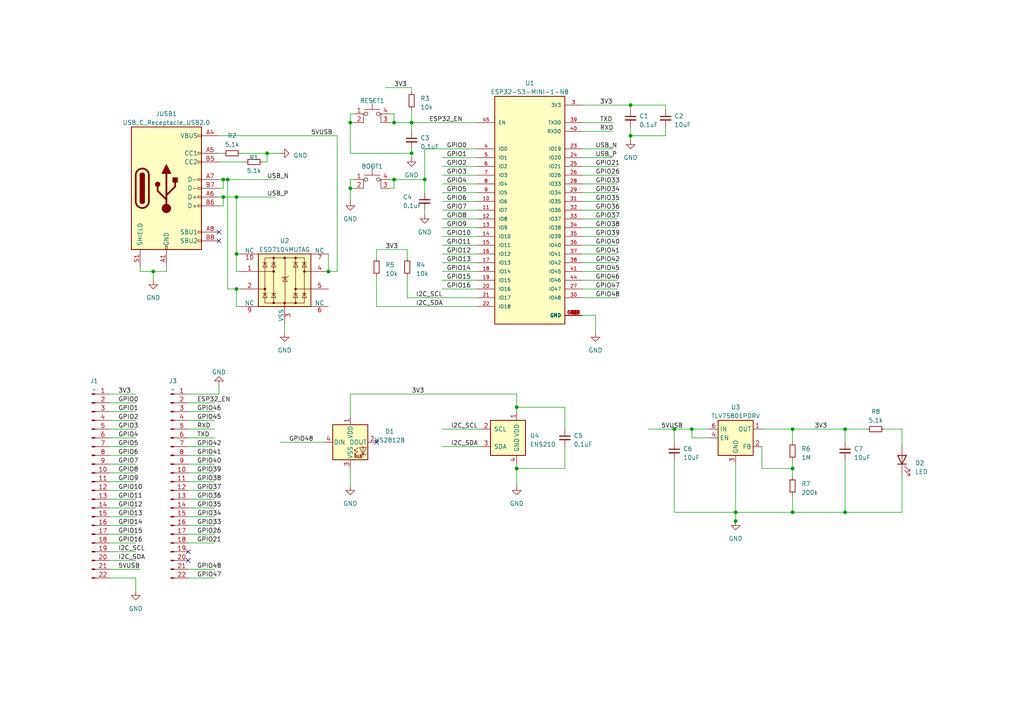
<source format=kicad_sch>
(kicad_sch
	(version 20231120)
	(generator "eeschema")
	(generator_version "8.0")
	(uuid "6ab99d2f-b2da-4c6e-b437-3c51d85d9865")
	(paper "A4")
	(lib_symbols
		(symbol "Connector:Conn_01x22_Pin"
			(pin_names
				(offset 1.016) hide)
			(exclude_from_sim no)
			(in_bom yes)
			(on_board yes)
			(property "Reference" "J"
				(at 0 27.94 0)
				(effects
					(font
						(size 1.27 1.27)
					)
				)
			)
			(property "Value" "Conn_01x22_Pin"
				(at 0 -30.48 0)
				(effects
					(font
						(size 1.27 1.27)
					)
				)
			)
			(property "Footprint" ""
				(at 0 0 0)
				(effects
					(font
						(size 1.27 1.27)
					)
					(hide yes)
				)
			)
			(property "Datasheet" "~"
				(at 0 0 0)
				(effects
					(font
						(size 1.27 1.27)
					)
					(hide yes)
				)
			)
			(property "Description" "Generic connector, single row, 01x22, script generated"
				(at 0 0 0)
				(effects
					(font
						(size 1.27 1.27)
					)
					(hide yes)
				)
			)
			(property "ki_locked" ""
				(at 0 0 0)
				(effects
					(font
						(size 1.27 1.27)
					)
				)
			)
			(property "ki_keywords" "connector"
				(at 0 0 0)
				(effects
					(font
						(size 1.27 1.27)
					)
					(hide yes)
				)
			)
			(property "ki_fp_filters" "Connector*:*_1x??_*"
				(at 0 0 0)
				(effects
					(font
						(size 1.27 1.27)
					)
					(hide yes)
				)
			)
			(symbol "Conn_01x22_Pin_1_1"
				(polyline
					(pts
						(xy 1.27 -27.94) (xy 0.8636 -27.94)
					)
					(stroke
						(width 0.1524)
						(type default)
					)
					(fill
						(type none)
					)
				)
				(polyline
					(pts
						(xy 1.27 -25.4) (xy 0.8636 -25.4)
					)
					(stroke
						(width 0.1524)
						(type default)
					)
					(fill
						(type none)
					)
				)
				(polyline
					(pts
						(xy 1.27 -22.86) (xy 0.8636 -22.86)
					)
					(stroke
						(width 0.1524)
						(type default)
					)
					(fill
						(type none)
					)
				)
				(polyline
					(pts
						(xy 1.27 -20.32) (xy 0.8636 -20.32)
					)
					(stroke
						(width 0.1524)
						(type default)
					)
					(fill
						(type none)
					)
				)
				(polyline
					(pts
						(xy 1.27 -17.78) (xy 0.8636 -17.78)
					)
					(stroke
						(width 0.1524)
						(type default)
					)
					(fill
						(type none)
					)
				)
				(polyline
					(pts
						(xy 1.27 -15.24) (xy 0.8636 -15.24)
					)
					(stroke
						(width 0.1524)
						(type default)
					)
					(fill
						(type none)
					)
				)
				(polyline
					(pts
						(xy 1.27 -12.7) (xy 0.8636 -12.7)
					)
					(stroke
						(width 0.1524)
						(type default)
					)
					(fill
						(type none)
					)
				)
				(polyline
					(pts
						(xy 1.27 -10.16) (xy 0.8636 -10.16)
					)
					(stroke
						(width 0.1524)
						(type default)
					)
					(fill
						(type none)
					)
				)
				(polyline
					(pts
						(xy 1.27 -7.62) (xy 0.8636 -7.62)
					)
					(stroke
						(width 0.1524)
						(type default)
					)
					(fill
						(type none)
					)
				)
				(polyline
					(pts
						(xy 1.27 -5.08) (xy 0.8636 -5.08)
					)
					(stroke
						(width 0.1524)
						(type default)
					)
					(fill
						(type none)
					)
				)
				(polyline
					(pts
						(xy 1.27 -2.54) (xy 0.8636 -2.54)
					)
					(stroke
						(width 0.1524)
						(type default)
					)
					(fill
						(type none)
					)
				)
				(polyline
					(pts
						(xy 1.27 0) (xy 0.8636 0)
					)
					(stroke
						(width 0.1524)
						(type default)
					)
					(fill
						(type none)
					)
				)
				(polyline
					(pts
						(xy 1.27 2.54) (xy 0.8636 2.54)
					)
					(stroke
						(width 0.1524)
						(type default)
					)
					(fill
						(type none)
					)
				)
				(polyline
					(pts
						(xy 1.27 5.08) (xy 0.8636 5.08)
					)
					(stroke
						(width 0.1524)
						(type default)
					)
					(fill
						(type none)
					)
				)
				(polyline
					(pts
						(xy 1.27 7.62) (xy 0.8636 7.62)
					)
					(stroke
						(width 0.1524)
						(type default)
					)
					(fill
						(type none)
					)
				)
				(polyline
					(pts
						(xy 1.27 10.16) (xy 0.8636 10.16)
					)
					(stroke
						(width 0.1524)
						(type default)
					)
					(fill
						(type none)
					)
				)
				(polyline
					(pts
						(xy 1.27 12.7) (xy 0.8636 12.7)
					)
					(stroke
						(width 0.1524)
						(type default)
					)
					(fill
						(type none)
					)
				)
				(polyline
					(pts
						(xy 1.27 15.24) (xy 0.8636 15.24)
					)
					(stroke
						(width 0.1524)
						(type default)
					)
					(fill
						(type none)
					)
				)
				(polyline
					(pts
						(xy 1.27 17.78) (xy 0.8636 17.78)
					)
					(stroke
						(width 0.1524)
						(type default)
					)
					(fill
						(type none)
					)
				)
				(polyline
					(pts
						(xy 1.27 20.32) (xy 0.8636 20.32)
					)
					(stroke
						(width 0.1524)
						(type default)
					)
					(fill
						(type none)
					)
				)
				(polyline
					(pts
						(xy 1.27 22.86) (xy 0.8636 22.86)
					)
					(stroke
						(width 0.1524)
						(type default)
					)
					(fill
						(type none)
					)
				)
				(polyline
					(pts
						(xy 1.27 25.4) (xy 0.8636 25.4)
					)
					(stroke
						(width 0.1524)
						(type default)
					)
					(fill
						(type none)
					)
				)
				(rectangle
					(start 0.8636 -27.813)
					(end 0 -28.067)
					(stroke
						(width 0.1524)
						(type default)
					)
					(fill
						(type outline)
					)
				)
				(rectangle
					(start 0.8636 -25.273)
					(end 0 -25.527)
					(stroke
						(width 0.1524)
						(type default)
					)
					(fill
						(type outline)
					)
				)
				(rectangle
					(start 0.8636 -22.733)
					(end 0 -22.987)
					(stroke
						(width 0.1524)
						(type default)
					)
					(fill
						(type outline)
					)
				)
				(rectangle
					(start 0.8636 -20.193)
					(end 0 -20.447)
					(stroke
						(width 0.1524)
						(type default)
					)
					(fill
						(type outline)
					)
				)
				(rectangle
					(start 0.8636 -17.653)
					(end 0 -17.907)
					(stroke
						(width 0.1524)
						(type default)
					)
					(fill
						(type outline)
					)
				)
				(rectangle
					(start 0.8636 -15.113)
					(end 0 -15.367)
					(stroke
						(width 0.1524)
						(type default)
					)
					(fill
						(type outline)
					)
				)
				(rectangle
					(start 0.8636 -12.573)
					(end 0 -12.827)
					(stroke
						(width 0.1524)
						(type default)
					)
					(fill
						(type outline)
					)
				)
				(rectangle
					(start 0.8636 -10.033)
					(end 0 -10.287)
					(stroke
						(width 0.1524)
						(type default)
					)
					(fill
						(type outline)
					)
				)
				(rectangle
					(start 0.8636 -7.493)
					(end 0 -7.747)
					(stroke
						(width 0.1524)
						(type default)
					)
					(fill
						(type outline)
					)
				)
				(rectangle
					(start 0.8636 -4.953)
					(end 0 -5.207)
					(stroke
						(width 0.1524)
						(type default)
					)
					(fill
						(type outline)
					)
				)
				(rectangle
					(start 0.8636 -2.413)
					(end 0 -2.667)
					(stroke
						(width 0.1524)
						(type default)
					)
					(fill
						(type outline)
					)
				)
				(rectangle
					(start 0.8636 0.127)
					(end 0 -0.127)
					(stroke
						(width 0.1524)
						(type default)
					)
					(fill
						(type outline)
					)
				)
				(rectangle
					(start 0.8636 2.667)
					(end 0 2.413)
					(stroke
						(width 0.1524)
						(type default)
					)
					(fill
						(type outline)
					)
				)
				(rectangle
					(start 0.8636 5.207)
					(end 0 4.953)
					(stroke
						(width 0.1524)
						(type default)
					)
					(fill
						(type outline)
					)
				)
				(rectangle
					(start 0.8636 7.747)
					(end 0 7.493)
					(stroke
						(width 0.1524)
						(type default)
					)
					(fill
						(type outline)
					)
				)
				(rectangle
					(start 0.8636 10.287)
					(end 0 10.033)
					(stroke
						(width 0.1524)
						(type default)
					)
					(fill
						(type outline)
					)
				)
				(rectangle
					(start 0.8636 12.827)
					(end 0 12.573)
					(stroke
						(width 0.1524)
						(type default)
					)
					(fill
						(type outline)
					)
				)
				(rectangle
					(start 0.8636 15.367)
					(end 0 15.113)
					(stroke
						(width 0.1524)
						(type default)
					)
					(fill
						(type outline)
					)
				)
				(rectangle
					(start 0.8636 17.907)
					(end 0 17.653)
					(stroke
						(width 0.1524)
						(type default)
					)
					(fill
						(type outline)
					)
				)
				(rectangle
					(start 0.8636 20.447)
					(end 0 20.193)
					(stroke
						(width 0.1524)
						(type default)
					)
					(fill
						(type outline)
					)
				)
				(rectangle
					(start 0.8636 22.987)
					(end 0 22.733)
					(stroke
						(width 0.1524)
						(type default)
					)
					(fill
						(type outline)
					)
				)
				(rectangle
					(start 0.8636 25.527)
					(end 0 25.273)
					(stroke
						(width 0.1524)
						(type default)
					)
					(fill
						(type outline)
					)
				)
				(pin passive line
					(at 5.08 25.4 180)
					(length 3.81)
					(name "Pin_1"
						(effects
							(font
								(size 1.27 1.27)
							)
						)
					)
					(number "1"
						(effects
							(font
								(size 1.27 1.27)
							)
						)
					)
				)
				(pin passive line
					(at 5.08 2.54 180)
					(length 3.81)
					(name "Pin_10"
						(effects
							(font
								(size 1.27 1.27)
							)
						)
					)
					(number "10"
						(effects
							(font
								(size 1.27 1.27)
							)
						)
					)
				)
				(pin passive line
					(at 5.08 0 180)
					(length 3.81)
					(name "Pin_11"
						(effects
							(font
								(size 1.27 1.27)
							)
						)
					)
					(number "11"
						(effects
							(font
								(size 1.27 1.27)
							)
						)
					)
				)
				(pin passive line
					(at 5.08 -2.54 180)
					(length 3.81)
					(name "Pin_12"
						(effects
							(font
								(size 1.27 1.27)
							)
						)
					)
					(number "12"
						(effects
							(font
								(size 1.27 1.27)
							)
						)
					)
				)
				(pin passive line
					(at 5.08 -5.08 180)
					(length 3.81)
					(name "Pin_13"
						(effects
							(font
								(size 1.27 1.27)
							)
						)
					)
					(number "13"
						(effects
							(font
								(size 1.27 1.27)
							)
						)
					)
				)
				(pin passive line
					(at 5.08 -7.62 180)
					(length 3.81)
					(name "Pin_14"
						(effects
							(font
								(size 1.27 1.27)
							)
						)
					)
					(number "14"
						(effects
							(font
								(size 1.27 1.27)
							)
						)
					)
				)
				(pin passive line
					(at 5.08 -10.16 180)
					(length 3.81)
					(name "Pin_15"
						(effects
							(font
								(size 1.27 1.27)
							)
						)
					)
					(number "15"
						(effects
							(font
								(size 1.27 1.27)
							)
						)
					)
				)
				(pin passive line
					(at 5.08 -12.7 180)
					(length 3.81)
					(name "Pin_16"
						(effects
							(font
								(size 1.27 1.27)
							)
						)
					)
					(number "16"
						(effects
							(font
								(size 1.27 1.27)
							)
						)
					)
				)
				(pin passive line
					(at 5.08 -15.24 180)
					(length 3.81)
					(name "Pin_17"
						(effects
							(font
								(size 1.27 1.27)
							)
						)
					)
					(number "17"
						(effects
							(font
								(size 1.27 1.27)
							)
						)
					)
				)
				(pin passive line
					(at 5.08 -17.78 180)
					(length 3.81)
					(name "Pin_18"
						(effects
							(font
								(size 1.27 1.27)
							)
						)
					)
					(number "18"
						(effects
							(font
								(size 1.27 1.27)
							)
						)
					)
				)
				(pin passive line
					(at 5.08 -20.32 180)
					(length 3.81)
					(name "Pin_19"
						(effects
							(font
								(size 1.27 1.27)
							)
						)
					)
					(number "19"
						(effects
							(font
								(size 1.27 1.27)
							)
						)
					)
				)
				(pin passive line
					(at 5.08 22.86 180)
					(length 3.81)
					(name "Pin_2"
						(effects
							(font
								(size 1.27 1.27)
							)
						)
					)
					(number "2"
						(effects
							(font
								(size 1.27 1.27)
							)
						)
					)
				)
				(pin passive line
					(at 5.08 -22.86 180)
					(length 3.81)
					(name "Pin_20"
						(effects
							(font
								(size 1.27 1.27)
							)
						)
					)
					(number "20"
						(effects
							(font
								(size 1.27 1.27)
							)
						)
					)
				)
				(pin passive line
					(at 5.08 -25.4 180)
					(length 3.81)
					(name "Pin_21"
						(effects
							(font
								(size 1.27 1.27)
							)
						)
					)
					(number "21"
						(effects
							(font
								(size 1.27 1.27)
							)
						)
					)
				)
				(pin passive line
					(at 5.08 -27.94 180)
					(length 3.81)
					(name "Pin_22"
						(effects
							(font
								(size 1.27 1.27)
							)
						)
					)
					(number "22"
						(effects
							(font
								(size 1.27 1.27)
							)
						)
					)
				)
				(pin passive line
					(at 5.08 20.32 180)
					(length 3.81)
					(name "Pin_3"
						(effects
							(font
								(size 1.27 1.27)
							)
						)
					)
					(number "3"
						(effects
							(font
								(size 1.27 1.27)
							)
						)
					)
				)
				(pin passive line
					(at 5.08 17.78 180)
					(length 3.81)
					(name "Pin_4"
						(effects
							(font
								(size 1.27 1.27)
							)
						)
					)
					(number "4"
						(effects
							(font
								(size 1.27 1.27)
							)
						)
					)
				)
				(pin passive line
					(at 5.08 15.24 180)
					(length 3.81)
					(name "Pin_5"
						(effects
							(font
								(size 1.27 1.27)
							)
						)
					)
					(number "5"
						(effects
							(font
								(size 1.27 1.27)
							)
						)
					)
				)
				(pin passive line
					(at 5.08 12.7 180)
					(length 3.81)
					(name "Pin_6"
						(effects
							(font
								(size 1.27 1.27)
							)
						)
					)
					(number "6"
						(effects
							(font
								(size 1.27 1.27)
							)
						)
					)
				)
				(pin passive line
					(at 5.08 10.16 180)
					(length 3.81)
					(name "Pin_7"
						(effects
							(font
								(size 1.27 1.27)
							)
						)
					)
					(number "7"
						(effects
							(font
								(size 1.27 1.27)
							)
						)
					)
				)
				(pin passive line
					(at 5.08 7.62 180)
					(length 3.81)
					(name "Pin_8"
						(effects
							(font
								(size 1.27 1.27)
							)
						)
					)
					(number "8"
						(effects
							(font
								(size 1.27 1.27)
							)
						)
					)
				)
				(pin passive line
					(at 5.08 5.08 180)
					(length 3.81)
					(name "Pin_9"
						(effects
							(font
								(size 1.27 1.27)
							)
						)
					)
					(number "9"
						(effects
							(font
								(size 1.27 1.27)
							)
						)
					)
				)
			)
		)
		(symbol "Connector:USB_C_Receptacle_USB2.0"
			(pin_names
				(offset 1.016)
			)
			(exclude_from_sim no)
			(in_bom yes)
			(on_board yes)
			(property "Reference" "J"
				(at -10.16 19.05 0)
				(effects
					(font
						(size 1.27 1.27)
					)
					(justify left)
				)
			)
			(property "Value" "USB_C_Receptacle_USB2.0"
				(at 19.05 19.05 0)
				(effects
					(font
						(size 1.27 1.27)
					)
					(justify right)
				)
			)
			(property "Footprint" ""
				(at 3.81 0 0)
				(effects
					(font
						(size 1.27 1.27)
					)
					(hide yes)
				)
			)
			(property "Datasheet" "https://www.usb.org/sites/default/files/documents/usb_type-c.zip"
				(at 3.81 0 0)
				(effects
					(font
						(size 1.27 1.27)
					)
					(hide yes)
				)
			)
			(property "Description" "USB 2.0-only Type-C Receptacle connector"
				(at 0 0 0)
				(effects
					(font
						(size 1.27 1.27)
					)
					(hide yes)
				)
			)
			(property "ki_keywords" "usb universal serial bus type-C USB2.0"
				(at 0 0 0)
				(effects
					(font
						(size 1.27 1.27)
					)
					(hide yes)
				)
			)
			(property "ki_fp_filters" "USB*C*Receptacle*"
				(at 0 0 0)
				(effects
					(font
						(size 1.27 1.27)
					)
					(hide yes)
				)
			)
			(symbol "USB_C_Receptacle_USB2.0_0_0"
				(rectangle
					(start -0.254 -17.78)
					(end 0.254 -16.764)
					(stroke
						(width 0)
						(type default)
					)
					(fill
						(type none)
					)
				)
				(rectangle
					(start 10.16 -14.986)
					(end 9.144 -15.494)
					(stroke
						(width 0)
						(type default)
					)
					(fill
						(type none)
					)
				)
				(rectangle
					(start 10.16 -12.446)
					(end 9.144 -12.954)
					(stroke
						(width 0)
						(type default)
					)
					(fill
						(type none)
					)
				)
				(rectangle
					(start 10.16 -4.826)
					(end 9.144 -5.334)
					(stroke
						(width 0)
						(type default)
					)
					(fill
						(type none)
					)
				)
				(rectangle
					(start 10.16 -2.286)
					(end 9.144 -2.794)
					(stroke
						(width 0)
						(type default)
					)
					(fill
						(type none)
					)
				)
				(rectangle
					(start 10.16 0.254)
					(end 9.144 -0.254)
					(stroke
						(width 0)
						(type default)
					)
					(fill
						(type none)
					)
				)
				(rectangle
					(start 10.16 2.794)
					(end 9.144 2.286)
					(stroke
						(width 0)
						(type default)
					)
					(fill
						(type none)
					)
				)
				(rectangle
					(start 10.16 7.874)
					(end 9.144 7.366)
					(stroke
						(width 0)
						(type default)
					)
					(fill
						(type none)
					)
				)
				(rectangle
					(start 10.16 10.414)
					(end 9.144 9.906)
					(stroke
						(width 0)
						(type default)
					)
					(fill
						(type none)
					)
				)
				(rectangle
					(start 10.16 15.494)
					(end 9.144 14.986)
					(stroke
						(width 0)
						(type default)
					)
					(fill
						(type none)
					)
				)
			)
			(symbol "USB_C_Receptacle_USB2.0_0_1"
				(rectangle
					(start -10.16 17.78)
					(end 10.16 -17.78)
					(stroke
						(width 0.254)
						(type default)
					)
					(fill
						(type background)
					)
				)
				(arc
					(start -8.89 -3.81)
					(mid -6.985 -5.7067)
					(end -5.08 -3.81)
					(stroke
						(width 0.508)
						(type default)
					)
					(fill
						(type none)
					)
				)
				(arc
					(start -7.62 -3.81)
					(mid -6.985 -4.4423)
					(end -6.35 -3.81)
					(stroke
						(width 0.254)
						(type default)
					)
					(fill
						(type none)
					)
				)
				(arc
					(start -7.62 -3.81)
					(mid -6.985 -4.4423)
					(end -6.35 -3.81)
					(stroke
						(width 0.254)
						(type default)
					)
					(fill
						(type outline)
					)
				)
				(rectangle
					(start -7.62 -3.81)
					(end -6.35 3.81)
					(stroke
						(width 0.254)
						(type default)
					)
					(fill
						(type outline)
					)
				)
				(arc
					(start -6.35 3.81)
					(mid -6.985 4.4423)
					(end -7.62 3.81)
					(stroke
						(width 0.254)
						(type default)
					)
					(fill
						(type none)
					)
				)
				(arc
					(start -6.35 3.81)
					(mid -6.985 4.4423)
					(end -7.62 3.81)
					(stroke
						(width 0.254)
						(type default)
					)
					(fill
						(type outline)
					)
				)
				(arc
					(start -5.08 3.81)
					(mid -6.985 5.7067)
					(end -8.89 3.81)
					(stroke
						(width 0.508)
						(type default)
					)
					(fill
						(type none)
					)
				)
				(circle
					(center -2.54 1.143)
					(radius 0.635)
					(stroke
						(width 0.254)
						(type default)
					)
					(fill
						(type outline)
					)
				)
				(circle
					(center 0 -5.842)
					(radius 1.27)
					(stroke
						(width 0)
						(type default)
					)
					(fill
						(type outline)
					)
				)
				(polyline
					(pts
						(xy -8.89 -3.81) (xy -8.89 3.81)
					)
					(stroke
						(width 0.508)
						(type default)
					)
					(fill
						(type none)
					)
				)
				(polyline
					(pts
						(xy -5.08 3.81) (xy -5.08 -3.81)
					)
					(stroke
						(width 0.508)
						(type default)
					)
					(fill
						(type none)
					)
				)
				(polyline
					(pts
						(xy 0 -5.842) (xy 0 4.318)
					)
					(stroke
						(width 0.508)
						(type default)
					)
					(fill
						(type none)
					)
				)
				(polyline
					(pts
						(xy 0 -3.302) (xy -2.54 -0.762) (xy -2.54 0.508)
					)
					(stroke
						(width 0.508)
						(type default)
					)
					(fill
						(type none)
					)
				)
				(polyline
					(pts
						(xy 0 -2.032) (xy 2.54 0.508) (xy 2.54 1.778)
					)
					(stroke
						(width 0.508)
						(type default)
					)
					(fill
						(type none)
					)
				)
				(polyline
					(pts
						(xy -1.27 4.318) (xy 0 6.858) (xy 1.27 4.318) (xy -1.27 4.318)
					)
					(stroke
						(width 0.254)
						(type default)
					)
					(fill
						(type outline)
					)
				)
				(rectangle
					(start 1.905 1.778)
					(end 3.175 3.048)
					(stroke
						(width 0.254)
						(type default)
					)
					(fill
						(type outline)
					)
				)
			)
			(symbol "USB_C_Receptacle_USB2.0_1_1"
				(pin passive line
					(at 0 -22.86 90)
					(length 5.08)
					(name "GND"
						(effects
							(font
								(size 1.27 1.27)
							)
						)
					)
					(number "A1"
						(effects
							(font
								(size 1.27 1.27)
							)
						)
					)
				)
				(pin passive line
					(at 0 -22.86 90)
					(length 5.08) hide
					(name "GND"
						(effects
							(font
								(size 1.27 1.27)
							)
						)
					)
					(number "A12"
						(effects
							(font
								(size 1.27 1.27)
							)
						)
					)
				)
				(pin passive line
					(at 15.24 15.24 180)
					(length 5.08)
					(name "VBUS"
						(effects
							(font
								(size 1.27 1.27)
							)
						)
					)
					(number "A4"
						(effects
							(font
								(size 1.27 1.27)
							)
						)
					)
				)
				(pin bidirectional line
					(at 15.24 10.16 180)
					(length 5.08)
					(name "CC1"
						(effects
							(font
								(size 1.27 1.27)
							)
						)
					)
					(number "A5"
						(effects
							(font
								(size 1.27 1.27)
							)
						)
					)
				)
				(pin bidirectional line
					(at 15.24 -2.54 180)
					(length 5.08)
					(name "D+"
						(effects
							(font
								(size 1.27 1.27)
							)
						)
					)
					(number "A6"
						(effects
							(font
								(size 1.27 1.27)
							)
						)
					)
				)
				(pin bidirectional line
					(at 15.24 2.54 180)
					(length 5.08)
					(name "D-"
						(effects
							(font
								(size 1.27 1.27)
							)
						)
					)
					(number "A7"
						(effects
							(font
								(size 1.27 1.27)
							)
						)
					)
				)
				(pin bidirectional line
					(at 15.24 -12.7 180)
					(length 5.08)
					(name "SBU1"
						(effects
							(font
								(size 1.27 1.27)
							)
						)
					)
					(number "A8"
						(effects
							(font
								(size 1.27 1.27)
							)
						)
					)
				)
				(pin passive line
					(at 15.24 15.24 180)
					(length 5.08) hide
					(name "VBUS"
						(effects
							(font
								(size 1.27 1.27)
							)
						)
					)
					(number "A9"
						(effects
							(font
								(size 1.27 1.27)
							)
						)
					)
				)
				(pin passive line
					(at 0 -22.86 90)
					(length 5.08) hide
					(name "GND"
						(effects
							(font
								(size 1.27 1.27)
							)
						)
					)
					(number "B1"
						(effects
							(font
								(size 1.27 1.27)
							)
						)
					)
				)
				(pin passive line
					(at 0 -22.86 90)
					(length 5.08) hide
					(name "GND"
						(effects
							(font
								(size 1.27 1.27)
							)
						)
					)
					(number "B12"
						(effects
							(font
								(size 1.27 1.27)
							)
						)
					)
				)
				(pin passive line
					(at 15.24 15.24 180)
					(length 5.08) hide
					(name "VBUS"
						(effects
							(font
								(size 1.27 1.27)
							)
						)
					)
					(number "B4"
						(effects
							(font
								(size 1.27 1.27)
							)
						)
					)
				)
				(pin bidirectional line
					(at 15.24 7.62 180)
					(length 5.08)
					(name "CC2"
						(effects
							(font
								(size 1.27 1.27)
							)
						)
					)
					(number "B5"
						(effects
							(font
								(size 1.27 1.27)
							)
						)
					)
				)
				(pin bidirectional line
					(at 15.24 -5.08 180)
					(length 5.08)
					(name "D+"
						(effects
							(font
								(size 1.27 1.27)
							)
						)
					)
					(number "B6"
						(effects
							(font
								(size 1.27 1.27)
							)
						)
					)
				)
				(pin bidirectional line
					(at 15.24 0 180)
					(length 5.08)
					(name "D-"
						(effects
							(font
								(size 1.27 1.27)
							)
						)
					)
					(number "B7"
						(effects
							(font
								(size 1.27 1.27)
							)
						)
					)
				)
				(pin bidirectional line
					(at 15.24 -15.24 180)
					(length 5.08)
					(name "SBU2"
						(effects
							(font
								(size 1.27 1.27)
							)
						)
					)
					(number "B8"
						(effects
							(font
								(size 1.27 1.27)
							)
						)
					)
				)
				(pin passive line
					(at 15.24 15.24 180)
					(length 5.08) hide
					(name "VBUS"
						(effects
							(font
								(size 1.27 1.27)
							)
						)
					)
					(number "B9"
						(effects
							(font
								(size 1.27 1.27)
							)
						)
					)
				)
				(pin passive line
					(at -7.62 -22.86 90)
					(length 5.08)
					(name "SHIELD"
						(effects
							(font
								(size 1.27 1.27)
							)
						)
					)
					(number "S1"
						(effects
							(font
								(size 1.27 1.27)
							)
						)
					)
				)
			)
		)
		(symbol "Device:C_Small"
			(pin_numbers hide)
			(pin_names
				(offset 0.254) hide)
			(exclude_from_sim no)
			(in_bom yes)
			(on_board yes)
			(property "Reference" "C"
				(at 0.254 1.778 0)
				(effects
					(font
						(size 1.27 1.27)
					)
					(justify left)
				)
			)
			(property "Value" "C_Small"
				(at 0.254 -2.032 0)
				(effects
					(font
						(size 1.27 1.27)
					)
					(justify left)
				)
			)
			(property "Footprint" ""
				(at 0 0 0)
				(effects
					(font
						(size 1.27 1.27)
					)
					(hide yes)
				)
			)
			(property "Datasheet" "~"
				(at 0 0 0)
				(effects
					(font
						(size 1.27 1.27)
					)
					(hide yes)
				)
			)
			(property "Description" "Unpolarized capacitor, small symbol"
				(at 0 0 0)
				(effects
					(font
						(size 1.27 1.27)
					)
					(hide yes)
				)
			)
			(property "ki_keywords" "capacitor cap"
				(at 0 0 0)
				(effects
					(font
						(size 1.27 1.27)
					)
					(hide yes)
				)
			)
			(property "ki_fp_filters" "C_*"
				(at 0 0 0)
				(effects
					(font
						(size 1.27 1.27)
					)
					(hide yes)
				)
			)
			(symbol "C_Small_0_1"
				(polyline
					(pts
						(xy -1.524 -0.508) (xy 1.524 -0.508)
					)
					(stroke
						(width 0.3302)
						(type default)
					)
					(fill
						(type none)
					)
				)
				(polyline
					(pts
						(xy -1.524 0.508) (xy 1.524 0.508)
					)
					(stroke
						(width 0.3048)
						(type default)
					)
					(fill
						(type none)
					)
				)
			)
			(symbol "C_Small_1_1"
				(pin passive line
					(at 0 2.54 270)
					(length 2.032)
					(name "~"
						(effects
							(font
								(size 1.27 1.27)
							)
						)
					)
					(number "1"
						(effects
							(font
								(size 1.27 1.27)
							)
						)
					)
				)
				(pin passive line
					(at 0 -2.54 90)
					(length 2.032)
					(name "~"
						(effects
							(font
								(size 1.27 1.27)
							)
						)
					)
					(number "2"
						(effects
							(font
								(size 1.27 1.27)
							)
						)
					)
				)
			)
		)
		(symbol "Device:LED"
			(pin_numbers hide)
			(pin_names
				(offset 1.016) hide)
			(exclude_from_sim no)
			(in_bom yes)
			(on_board yes)
			(property "Reference" "D"
				(at 0 2.54 0)
				(effects
					(font
						(size 1.27 1.27)
					)
				)
			)
			(property "Value" "LED"
				(at 0 -2.54 0)
				(effects
					(font
						(size 1.27 1.27)
					)
				)
			)
			(property "Footprint" ""
				(at 0 0 0)
				(effects
					(font
						(size 1.27 1.27)
					)
					(hide yes)
				)
			)
			(property "Datasheet" "~"
				(at 0 0 0)
				(effects
					(font
						(size 1.27 1.27)
					)
					(hide yes)
				)
			)
			(property "Description" "Light emitting diode"
				(at 0 0 0)
				(effects
					(font
						(size 1.27 1.27)
					)
					(hide yes)
				)
			)
			(property "ki_keywords" "LED diode"
				(at 0 0 0)
				(effects
					(font
						(size 1.27 1.27)
					)
					(hide yes)
				)
			)
			(property "ki_fp_filters" "LED* LED_SMD:* LED_THT:*"
				(at 0 0 0)
				(effects
					(font
						(size 1.27 1.27)
					)
					(hide yes)
				)
			)
			(symbol "LED_0_1"
				(polyline
					(pts
						(xy -1.27 -1.27) (xy -1.27 1.27)
					)
					(stroke
						(width 0.254)
						(type default)
					)
					(fill
						(type none)
					)
				)
				(polyline
					(pts
						(xy -1.27 0) (xy 1.27 0)
					)
					(stroke
						(width 0)
						(type default)
					)
					(fill
						(type none)
					)
				)
				(polyline
					(pts
						(xy 1.27 -1.27) (xy 1.27 1.27) (xy -1.27 0) (xy 1.27 -1.27)
					)
					(stroke
						(width 0.254)
						(type default)
					)
					(fill
						(type none)
					)
				)
				(polyline
					(pts
						(xy -3.048 -0.762) (xy -4.572 -2.286) (xy -3.81 -2.286) (xy -4.572 -2.286) (xy -4.572 -1.524)
					)
					(stroke
						(width 0)
						(type default)
					)
					(fill
						(type none)
					)
				)
				(polyline
					(pts
						(xy -1.778 -0.762) (xy -3.302 -2.286) (xy -2.54 -2.286) (xy -3.302 -2.286) (xy -3.302 -1.524)
					)
					(stroke
						(width 0)
						(type default)
					)
					(fill
						(type none)
					)
				)
			)
			(symbol "LED_1_1"
				(pin passive line
					(at -3.81 0 0)
					(length 2.54)
					(name "K"
						(effects
							(font
								(size 1.27 1.27)
							)
						)
					)
					(number "1"
						(effects
							(font
								(size 1.27 1.27)
							)
						)
					)
				)
				(pin passive line
					(at 3.81 0 180)
					(length 2.54)
					(name "A"
						(effects
							(font
								(size 1.27 1.27)
							)
						)
					)
					(number "2"
						(effects
							(font
								(size 1.27 1.27)
							)
						)
					)
				)
			)
		)
		(symbol "Device:R_Small"
			(pin_numbers hide)
			(pin_names
				(offset 0.254) hide)
			(exclude_from_sim no)
			(in_bom yes)
			(on_board yes)
			(property "Reference" "R"
				(at 0.762 0.508 0)
				(effects
					(font
						(size 1.27 1.27)
					)
					(justify left)
				)
			)
			(property "Value" "R_Small"
				(at 0.762 -1.016 0)
				(effects
					(font
						(size 1.27 1.27)
					)
					(justify left)
				)
			)
			(property "Footprint" ""
				(at 0 0 0)
				(effects
					(font
						(size 1.27 1.27)
					)
					(hide yes)
				)
			)
			(property "Datasheet" "~"
				(at 0 0 0)
				(effects
					(font
						(size 1.27 1.27)
					)
					(hide yes)
				)
			)
			(property "Description" "Resistor, small symbol"
				(at 0 0 0)
				(effects
					(font
						(size 1.27 1.27)
					)
					(hide yes)
				)
			)
			(property "ki_keywords" "R resistor"
				(at 0 0 0)
				(effects
					(font
						(size 1.27 1.27)
					)
					(hide yes)
				)
			)
			(property "ki_fp_filters" "R_*"
				(at 0 0 0)
				(effects
					(font
						(size 1.27 1.27)
					)
					(hide yes)
				)
			)
			(symbol "R_Small_0_1"
				(rectangle
					(start -0.762 1.778)
					(end 0.762 -1.778)
					(stroke
						(width 0.2032)
						(type default)
					)
					(fill
						(type none)
					)
				)
			)
			(symbol "R_Small_1_1"
				(pin passive line
					(at 0 2.54 270)
					(length 0.762)
					(name "~"
						(effects
							(font
								(size 1.27 1.27)
							)
						)
					)
					(number "1"
						(effects
							(font
								(size 1.27 1.27)
							)
						)
					)
				)
				(pin passive line
					(at 0 -2.54 90)
					(length 0.762)
					(name "~"
						(effects
							(font
								(size 1.27 1.27)
							)
						)
					)
					(number "2"
						(effects
							(font
								(size 1.27 1.27)
							)
						)
					)
				)
			)
		)
		(symbol "ESP32-S3-MINI-1-N8:ESP32-S3-MINI-1-N8"
			(pin_names
				(offset 1.016)
			)
			(exclude_from_sim no)
			(in_bom yes)
			(on_board yes)
			(property "Reference" "U"
				(at -10.16 34.29 0)
				(effects
					(font
						(size 1.27 1.27)
					)
					(justify left bottom)
				)
			)
			(property "Value" "ESP32-S3-MINI-1-N8"
				(at -10.16 -35.56 0)
				(effects
					(font
						(size 1.27 1.27)
					)
					(justify left bottom)
				)
			)
			(property "Footprint" "ESP32-S3-MINI-1-N8:XCVR_ESP32-S3-MINI-1-N8"
				(at 0 0 0)
				(effects
					(font
						(size 1.27 1.27)
					)
					(justify bottom)
					(hide yes)
				)
			)
			(property "Datasheet" ""
				(at 0 0 0)
				(effects
					(font
						(size 1.27 1.27)
					)
					(hide yes)
				)
			)
			(property "Description" "\nBluetooth, WiFi 802.11b/g/n, Bluetooth v5.0 Transceiver Module 2.4GHz PCB Trace Surface Mount\n"
				(at 0 0 0)
				(effects
					(font
						(size 1.27 1.27)
					)
					(justify bottom)
					(hide yes)
				)
			)
			(property "MF" "Espressif Systems"
				(at 0 0 0)
				(effects
					(font
						(size 1.27 1.27)
					)
					(justify bottom)
					(hide yes)
				)
			)
			(property "MAXIMUM_PACKAGE_HEIGHT" "2.55mm"
				(at 0 0 0)
				(effects
					(font
						(size 1.27 1.27)
					)
					(justify bottom)
					(hide yes)
				)
			)
			(property "Package" "None"
				(at 0 0 0)
				(effects
					(font
						(size 1.27 1.27)
					)
					(justify bottom)
					(hide yes)
				)
			)
			(property "Price" "None"
				(at 0 0 0)
				(effects
					(font
						(size 1.27 1.27)
					)
					(justify bottom)
					(hide yes)
				)
			)
			(property "Check_prices" "https://www.snapeda.com/parts/ESP32-S3-MINI-1-N8/Espressif+Systems/view-part/?ref=eda"
				(at 0 0 0)
				(effects
					(font
						(size 1.27 1.27)
					)
					(justify bottom)
					(hide yes)
				)
			)
			(property "STANDARD" "Manufacturer Recommendations"
				(at 0 0 0)
				(effects
					(font
						(size 1.27 1.27)
					)
					(justify bottom)
					(hide yes)
				)
			)
			(property "PARTREV" "v0.6"
				(at 0 0 0)
				(effects
					(font
						(size 1.27 1.27)
					)
					(justify bottom)
					(hide yes)
				)
			)
			(property "SnapEDA_Link" "https://www.snapeda.com/parts/ESP32-S3-MINI-1-N8/Espressif+Systems/view-part/?ref=snap"
				(at 0 0 0)
				(effects
					(font
						(size 1.27 1.27)
					)
					(justify bottom)
					(hide yes)
				)
			)
			(property "MP" "ESP32-S3-MINI-1-N8"
				(at 0 0 0)
				(effects
					(font
						(size 1.27 1.27)
					)
					(justify bottom)
					(hide yes)
				)
			)
			(property "Purchase-URL" "https://www.snapeda.com/api/url_track_click_mouser/?unipart_id=8941370&manufacturer=Espressif Systems&part_name=ESP32-S3-MINI-1-N8&search_term=None"
				(at 0 0 0)
				(effects
					(font
						(size 1.27 1.27)
					)
					(justify bottom)
					(hide yes)
				)
			)
			(property "Availability" "In Stock"
				(at 0 0 0)
				(effects
					(font
						(size 1.27 1.27)
					)
					(justify bottom)
					(hide yes)
				)
			)
			(property "MANUFACTURER" "Espressif"
				(at 0 0 0)
				(effects
					(font
						(size 1.27 1.27)
					)
					(justify bottom)
					(hide yes)
				)
			)
			(symbol "ESP32-S3-MINI-1-N8_0_0"
				(rectangle
					(start -10.16 -33.02)
					(end 10.16 33.02)
					(stroke
						(width 0.254)
						(type default)
					)
					(fill
						(type background)
					)
				)
				(pin power_in line
					(at 15.24 -30.48 180)
					(length 5.08)
					(name "GND"
						(effects
							(font
								(size 1.016 1.016)
							)
						)
					)
					(number "1"
						(effects
							(font
								(size 1.016 1.016)
							)
						)
					)
				)
				(pin bidirectional line
					(at -15.24 2.54 0)
					(length 5.08)
					(name "IO6"
						(effects
							(font
								(size 1.016 1.016)
							)
						)
					)
					(number "10"
						(effects
							(font
								(size 1.016 1.016)
							)
						)
					)
				)
				(pin bidirectional line
					(at -15.24 0 0)
					(length 5.08)
					(name "IO7"
						(effects
							(font
								(size 1.016 1.016)
							)
						)
					)
					(number "11"
						(effects
							(font
								(size 1.016 1.016)
							)
						)
					)
				)
				(pin bidirectional line
					(at -15.24 -2.54 0)
					(length 5.08)
					(name "IO8"
						(effects
							(font
								(size 1.016 1.016)
							)
						)
					)
					(number "12"
						(effects
							(font
								(size 1.016 1.016)
							)
						)
					)
				)
				(pin bidirectional line
					(at -15.24 -5.08 0)
					(length 5.08)
					(name "IO9"
						(effects
							(font
								(size 1.016 1.016)
							)
						)
					)
					(number "13"
						(effects
							(font
								(size 1.016 1.016)
							)
						)
					)
				)
				(pin bidirectional line
					(at -15.24 -7.62 0)
					(length 5.08)
					(name "IO10"
						(effects
							(font
								(size 1.016 1.016)
							)
						)
					)
					(number "14"
						(effects
							(font
								(size 1.016 1.016)
							)
						)
					)
				)
				(pin bidirectional line
					(at -15.24 -10.16 0)
					(length 5.08)
					(name "IO11"
						(effects
							(font
								(size 1.016 1.016)
							)
						)
					)
					(number "15"
						(effects
							(font
								(size 1.016 1.016)
							)
						)
					)
				)
				(pin bidirectional line
					(at -15.24 -12.7 0)
					(length 5.08)
					(name "IO12"
						(effects
							(font
								(size 1.016 1.016)
							)
						)
					)
					(number "16"
						(effects
							(font
								(size 1.016 1.016)
							)
						)
					)
				)
				(pin bidirectional line
					(at -15.24 -15.24 0)
					(length 5.08)
					(name "IO13"
						(effects
							(font
								(size 1.016 1.016)
							)
						)
					)
					(number "17"
						(effects
							(font
								(size 1.016 1.016)
							)
						)
					)
				)
				(pin bidirectional line
					(at -15.24 -17.78 0)
					(length 5.08)
					(name "IO14"
						(effects
							(font
								(size 1.016 1.016)
							)
						)
					)
					(number "18"
						(effects
							(font
								(size 1.016 1.016)
							)
						)
					)
				)
				(pin bidirectional line
					(at -15.24 -20.32 0)
					(length 5.08)
					(name "IO15"
						(effects
							(font
								(size 1.016 1.016)
							)
						)
					)
					(number "19"
						(effects
							(font
								(size 1.016 1.016)
							)
						)
					)
				)
				(pin power_in line
					(at 15.24 -30.48 180)
					(length 5.08)
					(name "GND"
						(effects
							(font
								(size 1.016 1.016)
							)
						)
					)
					(number "2"
						(effects
							(font
								(size 1.016 1.016)
							)
						)
					)
				)
				(pin bidirectional line
					(at -15.24 -22.86 0)
					(length 5.08)
					(name "IO16"
						(effects
							(font
								(size 1.016 1.016)
							)
						)
					)
					(number "20"
						(effects
							(font
								(size 1.016 1.016)
							)
						)
					)
				)
				(pin bidirectional line
					(at -15.24 -25.4 0)
					(length 5.08)
					(name "IO17"
						(effects
							(font
								(size 1.016 1.016)
							)
						)
					)
					(number "21"
						(effects
							(font
								(size 1.016 1.016)
							)
						)
					)
				)
				(pin bidirectional line
					(at -15.24 -27.94 0)
					(length 5.08)
					(name "IO18"
						(effects
							(font
								(size 1.016 1.016)
							)
						)
					)
					(number "22"
						(effects
							(font
								(size 1.016 1.016)
							)
						)
					)
				)
				(pin bidirectional line
					(at 15.24 17.78 180)
					(length 5.08)
					(name "IO19"
						(effects
							(font
								(size 1.016 1.016)
							)
						)
					)
					(number "23"
						(effects
							(font
								(size 1.016 1.016)
							)
						)
					)
				)
				(pin bidirectional line
					(at 15.24 15.24 180)
					(length 5.08)
					(name "IO20"
						(effects
							(font
								(size 1.016 1.016)
							)
						)
					)
					(number "24"
						(effects
							(font
								(size 1.016 1.016)
							)
						)
					)
				)
				(pin bidirectional line
					(at 15.24 12.7 180)
					(length 5.08)
					(name "IO21"
						(effects
							(font
								(size 1.016 1.016)
							)
						)
					)
					(number "25"
						(effects
							(font
								(size 1.016 1.016)
							)
						)
					)
				)
				(pin bidirectional line
					(at 15.24 10.16 180)
					(length 5.08)
					(name "IO26"
						(effects
							(font
								(size 1.016 1.016)
							)
						)
					)
					(number "26"
						(effects
							(font
								(size 1.016 1.016)
							)
						)
					)
				)
				(pin bidirectional line
					(at 15.24 -22.86 180)
					(length 5.08)
					(name "IO47"
						(effects
							(font
								(size 1.016 1.016)
							)
						)
					)
					(number "27"
						(effects
							(font
								(size 1.016 1.016)
							)
						)
					)
				)
				(pin bidirectional line
					(at 15.24 7.62 180)
					(length 5.08)
					(name "IO33"
						(effects
							(font
								(size 1.016 1.016)
							)
						)
					)
					(number "28"
						(effects
							(font
								(size 1.016 1.016)
							)
						)
					)
				)
				(pin bidirectional line
					(at 15.24 5.08 180)
					(length 5.08)
					(name "IO34"
						(effects
							(font
								(size 1.016 1.016)
							)
						)
					)
					(number "29"
						(effects
							(font
								(size 1.016 1.016)
							)
						)
					)
				)
				(pin power_in line
					(at 15.24 30.48 180)
					(length 5.08)
					(name "3V3"
						(effects
							(font
								(size 1.016 1.016)
							)
						)
					)
					(number "3"
						(effects
							(font
								(size 1.016 1.016)
							)
						)
					)
				)
				(pin bidirectional line
					(at 15.24 -25.4 180)
					(length 5.08)
					(name "IO48"
						(effects
							(font
								(size 1.016 1.016)
							)
						)
					)
					(number "30"
						(effects
							(font
								(size 1.016 1.016)
							)
						)
					)
				)
				(pin bidirectional line
					(at 15.24 2.54 180)
					(length 5.08)
					(name "IO35"
						(effects
							(font
								(size 1.016 1.016)
							)
						)
					)
					(number "31"
						(effects
							(font
								(size 1.016 1.016)
							)
						)
					)
				)
				(pin bidirectional line
					(at 15.24 0 180)
					(length 5.08)
					(name "IO36"
						(effects
							(font
								(size 1.016 1.016)
							)
						)
					)
					(number "32"
						(effects
							(font
								(size 1.016 1.016)
							)
						)
					)
				)
				(pin bidirectional line
					(at 15.24 -2.54 180)
					(length 5.08)
					(name "IO37"
						(effects
							(font
								(size 1.016 1.016)
							)
						)
					)
					(number "33"
						(effects
							(font
								(size 1.016 1.016)
							)
						)
					)
				)
				(pin bidirectional line
					(at 15.24 -5.08 180)
					(length 5.08)
					(name "IO38"
						(effects
							(font
								(size 1.016 1.016)
							)
						)
					)
					(number "34"
						(effects
							(font
								(size 1.016 1.016)
							)
						)
					)
				)
				(pin bidirectional line
					(at 15.24 -7.62 180)
					(length 5.08)
					(name "IO39"
						(effects
							(font
								(size 1.016 1.016)
							)
						)
					)
					(number "35"
						(effects
							(font
								(size 1.016 1.016)
							)
						)
					)
				)
				(pin bidirectional line
					(at 15.24 -10.16 180)
					(length 5.08)
					(name "IO40"
						(effects
							(font
								(size 1.016 1.016)
							)
						)
					)
					(number "36"
						(effects
							(font
								(size 1.016 1.016)
							)
						)
					)
				)
				(pin bidirectional line
					(at 15.24 -12.7 180)
					(length 5.08)
					(name "IO41"
						(effects
							(font
								(size 1.016 1.016)
							)
						)
					)
					(number "37"
						(effects
							(font
								(size 1.016 1.016)
							)
						)
					)
				)
				(pin bidirectional line
					(at 15.24 -15.24 180)
					(length 5.08)
					(name "IO42"
						(effects
							(font
								(size 1.016 1.016)
							)
						)
					)
					(number "38"
						(effects
							(font
								(size 1.016 1.016)
							)
						)
					)
				)
				(pin bidirectional line
					(at 15.24 25.4 180)
					(length 5.08)
					(name "TXD0"
						(effects
							(font
								(size 1.016 1.016)
							)
						)
					)
					(number "39"
						(effects
							(font
								(size 1.016 1.016)
							)
						)
					)
				)
				(pin bidirectional line
					(at -15.24 17.78 0)
					(length 5.08)
					(name "IO0"
						(effects
							(font
								(size 1.016 1.016)
							)
						)
					)
					(number "4"
						(effects
							(font
								(size 1.016 1.016)
							)
						)
					)
				)
				(pin bidirectional line
					(at 15.24 22.86 180)
					(length 5.08)
					(name "RXD0"
						(effects
							(font
								(size 1.016 1.016)
							)
						)
					)
					(number "40"
						(effects
							(font
								(size 1.016 1.016)
							)
						)
					)
				)
				(pin bidirectional line
					(at 15.24 -17.78 180)
					(length 5.08)
					(name "IO45"
						(effects
							(font
								(size 1.016 1.016)
							)
						)
					)
					(number "41"
						(effects
							(font
								(size 1.016 1.016)
							)
						)
					)
				)
				(pin power_in line
					(at 15.24 -30.48 180)
					(length 5.08)
					(name "GND"
						(effects
							(font
								(size 1.016 1.016)
							)
						)
					)
					(number "42"
						(effects
							(font
								(size 1.016 1.016)
							)
						)
					)
				)
				(pin power_in line
					(at 15.24 -30.48 180)
					(length 5.08)
					(name "GND"
						(effects
							(font
								(size 1.016 1.016)
							)
						)
					)
					(number "43"
						(effects
							(font
								(size 1.016 1.016)
							)
						)
					)
				)
				(pin bidirectional line
					(at 15.24 -20.32 180)
					(length 5.08)
					(name "IO46"
						(effects
							(font
								(size 1.016 1.016)
							)
						)
					)
					(number "44"
						(effects
							(font
								(size 1.016 1.016)
							)
						)
					)
				)
				(pin input line
					(at -15.24 25.4 0)
					(length 5.08)
					(name "EN"
						(effects
							(font
								(size 1.016 1.016)
							)
						)
					)
					(number "45"
						(effects
							(font
								(size 1.016 1.016)
							)
						)
					)
				)
				(pin power_in line
					(at 15.24 -30.48 180)
					(length 5.08)
					(name "GND"
						(effects
							(font
								(size 1.016 1.016)
							)
						)
					)
					(number "46"
						(effects
							(font
								(size 1.016 1.016)
							)
						)
					)
				)
				(pin power_in line
					(at 15.24 -30.48 180)
					(length 5.08)
					(name "GND"
						(effects
							(font
								(size 1.016 1.016)
							)
						)
					)
					(number "47"
						(effects
							(font
								(size 1.016 1.016)
							)
						)
					)
				)
				(pin power_in line
					(at 15.24 -30.48 180)
					(length 5.08)
					(name "GND"
						(effects
							(font
								(size 1.016 1.016)
							)
						)
					)
					(number "48"
						(effects
							(font
								(size 1.016 1.016)
							)
						)
					)
				)
				(pin power_in line
					(at 15.24 -30.48 180)
					(length 5.08)
					(name "GND"
						(effects
							(font
								(size 1.016 1.016)
							)
						)
					)
					(number "49"
						(effects
							(font
								(size 1.016 1.016)
							)
						)
					)
				)
				(pin bidirectional line
					(at -15.24 15.24 0)
					(length 5.08)
					(name "IO1"
						(effects
							(font
								(size 1.016 1.016)
							)
						)
					)
					(number "5"
						(effects
							(font
								(size 1.016 1.016)
							)
						)
					)
				)
				(pin power_in line
					(at 15.24 -30.48 180)
					(length 5.08)
					(name "GND"
						(effects
							(font
								(size 1.016 1.016)
							)
						)
					)
					(number "50"
						(effects
							(font
								(size 1.016 1.016)
							)
						)
					)
				)
				(pin power_in line
					(at 15.24 -30.48 180)
					(length 5.08)
					(name "GND"
						(effects
							(font
								(size 1.016 1.016)
							)
						)
					)
					(number "51"
						(effects
							(font
								(size 1.016 1.016)
							)
						)
					)
				)
				(pin power_in line
					(at 15.24 -30.48 180)
					(length 5.08)
					(name "GND"
						(effects
							(font
								(size 1.016 1.016)
							)
						)
					)
					(number "52"
						(effects
							(font
								(size 1.016 1.016)
							)
						)
					)
				)
				(pin power_in line
					(at 15.24 -30.48 180)
					(length 5.08)
					(name "GND"
						(effects
							(font
								(size 1.016 1.016)
							)
						)
					)
					(number "53"
						(effects
							(font
								(size 1.016 1.016)
							)
						)
					)
				)
				(pin power_in line
					(at 15.24 -30.48 180)
					(length 5.08)
					(name "GND"
						(effects
							(font
								(size 1.016 1.016)
							)
						)
					)
					(number "54"
						(effects
							(font
								(size 1.016 1.016)
							)
						)
					)
				)
				(pin power_in line
					(at 15.24 -30.48 180)
					(length 5.08)
					(name "GND"
						(effects
							(font
								(size 1.016 1.016)
							)
						)
					)
					(number "55"
						(effects
							(font
								(size 1.016 1.016)
							)
						)
					)
				)
				(pin power_in line
					(at 15.24 -30.48 180)
					(length 5.08)
					(name "GND"
						(effects
							(font
								(size 1.016 1.016)
							)
						)
					)
					(number "56"
						(effects
							(font
								(size 1.016 1.016)
							)
						)
					)
				)
				(pin power_in line
					(at 15.24 -30.48 180)
					(length 5.08)
					(name "GND"
						(effects
							(font
								(size 1.016 1.016)
							)
						)
					)
					(number "57"
						(effects
							(font
								(size 1.016 1.016)
							)
						)
					)
				)
				(pin power_in line
					(at 15.24 -30.48 180)
					(length 5.08)
					(name "GND"
						(effects
							(font
								(size 1.016 1.016)
							)
						)
					)
					(number "58"
						(effects
							(font
								(size 1.016 1.016)
							)
						)
					)
				)
				(pin power_in line
					(at 15.24 -30.48 180)
					(length 5.08)
					(name "GND"
						(effects
							(font
								(size 1.016 1.016)
							)
						)
					)
					(number "59"
						(effects
							(font
								(size 1.016 1.016)
							)
						)
					)
				)
				(pin bidirectional line
					(at -15.24 12.7 0)
					(length 5.08)
					(name "IO2"
						(effects
							(font
								(size 1.016 1.016)
							)
						)
					)
					(number "6"
						(effects
							(font
								(size 1.016 1.016)
							)
						)
					)
				)
				(pin power_in line
					(at 15.24 -30.48 180)
					(length 5.08)
					(name "GND"
						(effects
							(font
								(size 1.016 1.016)
							)
						)
					)
					(number "60"
						(effects
							(font
								(size 1.016 1.016)
							)
						)
					)
				)
				(pin power_in line
					(at 15.24 -30.48 180)
					(length 5.08)
					(name "GND"
						(effects
							(font
								(size 1.016 1.016)
							)
						)
					)
					(number "61"
						(effects
							(font
								(size 1.016 1.016)
							)
						)
					)
				)
				(pin power_in line
					(at 15.24 -30.48 180)
					(length 5.08)
					(name "GND"
						(effects
							(font
								(size 1.016 1.016)
							)
						)
					)
					(number "61_1"
						(effects
							(font
								(size 1.016 1.016)
							)
						)
					)
				)
				(pin power_in line
					(at 15.24 -30.48 180)
					(length 5.08)
					(name "GND"
						(effects
							(font
								(size 1.016 1.016)
							)
						)
					)
					(number "61_2"
						(effects
							(font
								(size 1.016 1.016)
							)
						)
					)
				)
				(pin power_in line
					(at 15.24 -30.48 180)
					(length 5.08)
					(name "GND"
						(effects
							(font
								(size 1.016 1.016)
							)
						)
					)
					(number "61_3"
						(effects
							(font
								(size 1.016 1.016)
							)
						)
					)
				)
				(pin power_in line
					(at 15.24 -30.48 180)
					(length 5.08)
					(name "GND"
						(effects
							(font
								(size 1.016 1.016)
							)
						)
					)
					(number "61_4"
						(effects
							(font
								(size 1.016 1.016)
							)
						)
					)
				)
				(pin power_in line
					(at 15.24 -30.48 180)
					(length 5.08)
					(name "GND"
						(effects
							(font
								(size 1.016 1.016)
							)
						)
					)
					(number "61_5"
						(effects
							(font
								(size 1.016 1.016)
							)
						)
					)
				)
				(pin power_in line
					(at 15.24 -30.48 180)
					(length 5.08)
					(name "GND"
						(effects
							(font
								(size 1.016 1.016)
							)
						)
					)
					(number "61_6"
						(effects
							(font
								(size 1.016 1.016)
							)
						)
					)
				)
				(pin power_in line
					(at 15.24 -30.48 180)
					(length 5.08)
					(name "GND"
						(effects
							(font
								(size 1.016 1.016)
							)
						)
					)
					(number "61_7"
						(effects
							(font
								(size 1.016 1.016)
							)
						)
					)
				)
				(pin power_in line
					(at 15.24 -30.48 180)
					(length 5.08)
					(name "GND"
						(effects
							(font
								(size 1.016 1.016)
							)
						)
					)
					(number "61_8"
						(effects
							(font
								(size 1.016 1.016)
							)
						)
					)
				)
				(pin power_in line
					(at 15.24 -30.48 180)
					(length 5.08)
					(name "GND"
						(effects
							(font
								(size 1.016 1.016)
							)
						)
					)
					(number "62"
						(effects
							(font
								(size 1.016 1.016)
							)
						)
					)
				)
				(pin power_in line
					(at 15.24 -30.48 180)
					(length 5.08)
					(name "GND"
						(effects
							(font
								(size 1.016 1.016)
							)
						)
					)
					(number "63"
						(effects
							(font
								(size 1.016 1.016)
							)
						)
					)
				)
				(pin power_in line
					(at 15.24 -30.48 180)
					(length 5.08)
					(name "GND"
						(effects
							(font
								(size 1.016 1.016)
							)
						)
					)
					(number "64"
						(effects
							(font
								(size 1.016 1.016)
							)
						)
					)
				)
				(pin power_in line
					(at 15.24 -30.48 180)
					(length 5.08)
					(name "GND"
						(effects
							(font
								(size 1.016 1.016)
							)
						)
					)
					(number "65"
						(effects
							(font
								(size 1.016 1.016)
							)
						)
					)
				)
				(pin bidirectional line
					(at -15.24 10.16 0)
					(length 5.08)
					(name "IO3"
						(effects
							(font
								(size 1.016 1.016)
							)
						)
					)
					(number "7"
						(effects
							(font
								(size 1.016 1.016)
							)
						)
					)
				)
				(pin bidirectional line
					(at -15.24 7.62 0)
					(length 5.08)
					(name "IO4"
						(effects
							(font
								(size 1.016 1.016)
							)
						)
					)
					(number "8"
						(effects
							(font
								(size 1.016 1.016)
							)
						)
					)
				)
				(pin bidirectional line
					(at -15.24 5.08 0)
					(length 5.08)
					(name "IO5"
						(effects
							(font
								(size 1.016 1.016)
							)
						)
					)
					(number "9"
						(effects
							(font
								(size 1.016 1.016)
							)
						)
					)
				)
			)
		)
		(symbol "LED:WS2812B"
			(pin_names
				(offset 0.254)
			)
			(exclude_from_sim no)
			(in_bom yes)
			(on_board yes)
			(property "Reference" "D"
				(at 5.08 5.715 0)
				(effects
					(font
						(size 1.27 1.27)
					)
					(justify right bottom)
				)
			)
			(property "Value" "WS2812B"
				(at 1.27 -5.715 0)
				(effects
					(font
						(size 1.27 1.27)
					)
					(justify left top)
				)
			)
			(property "Footprint" "LED_SMD:LED_WS2812B_PLCC4_5.0x5.0mm_P3.2mm"
				(at 1.27 -7.62 0)
				(effects
					(font
						(size 1.27 1.27)
					)
					(justify left top)
					(hide yes)
				)
			)
			(property "Datasheet" "https://cdn-shop.adafruit.com/datasheets/WS2812B.pdf"
				(at 2.54 -9.525 0)
				(effects
					(font
						(size 1.27 1.27)
					)
					(justify left top)
					(hide yes)
				)
			)
			(property "Description" "RGB LED with integrated controller"
				(at 0 0 0)
				(effects
					(font
						(size 1.27 1.27)
					)
					(hide yes)
				)
			)
			(property "ki_keywords" "RGB LED NeoPixel addressable"
				(at 0 0 0)
				(effects
					(font
						(size 1.27 1.27)
					)
					(hide yes)
				)
			)
			(property "ki_fp_filters" "LED*WS2812*PLCC*5.0x5.0mm*P3.2mm*"
				(at 0 0 0)
				(effects
					(font
						(size 1.27 1.27)
					)
					(hide yes)
				)
			)
			(symbol "WS2812B_0_0"
				(text "RGB"
					(at 2.286 -4.191 0)
					(effects
						(font
							(size 0.762 0.762)
						)
					)
				)
			)
			(symbol "WS2812B_0_1"
				(polyline
					(pts
						(xy 1.27 -3.556) (xy 1.778 -3.556)
					)
					(stroke
						(width 0)
						(type default)
					)
					(fill
						(type none)
					)
				)
				(polyline
					(pts
						(xy 1.27 -2.54) (xy 1.778 -2.54)
					)
					(stroke
						(width 0)
						(type default)
					)
					(fill
						(type none)
					)
				)
				(polyline
					(pts
						(xy 4.699 -3.556) (xy 2.667 -3.556)
					)
					(stroke
						(width 0)
						(type default)
					)
					(fill
						(type none)
					)
				)
				(polyline
					(pts
						(xy 2.286 -2.54) (xy 1.27 -3.556) (xy 1.27 -3.048)
					)
					(stroke
						(width 0)
						(type default)
					)
					(fill
						(type none)
					)
				)
				(polyline
					(pts
						(xy 2.286 -1.524) (xy 1.27 -2.54) (xy 1.27 -2.032)
					)
					(stroke
						(width 0)
						(type default)
					)
					(fill
						(type none)
					)
				)
				(polyline
					(pts
						(xy 3.683 -1.016) (xy 3.683 -3.556) (xy 3.683 -4.064)
					)
					(stroke
						(width 0)
						(type default)
					)
					(fill
						(type none)
					)
				)
				(polyline
					(pts
						(xy 4.699 -1.524) (xy 2.667 -1.524) (xy 3.683 -3.556) (xy 4.699 -1.524)
					)
					(stroke
						(width 0)
						(type default)
					)
					(fill
						(type none)
					)
				)
				(rectangle
					(start 5.08 5.08)
					(end -5.08 -5.08)
					(stroke
						(width 0.254)
						(type default)
					)
					(fill
						(type background)
					)
				)
			)
			(symbol "WS2812B_1_1"
				(pin power_in line
					(at 0 7.62 270)
					(length 2.54)
					(name "VDD"
						(effects
							(font
								(size 1.27 1.27)
							)
						)
					)
					(number "1"
						(effects
							(font
								(size 1.27 1.27)
							)
						)
					)
				)
				(pin output line
					(at 7.62 0 180)
					(length 2.54)
					(name "DOUT"
						(effects
							(font
								(size 1.27 1.27)
							)
						)
					)
					(number "2"
						(effects
							(font
								(size 1.27 1.27)
							)
						)
					)
				)
				(pin power_in line
					(at 0 -7.62 90)
					(length 2.54)
					(name "VSS"
						(effects
							(font
								(size 1.27 1.27)
							)
						)
					)
					(number "3"
						(effects
							(font
								(size 1.27 1.27)
							)
						)
					)
				)
				(pin input line
					(at -7.62 0 0)
					(length 2.54)
					(name "DIN"
						(effects
							(font
								(size 1.27 1.27)
							)
						)
					)
					(number "4"
						(effects
							(font
								(size 1.27 1.27)
							)
						)
					)
				)
			)
		)
		(symbol "Power_Protection:D3V3XA4B10LP"
			(pin_names
				(offset 0)
			)
			(exclude_from_sim no)
			(in_bom yes)
			(on_board yes)
			(property "Reference" "U"
				(at -0.635 8.89 0)
				(effects
					(font
						(size 1.27 1.27)
					)
				)
			)
			(property "Value" "D3V3XA4B10LP"
				(at 8.89 -10.16 0)
				(effects
					(font
						(size 1.27 1.27)
					)
				)
			)
			(property "Footprint" "Package_DFN_QFN:Diodes_UDFN-10_1.0x2.5mm_P0.5mm"
				(at -24.13 -10.16 0)
				(effects
					(font
						(size 1.27 1.27)
					)
					(hide yes)
				)
			)
			(property "Datasheet" "https://www.diodes.com/assets/Datasheets/D3V3XA4B10LP.pdf"
				(at 0 0 0)
				(effects
					(font
						(size 1.27 1.27)
					)
					(hide yes)
				)
			)
			(property "Description" "4-Channel Low Capacitance TVS Diode Array, DFN-10"
				(at 0 0 0)
				(effects
					(font
						(size 1.27 1.27)
					)
					(hide yes)
				)
			)
			(property "ki_keywords" "ESD protection TVS"
				(at 0 0 0)
				(effects
					(font
						(size 1.27 1.27)
					)
					(hide yes)
				)
			)
			(property "ki_fp_filters" "Diodes*UDFN*1.0x2.5mm*P0.5mm*"
				(at 0 0 0)
				(effects
					(font
						(size 1.27 1.27)
					)
					(hide yes)
				)
			)
			(symbol "D3V3XA4B10LP_0_0"
				(rectangle
					(start -5.715 6.477)
					(end 5.715 -6.604)
					(stroke
						(width 0)
						(type default)
					)
					(fill
						(type none)
					)
				)
				(polyline
					(pts
						(xy -3.175 -6.604) (xy -3.175 6.477)
					)
					(stroke
						(width 0)
						(type default)
					)
					(fill
						(type none)
					)
				)
				(polyline
					(pts
						(xy 0.127 6.477) (xy 0.127 -6.604)
					)
					(stroke
						(width 0)
						(type default)
					)
					(fill
						(type none)
					)
				)
				(polyline
					(pts
						(xy 3.175 6.477) (xy 3.175 -6.604)
					)
					(stroke
						(width 0)
						(type default)
					)
					(fill
						(type none)
					)
				)
			)
			(symbol "D3V3XA4B10LP_0_1"
				(rectangle
					(start -7.62 7.62)
					(end 7.62 -7.62)
					(stroke
						(width 0.254)
						(type default)
					)
					(fill
						(type background)
					)
				)
				(circle
					(center -5.715 -2.54)
					(radius 0.2794)
					(stroke
						(width 0)
						(type default)
					)
					(fill
						(type outline)
					)
				)
				(circle
					(center -3.175 -6.604)
					(radius 0.2794)
					(stroke
						(width 0)
						(type default)
					)
					(fill
						(type outline)
					)
				)
				(circle
					(center -3.175 2.54)
					(radius 0.2794)
					(stroke
						(width 0)
						(type default)
					)
					(fill
						(type outline)
					)
				)
				(circle
					(center -3.175 6.477)
					(radius 0.2794)
					(stroke
						(width 0)
						(type default)
					)
					(fill
						(type outline)
					)
				)
				(circle
					(center 0 -6.604)
					(radius 0.2794)
					(stroke
						(width 0)
						(type default)
					)
					(fill
						(type outline)
					)
				)
				(polyline
					(pts
						(xy -7.747 2.54) (xy -3.175 2.54)
					)
					(stroke
						(width 0)
						(type default)
					)
					(fill
						(type none)
					)
				)
				(polyline
					(pts
						(xy -7.62 -2.54) (xy -5.715 -2.54)
					)
					(stroke
						(width 0)
						(type default)
					)
					(fill
						(type none)
					)
				)
				(polyline
					(pts
						(xy -5.08 -3.81) (xy -6.35 -3.81)
					)
					(stroke
						(width 0)
						(type default)
					)
					(fill
						(type none)
					)
				)
				(polyline
					(pts
						(xy -5.08 5.08) (xy -6.35 5.08)
					)
					(stroke
						(width 0)
						(type default)
					)
					(fill
						(type none)
					)
				)
				(polyline
					(pts
						(xy -2.54 -3.81) (xy -3.81 -3.81)
					)
					(stroke
						(width 0)
						(type default)
					)
					(fill
						(type none)
					)
				)
				(polyline
					(pts
						(xy -2.54 5.08) (xy -3.81 5.08)
					)
					(stroke
						(width 0)
						(type default)
					)
					(fill
						(type none)
					)
				)
				(polyline
					(pts
						(xy -0.508 0.889) (xy -0.889 0.635)
					)
					(stroke
						(width 0)
						(type default)
					)
					(fill
						(type none)
					)
				)
				(polyline
					(pts
						(xy 0 -6.604) (xy 0 -7.62)
					)
					(stroke
						(width 0)
						(type default)
					)
					(fill
						(type none)
					)
				)
				(polyline
					(pts
						(xy 0.762 0.889) (xy -0.508 0.889)
					)
					(stroke
						(width 0)
						(type default)
					)
					(fill
						(type none)
					)
				)
				(polyline
					(pts
						(xy 0.762 0.889) (xy 1.143 1.143)
					)
					(stroke
						(width 0)
						(type default)
					)
					(fill
						(type none)
					)
				)
				(polyline
					(pts
						(xy 3.81 -3.81) (xy 2.54 -3.81)
					)
					(stroke
						(width 0)
						(type default)
					)
					(fill
						(type none)
					)
				)
				(polyline
					(pts
						(xy 3.81 5.08) (xy 2.54 5.08)
					)
					(stroke
						(width 0)
						(type default)
					)
					(fill
						(type none)
					)
				)
				(polyline
					(pts
						(xy 6.35 -3.81) (xy 5.08 -3.81)
					)
					(stroke
						(width 0)
						(type default)
					)
					(fill
						(type none)
					)
				)
				(polyline
					(pts
						(xy 6.35 5.08) (xy 5.08 5.08)
					)
					(stroke
						(width 0)
						(type default)
					)
					(fill
						(type none)
					)
				)
				(polyline
					(pts
						(xy 7.62 -2.54) (xy 3.175 -2.54)
					)
					(stroke
						(width 0)
						(type default)
					)
					(fill
						(type none)
					)
				)
				(polyline
					(pts
						(xy 7.62 2.54) (xy 5.715 2.54)
					)
					(stroke
						(width 0)
						(type default)
					)
					(fill
						(type none)
					)
				)
				(polyline
					(pts
						(xy -5.08 -5.08) (xy -6.35 -5.08) (xy -5.715 -3.81) (xy -5.08 -5.08)
					)
					(stroke
						(width 0)
						(type default)
					)
					(fill
						(type none)
					)
				)
				(polyline
					(pts
						(xy -5.08 3.81) (xy -6.35 3.81) (xy -5.715 5.08) (xy -5.08 3.81)
					)
					(stroke
						(width 0)
						(type default)
					)
					(fill
						(type none)
					)
				)
				(polyline
					(pts
						(xy -2.54 -5.08) (xy -3.81 -5.08) (xy -3.175 -3.81) (xy -2.54 -5.08)
					)
					(stroke
						(width 0)
						(type default)
					)
					(fill
						(type none)
					)
				)
				(polyline
					(pts
						(xy -2.54 3.81) (xy -3.81 3.81) (xy -3.175 5.08) (xy -2.54 3.81)
					)
					(stroke
						(width 0)
						(type default)
					)
					(fill
						(type none)
					)
				)
				(polyline
					(pts
						(xy 0.762 -0.381) (xy -0.508 -0.381) (xy 0.127 0.889) (xy 0.762 -0.381)
					)
					(stroke
						(width 0)
						(type default)
					)
					(fill
						(type none)
					)
				)
				(polyline
					(pts
						(xy 3.81 -5.08) (xy 2.54 -5.08) (xy 3.175 -3.81) (xy 3.81 -5.08)
					)
					(stroke
						(width 0)
						(type default)
					)
					(fill
						(type none)
					)
				)
				(polyline
					(pts
						(xy 3.81 3.81) (xy 2.54 3.81) (xy 3.175 5.08) (xy 3.81 3.81)
					)
					(stroke
						(width 0)
						(type default)
					)
					(fill
						(type none)
					)
				)
				(polyline
					(pts
						(xy 6.35 -5.08) (xy 5.08 -5.08) (xy 5.715 -3.81) (xy 6.35 -5.08)
					)
					(stroke
						(width 0)
						(type default)
					)
					(fill
						(type none)
					)
				)
				(polyline
					(pts
						(xy 6.35 3.81) (xy 5.08 3.81) (xy 5.715 5.08) (xy 6.35 3.81)
					)
					(stroke
						(width 0)
						(type default)
					)
					(fill
						(type none)
					)
				)
				(circle
					(center 0 6.477)
					(radius 0.2794)
					(stroke
						(width 0)
						(type default)
					)
					(fill
						(type outline)
					)
				)
				(circle
					(center 3.175 -6.604)
					(radius 0.2794)
					(stroke
						(width 0)
						(type default)
					)
					(fill
						(type outline)
					)
				)
				(circle
					(center 3.175 -2.54)
					(radius 0.2794)
					(stroke
						(width 0)
						(type default)
					)
					(fill
						(type outline)
					)
				)
				(circle
					(center 3.175 6.477)
					(radius 0.2794)
					(stroke
						(width 0)
						(type default)
					)
					(fill
						(type outline)
					)
				)
				(circle
					(center 5.715 2.54)
					(radius 0.2794)
					(stroke
						(width 0)
						(type default)
					)
					(fill
						(type outline)
					)
				)
			)
			(symbol "D3V3XA4B10LP_1_1"
				(pin passive line
					(at -12.7 2.54 0)
					(length 5.08)
					(name "~"
						(effects
							(font
								(size 1.27 1.27)
							)
						)
					)
					(number "1"
						(effects
							(font
								(size 1.27 1.27)
							)
						)
					)
				)
				(pin free line
					(at -12.7 7.62 0)
					(length 5.08)
					(name "NC"
						(effects
							(font
								(size 1.27 1.27)
							)
						)
					)
					(number "10"
						(effects
							(font
								(size 1.27 1.27)
							)
						)
					)
				)
				(pin passive line
					(at -12.7 -2.54 0)
					(length 5.08)
					(name "~"
						(effects
							(font
								(size 1.27 1.27)
							)
						)
					)
					(number "2"
						(effects
							(font
								(size 1.27 1.27)
							)
						)
					)
				)
				(pin power_in line
					(at 0 -12.7 90)
					(length 5.08)
					(name "VSS"
						(effects
							(font
								(size 1.27 1.27)
							)
						)
					)
					(number "3"
						(effects
							(font
								(size 1.27 1.27)
							)
						)
					)
				)
				(pin passive line
					(at 12.7 2.54 180)
					(length 5.08)
					(name "~"
						(effects
							(font
								(size 1.27 1.27)
							)
						)
					)
					(number "4"
						(effects
							(font
								(size 1.27 1.27)
							)
						)
					)
				)
				(pin passive line
					(at 12.7 -2.54 180)
					(length 5.08)
					(name "~"
						(effects
							(font
								(size 1.27 1.27)
							)
						)
					)
					(number "5"
						(effects
							(font
								(size 1.27 1.27)
							)
						)
					)
				)
				(pin free line
					(at 12.7 -7.62 180)
					(length 5.08)
					(name "NC"
						(effects
							(font
								(size 1.27 1.27)
							)
						)
					)
					(number "6"
						(effects
							(font
								(size 1.27 1.27)
							)
						)
					)
				)
				(pin free line
					(at 12.7 7.62 180)
					(length 5.08)
					(name "NC"
						(effects
							(font
								(size 1.27 1.27)
							)
						)
					)
					(number "7"
						(effects
							(font
								(size 1.27 1.27)
							)
						)
					)
				)
				(pin passive line
					(at 0 -12.7 90)
					(length 5.08) hide
					(name "VSS"
						(effects
							(font
								(size 1.27 1.27)
							)
						)
					)
					(number "8"
						(effects
							(font
								(size 1.27 1.27)
							)
						)
					)
				)
				(pin free line
					(at -12.7 -7.62 0)
					(length 5.08)
					(name "NC"
						(effects
							(font
								(size 1.27 1.27)
							)
						)
					)
					(number "9"
						(effects
							(font
								(size 1.27 1.27)
							)
						)
					)
				)
			)
		)
		(symbol "Regulator_Linear:TLV75801PDRV"
			(exclude_from_sim no)
			(in_bom yes)
			(on_board yes)
			(property "Reference" "U"
				(at -3.81 6.35 0)
				(effects
					(font
						(size 1.27 1.27)
					)
				)
			)
			(property "Value" "TLV75801PDRV"
				(at 0 6.35 0)
				(effects
					(font
						(size 1.27 1.27)
					)
					(justify left)
				)
			)
			(property "Footprint" "Package_SON:WSON-6-1EP_2x2mm_P0.65mm_EP1x1.6mm"
				(at 0 8.255 0)
				(effects
					(font
						(size 1.27 1.27)
						(italic yes)
					)
					(hide yes)
				)
			)
			(property "Datasheet" "https://www.ti.com/lit/ds/symlink/tlv758p.pdf"
				(at 0 1.27 0)
				(effects
					(font
						(size 1.27 1.27)
					)
					(hide yes)
				)
			)
			(property "Description" "500mA Low-Dropout Linear Regulator, Adjustable Output, WSON-6"
				(at 0 0 0)
				(effects
					(font
						(size 1.27 1.27)
					)
					(hide yes)
				)
			)
			(property "ki_keywords" "ldo positive"
				(at 0 0 0)
				(effects
					(font
						(size 1.27 1.27)
					)
					(hide yes)
				)
			)
			(property "ki_fp_filters" "WSON*1EP*2x2mm*P0.65mm*"
				(at 0 0 0)
				(effects
					(font
						(size 1.27 1.27)
					)
					(hide yes)
				)
			)
			(symbol "TLV75801PDRV_0_1"
				(rectangle
					(start 5.08 -5.08)
					(end -5.08 5.08)
					(stroke
						(width 0.254)
						(type default)
					)
					(fill
						(type background)
					)
				)
			)
			(symbol "TLV75801PDRV_1_1"
				(pin power_out line
					(at 7.62 2.54 180)
					(length 2.54)
					(name "OUT"
						(effects
							(font
								(size 1.27 1.27)
							)
						)
					)
					(number "1"
						(effects
							(font
								(size 1.27 1.27)
							)
						)
					)
				)
				(pin input line
					(at 7.62 -2.54 180)
					(length 2.54)
					(name "FB"
						(effects
							(font
								(size 1.27 1.27)
							)
						)
					)
					(number "2"
						(effects
							(font
								(size 1.27 1.27)
							)
						)
					)
				)
				(pin power_in line
					(at 0 -7.62 90)
					(length 2.54)
					(name "GND"
						(effects
							(font
								(size 1.27 1.27)
							)
						)
					)
					(number "3"
						(effects
							(font
								(size 1.27 1.27)
							)
						)
					)
				)
				(pin input line
					(at -7.62 0 0)
					(length 2.54)
					(name "EN"
						(effects
							(font
								(size 1.27 1.27)
							)
						)
					)
					(number "4"
						(effects
							(font
								(size 1.27 1.27)
							)
						)
					)
				)
				(pin no_connect line
					(at 5.08 0 180)
					(length 2.54) hide
					(name "DNC"
						(effects
							(font
								(size 1.27 1.27)
							)
						)
					)
					(number "5"
						(effects
							(font
								(size 1.27 1.27)
							)
						)
					)
				)
				(pin power_in line
					(at -7.62 2.54 0)
					(length 2.54)
					(name "IN"
						(effects
							(font
								(size 1.27 1.27)
							)
						)
					)
					(number "6"
						(effects
							(font
								(size 1.27 1.27)
							)
						)
					)
				)
				(pin passive line
					(at 0 -7.62 90)
					(length 2.54) hide
					(name "GND"
						(effects
							(font
								(size 1.27 1.27)
							)
						)
					)
					(number "7"
						(effects
							(font
								(size 1.27 1.27)
							)
						)
					)
				)
			)
		)
		(symbol "Sensor_Humidity:ENS210"
			(pin_names
				(offset 1.016)
			)
			(exclude_from_sim no)
			(in_bom yes)
			(on_board yes)
			(property "Reference" "U"
				(at -7.62 10.16 0)
				(effects
					(font
						(size 1.27 1.27)
					)
					(justify left)
				)
			)
			(property "Value" "ENS210"
				(at -7.62 7.62 0)
				(effects
					(font
						(size 1.27 1.27)
					)
					(justify left)
				)
			)
			(property "Footprint" "Package_DFN_QFN:AMS_QFN-4-1EP_2x2mm_P0.95mm_EP0.7x1.6mm"
				(at 0 -10.16 0)
				(effects
					(font
						(size 1.27 1.27)
					)
					(hide yes)
				)
			)
			(property "Datasheet" "http://ams.com/eng/Products/Environmental-Sensors/Relative-Humidity-and-Temperature-Sensors/ENS210"
				(at 0 0 0)
				(effects
					(font
						(size 1.27 1.27)
					)
					(hide yes)
				)
			)
			(property "Description" "Relative Humidity and Temperature Sensor with I2C Interface"
				(at 0 0 0)
				(effects
					(font
						(size 1.27 1.27)
					)
					(hide yes)
				)
			)
			(property "ki_keywords" "relative humidity temperature i2c pre-calibrated"
				(at 0 0 0)
				(effects
					(font
						(size 1.27 1.27)
					)
					(hide yes)
				)
			)
			(property "ki_fp_filters" "AMS?QFN*EP*2x2mm*P0.95mm*"
				(at 0 0 0)
				(effects
					(font
						(size 1.27 1.27)
					)
					(hide yes)
				)
			)
			(symbol "ENS210_0_1"
				(rectangle
					(start -5.08 5.08)
					(end 5.08 -5.08)
					(stroke
						(width 0.254)
						(type default)
					)
					(fill
						(type background)
					)
				)
			)
			(symbol "ENS210_1_1"
				(pin power_in line
					(at 2.54 7.62 270)
					(length 2.54)
					(name "VDD"
						(effects
							(font
								(size 1.27 1.27)
							)
						)
					)
					(number "1"
						(effects
							(font
								(size 1.27 1.27)
							)
						)
					)
				)
				(pin input line
					(at -7.62 2.54 0)
					(length 2.54)
					(name "SCL"
						(effects
							(font
								(size 1.27 1.27)
							)
						)
					)
					(number "2"
						(effects
							(font
								(size 1.27 1.27)
							)
						)
					)
				)
				(pin bidirectional line
					(at -7.62 -2.54 0)
					(length 2.54)
					(name "SDA"
						(effects
							(font
								(size 1.27 1.27)
							)
						)
					)
					(number "3"
						(effects
							(font
								(size 1.27 1.27)
							)
						)
					)
				)
				(pin power_in line
					(at 2.54 -7.62 90)
					(length 2.54)
					(name "GND"
						(effects
							(font
								(size 1.27 1.27)
							)
						)
					)
					(number "4"
						(effects
							(font
								(size 1.27 1.27)
							)
						)
					)
				)
				(pin passive line
					(at 2.54 -7.62 90)
					(length 2.54) hide
					(name "GND"
						(effects
							(font
								(size 1.27 1.27)
							)
						)
					)
					(number "5"
						(effects
							(font
								(size 1.27 1.27)
							)
						)
					)
				)
			)
		)
		(symbol "Switch:SW_MEC_5E"
			(pin_names
				(offset 1.016) hide)
			(exclude_from_sim no)
			(in_bom yes)
			(on_board yes)
			(property "Reference" "SW"
				(at 0.635 5.715 0)
				(effects
					(font
						(size 1.27 1.27)
					)
					(justify left)
				)
			)
			(property "Value" "SW_MEC_5E"
				(at 0 -3.175 0)
				(effects
					(font
						(size 1.27 1.27)
					)
				)
			)
			(property "Footprint" ""
				(at 0 7.62 0)
				(effects
					(font
						(size 1.27 1.27)
					)
					(hide yes)
				)
			)
			(property "Datasheet" "http://www.apem.com/int/index.php?controller=attachment&id_attachment=1371"
				(at 0 7.62 0)
				(effects
					(font
						(size 1.27 1.27)
					)
					(hide yes)
				)
			)
			(property "Description" "MEC 5E single pole normally-open tactile switch"
				(at 0 0 0)
				(effects
					(font
						(size 1.27 1.27)
					)
					(hide yes)
				)
			)
			(property "ki_keywords" "switch normally-open pushbutton push-button"
				(at 0 0 0)
				(effects
					(font
						(size 1.27 1.27)
					)
					(hide yes)
				)
			)
			(property "ki_fp_filters" "SW*MEC*5G*"
				(at 0 0 0)
				(effects
					(font
						(size 1.27 1.27)
					)
					(hide yes)
				)
			)
			(symbol "SW_MEC_5E_0_1"
				(circle
					(center -1.778 2.54)
					(radius 0.508)
					(stroke
						(width 0)
						(type default)
					)
					(fill
						(type none)
					)
				)
				(polyline
					(pts
						(xy -2.286 3.81) (xy 2.286 3.81)
					)
					(stroke
						(width 0)
						(type default)
					)
					(fill
						(type none)
					)
				)
				(polyline
					(pts
						(xy 0 3.81) (xy 0 5.588)
					)
					(stroke
						(width 0)
						(type default)
					)
					(fill
						(type none)
					)
				)
				(polyline
					(pts
						(xy -2.54 0) (xy -2.54 2.54) (xy -2.286 2.54)
					)
					(stroke
						(width 0)
						(type default)
					)
					(fill
						(type none)
					)
				)
				(polyline
					(pts
						(xy 2.54 0) (xy 2.54 2.54) (xy 2.286 2.54)
					)
					(stroke
						(width 0)
						(type default)
					)
					(fill
						(type none)
					)
				)
				(circle
					(center 1.778 2.54)
					(radius 0.508)
					(stroke
						(width 0)
						(type default)
					)
					(fill
						(type none)
					)
				)
				(pin passive line
					(at -5.08 2.54 0)
					(length 2.54)
					(name "1"
						(effects
							(font
								(size 1.27 1.27)
							)
						)
					)
					(number "1"
						(effects
							(font
								(size 1.27 1.27)
							)
						)
					)
				)
				(pin passive line
					(at -5.08 0 0)
					(length 2.54)
					(name "2"
						(effects
							(font
								(size 1.27 1.27)
							)
						)
					)
					(number "2"
						(effects
							(font
								(size 1.27 1.27)
							)
						)
					)
				)
				(pin passive line
					(at 5.08 0 180)
					(length 2.54)
					(name "K"
						(effects
							(font
								(size 1.27 1.27)
							)
						)
					)
					(number "3"
						(effects
							(font
								(size 1.27 1.27)
							)
						)
					)
				)
				(pin passive line
					(at 5.08 2.54 180)
					(length 2.54)
					(name "A"
						(effects
							(font
								(size 1.27 1.27)
							)
						)
					)
					(number "4"
						(effects
							(font
								(size 1.27 1.27)
							)
						)
					)
				)
			)
		)
		(symbol "power:GND"
			(power)
			(pin_names
				(offset 0)
			)
			(exclude_from_sim no)
			(in_bom yes)
			(on_board yes)
			(property "Reference" "#PWR"
				(at 0 -6.35 0)
				(effects
					(font
						(size 1.27 1.27)
					)
					(hide yes)
				)
			)
			(property "Value" "GND"
				(at 0 -3.81 0)
				(effects
					(font
						(size 1.27 1.27)
					)
				)
			)
			(property "Footprint" ""
				(at 0 0 0)
				(effects
					(font
						(size 1.27 1.27)
					)
					(hide yes)
				)
			)
			(property "Datasheet" ""
				(at 0 0 0)
				(effects
					(font
						(size 1.27 1.27)
					)
					(hide yes)
				)
			)
			(property "Description" "Power symbol creates a global label with name \"GND\" , ground"
				(at 0 0 0)
				(effects
					(font
						(size 1.27 1.27)
					)
					(hide yes)
				)
			)
			(property "ki_keywords" "global power"
				(at 0 0 0)
				(effects
					(font
						(size 1.27 1.27)
					)
					(hide yes)
				)
			)
			(symbol "GND_0_1"
				(polyline
					(pts
						(xy 0 0) (xy 0 -1.27) (xy 1.27 -1.27) (xy 0 -2.54) (xy -1.27 -1.27) (xy 0 -1.27)
					)
					(stroke
						(width 0)
						(type default)
					)
					(fill
						(type none)
					)
				)
			)
			(symbol "GND_1_1"
				(pin power_in line
					(at 0 0 270)
					(length 0) hide
					(name "GND"
						(effects
							(font
								(size 1.27 1.27)
							)
						)
					)
					(number "1"
						(effects
							(font
								(size 1.27 1.27)
							)
						)
					)
				)
			)
		)
	)
	(junction
		(at 213.36 151.13)
		(diameter 0)
		(color 0 0 0 0)
		(uuid "008cab8e-3493-4d68-a548-ddf7d2ee2300")
	)
	(junction
		(at 182.88 30.48)
		(diameter 0)
		(color 0 0 0 0)
		(uuid "0ab8c352-e9e0-4eb7-937a-2aa2c933f0a9")
	)
	(junction
		(at 213.36 148.59)
		(diameter 0)
		(color 0 0 0 0)
		(uuid "2f19484f-e6bc-48d0-bb95-98b6f3818c77")
	)
	(junction
		(at 114.3 35.56)
		(diameter 0)
		(color 0 0 0 0)
		(uuid "33004a8a-5301-4df4-8c16-af9bba3e5887")
	)
	(junction
		(at 123.19 52.07)
		(diameter 0)
		(color 0 0 0 0)
		(uuid "4306ee20-4811-408c-9048-5f869a088677")
	)
	(junction
		(at 101.6 35.56)
		(diameter 0)
		(color 0 0 0 0)
		(uuid "4bdda212-2708-4b7a-a277-fec8db816233")
	)
	(junction
		(at 66.04 52.07)
		(diameter 0)
		(color 0 0 0 0)
		(uuid "4eb57ea0-2200-4a4d-82f3-b011cefe9a55")
	)
	(junction
		(at 64.77 52.07)
		(diameter 0)
		(color 0 0 0 0)
		(uuid "53a73877-ffd2-4c8b-b0bf-2acdce0da49a")
	)
	(junction
		(at 200.66 124.46)
		(diameter 0)
		(color 0 0 0 0)
		(uuid "5586556f-38e1-4de4-9cc5-ca802a431b42")
	)
	(junction
		(at 64.77 57.15)
		(diameter 0)
		(color 0 0 0 0)
		(uuid "558a0693-309b-4d98-9bbb-9964b9f45851")
	)
	(junction
		(at 149.86 118.11)
		(diameter 0)
		(color 0 0 0 0)
		(uuid "58e82bdb-30e3-4004-ac9b-6ff1e69bf650")
	)
	(junction
		(at 182.88 39.37)
		(diameter 0)
		(color 0 0 0 0)
		(uuid "595e944c-895a-488c-9224-ae0c93c194d9")
	)
	(junction
		(at 229.87 148.59)
		(diameter 0)
		(color 0 0 0 0)
		(uuid "71d938ae-7693-4d7f-b0ac-ad8de8362d4c")
	)
	(junction
		(at 101.6 54.61)
		(diameter 0)
		(color 0 0 0 0)
		(uuid "74a348a8-e133-4871-bf0c-3a2b6fb862c0")
	)
	(junction
		(at 245.11 124.46)
		(diameter 0)
		(color 0 0 0 0)
		(uuid "768e3871-839c-42c0-9186-049c18980f4b")
	)
	(junction
		(at 229.87 135.89)
		(diameter 0)
		(color 0 0 0 0)
		(uuid "788c0d67-2c3f-4810-8c5f-3b4c3ba42886")
	)
	(junction
		(at 119.38 35.56)
		(diameter 0)
		(color 0 0 0 0)
		(uuid "7d7e60ac-86ab-453b-85bf-08b2208ed7a3")
	)
	(junction
		(at 95.25 78.74)
		(diameter 0)
		(color 0 0 0 0)
		(uuid "8aceee26-f9ea-4115-ac30-c7cbde36a818")
	)
	(junction
		(at 114.3 52.07)
		(diameter 0)
		(color 0 0 0 0)
		(uuid "972ef15c-9079-4655-8f44-c7c53db62c4c")
	)
	(junction
		(at 68.58 73.66)
		(diameter 0)
		(color 0 0 0 0)
		(uuid "9c2a68e9-2296-4765-8cc6-397fa27f673b")
	)
	(junction
		(at 149.86 135.89)
		(diameter 0)
		(color 0 0 0 0)
		(uuid "af3a9c62-4390-4899-9926-d2d8b25800f9")
	)
	(junction
		(at 119.38 44.45)
		(diameter 0)
		(color 0 0 0 0)
		(uuid "b743e7f0-b81f-42c2-bc02-0e625b205097")
	)
	(junction
		(at 68.58 83.82)
		(diameter 0)
		(color 0 0 0 0)
		(uuid "c21d4cdb-2f48-4808-8808-70b6a5071083")
	)
	(junction
		(at 68.58 57.15)
		(diameter 0)
		(color 0 0 0 0)
		(uuid "cf622ab6-d082-42d4-be32-6a092c20296f")
	)
	(junction
		(at 77.47 44.45)
		(diameter 0)
		(color 0 0 0 0)
		(uuid "e5ff348a-ca5f-49ef-a895-a66e3a332b8d")
	)
	(junction
		(at 44.45 78.74)
		(diameter 0)
		(color 0 0 0 0)
		(uuid "e63a248f-d7f3-4ed2-9568-e0cd6033cfd3")
	)
	(junction
		(at 229.87 124.46)
		(diameter 0)
		(color 0 0 0 0)
		(uuid "f8e9028e-e574-4d81-bf6e-2e0d3622b11a")
	)
	(junction
		(at 195.58 124.46)
		(diameter 0)
		(color 0 0 0 0)
		(uuid "fa5da99d-3781-466e-8589-55f994a1cd6c")
	)
	(junction
		(at 245.11 148.59)
		(diameter 0)
		(color 0 0 0 0)
		(uuid "fab747aa-8cb2-485f-b01e-c62244bac5db")
	)
	(no_connect
		(at 109.22 128.27)
		(uuid "9ce01b7f-d7f8-4658-9732-ab91fbb12af9")
	)
	(no_connect
		(at 54.61 160.02)
		(uuid "c9450c35-7cf6-4b07-ac80-674004060d12")
	)
	(no_connect
		(at 63.5 67.31)
		(uuid "d16f3f13-96fa-4f0b-b0a8-e125a577bf48")
	)
	(no_connect
		(at 54.61 162.56)
		(uuid "db4181d7-c1ae-4a33-859a-a76f9e2520cd")
	)
	(no_connect
		(at 63.5 69.85)
		(uuid "ed6b6c98-a598-43ba-85a4-974900d55735")
	)
	(wire
		(pts
			(xy 128.27 53.34) (xy 138.43 53.34)
		)
		(stroke
			(width 0)
			(type default)
		)
		(uuid "000ff147-6d13-444c-a466-8cf3fa733c1b")
	)
	(wire
		(pts
			(xy 168.91 35.56) (xy 177.8 35.56)
		)
		(stroke
			(width 0)
			(type default)
		)
		(uuid "0198445e-8542-423d-a8ab-c956f5a416d5")
	)
	(wire
		(pts
			(xy 31.75 167.64) (xy 39.37 167.64)
		)
		(stroke
			(width 0)
			(type default)
		)
		(uuid "04e3d9d3-259c-4d48-b543-ef94699263da")
	)
	(wire
		(pts
			(xy 101.6 33.02) (xy 101.6 35.56)
		)
		(stroke
			(width 0)
			(type default)
		)
		(uuid "077d9442-fe46-4496-afbf-24b67bffa181")
	)
	(wire
		(pts
			(xy 261.62 137.16) (xy 261.62 148.59)
		)
		(stroke
			(width 0)
			(type default)
		)
		(uuid "081288fe-31ed-40b7-ada2-3692b87d959a")
	)
	(wire
		(pts
			(xy 69.85 44.45) (xy 77.47 44.45)
		)
		(stroke
			(width 0)
			(type default)
		)
		(uuid "082a2a9e-975e-4b93-8eb1-76c58baab6fe")
	)
	(wire
		(pts
			(xy 168.91 73.66) (xy 179.07 73.66)
		)
		(stroke
			(width 0)
			(type default)
		)
		(uuid "088e4086-42e1-4577-8dcb-3889ff1a89fd")
	)
	(wire
		(pts
			(xy 168.91 38.1) (xy 177.8 38.1)
		)
		(stroke
			(width 0)
			(type default)
		)
		(uuid "0a2ad606-2908-410b-8618-d99e8feecd4c")
	)
	(wire
		(pts
			(xy 168.91 86.36) (xy 179.07 86.36)
		)
		(stroke
			(width 0)
			(type default)
		)
		(uuid "0aa5a8c0-cb7d-4371-ad59-be2f2166dd20")
	)
	(wire
		(pts
			(xy 54.61 114.3) (xy 63.5 114.3)
		)
		(stroke
			(width 0)
			(type default)
		)
		(uuid "0ab10879-a0e3-45ce-87fe-d085e80556b8")
	)
	(wire
		(pts
			(xy 31.75 124.46) (xy 39.37 124.46)
		)
		(stroke
			(width 0)
			(type default)
		)
		(uuid "0ac621c2-534e-4cb4-9529-c045bc4dd963")
	)
	(wire
		(pts
			(xy 95.25 78.74) (xy 97.79 78.74)
		)
		(stroke
			(width 0)
			(type default)
		)
		(uuid "0e368de9-bb05-4722-9640-fe39a20c9399")
	)
	(wire
		(pts
			(xy 119.38 44.45) (xy 119.38 45.72)
		)
		(stroke
			(width 0)
			(type default)
		)
		(uuid "0f996b26-7f6c-4af2-a5b4-ab06921854a3")
	)
	(wire
		(pts
			(xy 193.04 36.83) (xy 193.04 39.37)
		)
		(stroke
			(width 0)
			(type default)
		)
		(uuid "10ff75fe-eed1-451d-a152-497738380faf")
	)
	(wire
		(pts
			(xy 245.11 133.35) (xy 245.11 148.59)
		)
		(stroke
			(width 0)
			(type default)
		)
		(uuid "112351d0-e814-42c1-9ded-08dc9c3abb01")
	)
	(wire
		(pts
			(xy 128.27 68.58) (xy 138.43 68.58)
		)
		(stroke
			(width 0)
			(type default)
		)
		(uuid "125a45ca-9efe-42e1-988c-a86097bf5d0e")
	)
	(wire
		(pts
			(xy 168.91 66.04) (xy 179.07 66.04)
		)
		(stroke
			(width 0)
			(type default)
		)
		(uuid "12a4a56b-57dc-4dc9-8200-4023fcc94be6")
	)
	(wire
		(pts
			(xy 118.11 80.01) (xy 118.11 86.36)
		)
		(stroke
			(width 0)
			(type default)
		)
		(uuid "1410f578-a40f-46d7-802b-ce5c433d9703")
	)
	(wire
		(pts
			(xy 128.27 78.74) (xy 138.43 78.74)
		)
		(stroke
			(width 0)
			(type default)
		)
		(uuid "142db18a-ff51-44be-9715-8256e9f79566")
	)
	(wire
		(pts
			(xy 102.87 33.02) (xy 101.6 33.02)
		)
		(stroke
			(width 0)
			(type default)
		)
		(uuid "1771c1a4-5dfd-468b-aac5-41d4326e4bc9")
	)
	(wire
		(pts
			(xy 128.27 129.54) (xy 139.7 129.54)
		)
		(stroke
			(width 0)
			(type default)
		)
		(uuid "18e52091-a7bf-415b-a8e1-9dd282697210")
	)
	(wire
		(pts
			(xy 229.87 135.89) (xy 229.87 138.43)
		)
		(stroke
			(width 0)
			(type default)
		)
		(uuid "1bcc5005-a78c-4bb5-8acd-d2d0630ae3e1")
	)
	(wire
		(pts
			(xy 54.61 154.94) (xy 62.23 154.94)
		)
		(stroke
			(width 0)
			(type default)
		)
		(uuid "1d89c887-e28e-4d90-961d-302bacdfb546")
	)
	(wire
		(pts
			(xy 31.75 121.92) (xy 39.37 121.92)
		)
		(stroke
			(width 0)
			(type default)
		)
		(uuid "1f1fa9d5-7072-4ea9-a3f2-f61633995e03")
	)
	(wire
		(pts
			(xy 31.75 165.1) (xy 40.64 165.1)
		)
		(stroke
			(width 0)
			(type default)
		)
		(uuid "1fdec611-da7e-4ad1-9d0d-c5b44dc8eb8c")
	)
	(wire
		(pts
			(xy 229.87 148.59) (xy 245.11 148.59)
		)
		(stroke
			(width 0)
			(type default)
		)
		(uuid "20925467-4d72-4a41-9528-a66f478dd5d8")
	)
	(wire
		(pts
			(xy 54.61 139.7) (xy 62.23 139.7)
		)
		(stroke
			(width 0)
			(type default)
		)
		(uuid "24edd204-d97d-4803-bb50-7fd8066efd01")
	)
	(wire
		(pts
			(xy 168.91 30.48) (xy 182.88 30.48)
		)
		(stroke
			(width 0)
			(type default)
		)
		(uuid "27fb9fde-747a-4dff-9bbe-7be3c2e2e66a")
	)
	(wire
		(pts
			(xy 102.87 52.07) (xy 101.6 52.07)
		)
		(stroke
			(width 0)
			(type default)
		)
		(uuid "28bb1e6d-0fee-448d-9a09-c59b51220075")
	)
	(wire
		(pts
			(xy 68.58 57.15) (xy 68.58 73.66)
		)
		(stroke
			(width 0)
			(type default)
		)
		(uuid "2d478227-43d5-454e-bcfa-8f8c609bf336")
	)
	(wire
		(pts
			(xy 168.91 78.74) (xy 179.07 78.74)
		)
		(stroke
			(width 0)
			(type default)
		)
		(uuid "2f30688b-bfea-40ac-b0b1-ee0a7c6ea7f4")
	)
	(wire
		(pts
			(xy 123.19 55.88) (xy 123.19 52.07)
		)
		(stroke
			(width 0)
			(type default)
		)
		(uuid "2fba8a61-9656-493a-9029-0629a12939aa")
	)
	(wire
		(pts
			(xy 168.91 48.26) (xy 179.07 48.26)
		)
		(stroke
			(width 0)
			(type default)
		)
		(uuid "32119b8b-701d-4acb-a13f-9cec13cbf431")
	)
	(wire
		(pts
			(xy 256.54 124.46) (xy 261.62 124.46)
		)
		(stroke
			(width 0)
			(type default)
		)
		(uuid "32c920a0-b8f6-4cde-9d61-e667c4cfa87d")
	)
	(wire
		(pts
			(xy 31.75 114.3) (xy 39.37 114.3)
		)
		(stroke
			(width 0)
			(type default)
		)
		(uuid "33749278-63fa-46e7-a5d1-01baf93098d9")
	)
	(wire
		(pts
			(xy 68.58 73.66) (xy 69.85 73.66)
		)
		(stroke
			(width 0)
			(type default)
		)
		(uuid "337bd159-217e-41ad-8ddf-b5fd11514da9")
	)
	(wire
		(pts
			(xy 205.74 127) (xy 200.66 127)
		)
		(stroke
			(width 0)
			(type default)
		)
		(uuid "34480dad-910a-45ee-84fd-0831326a8a9d")
	)
	(wire
		(pts
			(xy 168.91 81.28) (xy 179.07 81.28)
		)
		(stroke
			(width 0)
			(type default)
		)
		(uuid "3474f7be-c86c-4a03-b5c8-ee37f2635379")
	)
	(wire
		(pts
			(xy 31.75 149.86) (xy 39.37 149.86)
		)
		(stroke
			(width 0)
			(type default)
		)
		(uuid "367d6c86-b204-45d5-ab1a-37930e346267")
	)
	(wire
		(pts
			(xy 168.91 53.34) (xy 179.07 53.34)
		)
		(stroke
			(width 0)
			(type default)
		)
		(uuid "396a7cd7-d176-440c-9a72-8d1eec0524ed")
	)
	(wire
		(pts
			(xy 182.88 36.83) (xy 182.88 39.37)
		)
		(stroke
			(width 0)
			(type default)
		)
		(uuid "3a1e3835-ac60-4e3c-ba9e-fc99f7ed5226")
	)
	(wire
		(pts
			(xy 229.87 124.46) (xy 229.87 128.27)
		)
		(stroke
			(width 0)
			(type default)
		)
		(uuid "3c825078-23e8-40a1-8566-c507e9f70f2d")
	)
	(wire
		(pts
			(xy 64.77 54.61) (xy 64.77 52.07)
		)
		(stroke
			(width 0)
			(type default)
		)
		(uuid "3d039b6d-2cf5-4218-88d4-2f21c8ffc455")
	)
	(wire
		(pts
			(xy 128.27 45.72) (xy 138.43 45.72)
		)
		(stroke
			(width 0)
			(type default)
		)
		(uuid "3db950ce-8221-4e05-8159-b1a81c591229")
	)
	(wire
		(pts
			(xy 63.5 39.37) (xy 97.79 39.37)
		)
		(stroke
			(width 0)
			(type default)
		)
		(uuid "3f7a6b3f-73da-4db4-a5d2-0a93567ccf25")
	)
	(wire
		(pts
			(xy 113.03 54.61) (xy 114.3 54.61)
		)
		(stroke
			(width 0)
			(type default)
		)
		(uuid "44c35018-b85e-4708-8663-f010466ab913")
	)
	(wire
		(pts
			(xy 40.64 78.74) (xy 44.45 78.74)
		)
		(stroke
			(width 0)
			(type default)
		)
		(uuid "4583dfa7-3d86-4eec-aae9-18414cd2b70c")
	)
	(wire
		(pts
			(xy 54.61 137.16) (xy 62.23 137.16)
		)
		(stroke
			(width 0)
			(type default)
		)
		(uuid "469ec6f5-2170-4d11-9905-d68f598df996")
	)
	(wire
		(pts
			(xy 119.38 44.45) (xy 101.6 44.45)
		)
		(stroke
			(width 0)
			(type default)
		)
		(uuid "48d38c95-cdaa-41b7-a19e-432537cef149")
	)
	(wire
		(pts
			(xy 44.45 81.28) (xy 44.45 78.74)
		)
		(stroke
			(width 0)
			(type default)
		)
		(uuid "4b7786fb-8e61-4c34-b0ea-c0361eada485")
	)
	(wire
		(pts
			(xy 213.36 148.59) (xy 229.87 148.59)
		)
		(stroke
			(width 0)
			(type default)
		)
		(uuid "4c3bae3b-3159-49ef-a6a0-c222e87857d8")
	)
	(wire
		(pts
			(xy 128.27 55.88) (xy 138.43 55.88)
		)
		(stroke
			(width 0)
			(type default)
		)
		(uuid "4c5c8afe-ebcc-42f0-b931-3440f5067ae2")
	)
	(wire
		(pts
			(xy 114.3 33.02) (xy 114.3 35.56)
		)
		(stroke
			(width 0)
			(type default)
		)
		(uuid "4c690db0-93fa-400e-bd94-e26979eb1196")
	)
	(wire
		(pts
			(xy 111.76 25.4) (xy 119.38 25.4)
		)
		(stroke
			(width 0)
			(type default)
		)
		(uuid "4e24814f-721b-47f1-b60e-8d6519d202b8")
	)
	(wire
		(pts
			(xy 68.58 83.82) (xy 66.04 83.82)
		)
		(stroke
			(width 0)
			(type default)
		)
		(uuid "4f94a0d9-9a2e-4125-85cb-146b16953c91")
	)
	(wire
		(pts
			(xy 168.91 50.8) (xy 179.07 50.8)
		)
		(stroke
			(width 0)
			(type default)
		)
		(uuid "50fbb3c9-8665-4513-9e1f-3fdb7d1fd8a8")
	)
	(wire
		(pts
			(xy 168.91 43.18) (xy 177.8 43.18)
		)
		(stroke
			(width 0)
			(type default)
		)
		(uuid "52dd4bc5-7876-493a-90af-51b3e9a306af")
	)
	(wire
		(pts
			(xy 64.77 57.15) (xy 68.58 57.15)
		)
		(stroke
			(width 0)
			(type default)
		)
		(uuid "55031166-4089-4471-88cf-694a928d25a4")
	)
	(wire
		(pts
			(xy 69.85 88.9) (xy 68.58 88.9)
		)
		(stroke
			(width 0)
			(type default)
		)
		(uuid "58eb0d2f-e1a6-4a6f-a5c2-a4952b39aaf7")
	)
	(wire
		(pts
			(xy 119.38 35.56) (xy 119.38 38.1)
		)
		(stroke
			(width 0)
			(type default)
		)
		(uuid "5ab997d7-bc51-4797-83f4-a171f4225863")
	)
	(wire
		(pts
			(xy 31.75 162.56) (xy 39.37 162.56)
		)
		(stroke
			(width 0)
			(type default)
		)
		(uuid "5abbe416-5be1-4114-a74b-553806bc8bbb")
	)
	(wire
		(pts
			(xy 114.3 54.61) (xy 114.3 52.07)
		)
		(stroke
			(width 0)
			(type default)
		)
		(uuid "5b61198f-16f6-4b23-b2ff-cc0bf7cd2131")
	)
	(wire
		(pts
			(xy 261.62 148.59) (xy 245.11 148.59)
		)
		(stroke
			(width 0)
			(type default)
		)
		(uuid "61406f4f-69f6-4d83-8d1a-520de32ca941")
	)
	(wire
		(pts
			(xy 195.58 148.59) (xy 213.36 148.59)
		)
		(stroke
			(width 0)
			(type default)
		)
		(uuid "6415e303-5850-426b-b1b8-a8f05e30f5b1")
	)
	(wire
		(pts
			(xy 101.6 114.3) (xy 149.86 114.3)
		)
		(stroke
			(width 0)
			(type default)
		)
		(uuid "672b1f0d-1a21-417d-ba45-3cd60191f638")
	)
	(wire
		(pts
			(xy 63.5 59.69) (xy 64.77 59.69)
		)
		(stroke
			(width 0)
			(type default)
		)
		(uuid "687105e6-11eb-4513-8bd4-93ddfdd59bec")
	)
	(wire
		(pts
			(xy 101.6 120.65) (xy 101.6 114.3)
		)
		(stroke
			(width 0)
			(type default)
		)
		(uuid "68c47e70-c284-48dd-919b-918dc5af5287")
	)
	(wire
		(pts
			(xy 109.22 88.9) (xy 138.43 88.9)
		)
		(stroke
			(width 0)
			(type default)
		)
		(uuid "698cdbb7-d57d-4fc7-97c9-236b9b0fda34")
	)
	(wire
		(pts
			(xy 31.75 152.4) (xy 39.37 152.4)
		)
		(stroke
			(width 0)
			(type default)
		)
		(uuid "6ae8e77b-a8ab-4ca3-b404-04c3dd96f8b3")
	)
	(wire
		(pts
			(xy 182.88 30.48) (xy 193.04 30.48)
		)
		(stroke
			(width 0)
			(type default)
		)
		(uuid "6cb25d5a-e38d-4690-bd1b-c5cf4849dca6")
	)
	(wire
		(pts
			(xy 245.11 128.27) (xy 245.11 124.46)
		)
		(stroke
			(width 0)
			(type default)
		)
		(uuid "70af1e1b-6d6c-4d8e-9a33-d8c8793d06a7")
	)
	(wire
		(pts
			(xy 54.61 116.84) (xy 62.23 116.84)
		)
		(stroke
			(width 0)
			(type default)
		)
		(uuid "74926ed5-8965-4a76-aa0c-bfb059adf2b2")
	)
	(wire
		(pts
			(xy 200.66 124.46) (xy 205.74 124.46)
		)
		(stroke
			(width 0)
			(type default)
		)
		(uuid "74beb43c-1d7f-46fb-87e9-a8b9c894ce6c")
	)
	(wire
		(pts
			(xy 54.61 129.54) (xy 62.23 129.54)
		)
		(stroke
			(width 0)
			(type default)
		)
		(uuid "74e2042b-2114-40db-8c95-e6a6098c2db9")
	)
	(wire
		(pts
			(xy 54.61 121.92) (xy 62.23 121.92)
		)
		(stroke
			(width 0)
			(type default)
		)
		(uuid "74eabf9b-2578-43ec-ad71-986635948f81")
	)
	(wire
		(pts
			(xy 163.83 135.89) (xy 149.86 135.89)
		)
		(stroke
			(width 0)
			(type default)
		)
		(uuid "76ee9b67-dc0c-4f84-ae51-48aa156d92d2")
	)
	(wire
		(pts
			(xy 113.03 52.07) (xy 114.3 52.07)
		)
		(stroke
			(width 0)
			(type default)
		)
		(uuid "778e95f5-df93-435f-b69e-a204cfc3373d")
	)
	(wire
		(pts
			(xy 54.61 147.32) (xy 62.23 147.32)
		)
		(stroke
			(width 0)
			(type default)
		)
		(uuid "784e7257-3e4e-4b90-8d81-197d4c6820c2")
	)
	(wire
		(pts
			(xy 31.75 129.54) (xy 39.37 129.54)
		)
		(stroke
			(width 0)
			(type default)
		)
		(uuid "7875f9ac-99b0-44a5-9b33-c65087c3f2f1")
	)
	(wire
		(pts
			(xy 63.5 54.61) (xy 64.77 54.61)
		)
		(stroke
			(width 0)
			(type default)
		)
		(uuid "78dd0b9c-107b-4f73-bef5-e96d0471d07e")
	)
	(wire
		(pts
			(xy 109.22 72.39) (xy 118.11 72.39)
		)
		(stroke
			(width 0)
			(type default)
		)
		(uuid "7b2c0c27-ed8b-432c-bb94-c0897736faf0")
	)
	(wire
		(pts
			(xy 81.28 128.27) (xy 93.98 128.27)
		)
		(stroke
			(width 0)
			(type default)
		)
		(uuid "7c8c914c-4d85-4444-8cf5-d7a13bd1c79f")
	)
	(wire
		(pts
			(xy 119.38 31.75) (xy 119.38 35.56)
		)
		(stroke
			(width 0)
			(type default)
		)
		(uuid "7f2983d2-7a85-48cd-8869-a0e3e76899ee")
	)
	(wire
		(pts
			(xy 68.58 73.66) (xy 68.58 78.74)
		)
		(stroke
			(width 0)
			(type default)
		)
		(uuid "810a0f8c-d35f-4b16-86a1-4ae539d0d94e")
	)
	(wire
		(pts
			(xy 63.5 111.76) (xy 63.5 114.3)
		)
		(stroke
			(width 0)
			(type default)
		)
		(uuid "81302054-b08f-49fb-a404-f534a9bb88fc")
	)
	(wire
		(pts
			(xy 66.04 52.07) (xy 80.01 52.07)
		)
		(stroke
			(width 0)
			(type default)
		)
		(uuid "81c837ed-02ad-4915-b055-54a619366fea")
	)
	(wire
		(pts
			(xy 163.83 124.46) (xy 163.83 118.11)
		)
		(stroke
			(width 0)
			(type default)
		)
		(uuid "8217d6d3-a062-4fe9-91a3-426d1d290abf")
	)
	(wire
		(pts
			(xy 128.27 66.04) (xy 138.43 66.04)
		)
		(stroke
			(width 0)
			(type default)
		)
		(uuid "8571b4cc-add4-40b8-a706-16b61daa483c")
	)
	(wire
		(pts
			(xy 64.77 52.07) (xy 66.04 52.07)
		)
		(stroke
			(width 0)
			(type default)
		)
		(uuid "894b69a8-c488-4790-8b3b-a1ea39aa7516")
	)
	(wire
		(pts
			(xy 54.61 144.78) (xy 62.23 144.78)
		)
		(stroke
			(width 0)
			(type default)
		)
		(uuid "89eeb156-ca48-4282-a232-b09c9e5fb103")
	)
	(wire
		(pts
			(xy 77.47 46.99) (xy 77.47 44.45)
		)
		(stroke
			(width 0)
			(type default)
		)
		(uuid "8ab95bb2-e380-44e8-a374-1c5e8a52806a")
	)
	(wire
		(pts
			(xy 31.75 127) (xy 39.37 127)
		)
		(stroke
			(width 0)
			(type default)
		)
		(uuid "8bee0639-be3d-4d45-ac30-fdb7a628f412")
	)
	(wire
		(pts
			(xy 128.27 48.26) (xy 138.43 48.26)
		)
		(stroke
			(width 0)
			(type default)
		)
		(uuid "8c70657c-45dd-4da9-ba90-2e8f174dac79")
	)
	(wire
		(pts
			(xy 66.04 83.82) (xy 66.04 52.07)
		)
		(stroke
			(width 0)
			(type default)
		)
		(uuid "8c74ae77-d5b0-4a54-b43b-fe32ac97e376")
	)
	(wire
		(pts
			(xy 187.96 124.46) (xy 195.58 124.46)
		)
		(stroke
			(width 0)
			(type default)
		)
		(uuid "8d47d87c-d467-4f7a-b4fc-a5ba646a3a20")
	)
	(wire
		(pts
			(xy 245.11 124.46) (xy 229.87 124.46)
		)
		(stroke
			(width 0)
			(type default)
		)
		(uuid "8d922ff6-d39a-4e67-bab1-72febe793aa0")
	)
	(wire
		(pts
			(xy 193.04 31.75) (xy 193.04 30.48)
		)
		(stroke
			(width 0)
			(type default)
		)
		(uuid "8f2f6aa1-6ddd-4824-a7c8-c53f32baa55d")
	)
	(wire
		(pts
			(xy 101.6 44.45) (xy 101.6 35.56)
		)
		(stroke
			(width 0)
			(type default)
		)
		(uuid "903c26c8-9918-41a7-a75c-81681b5e0a0f")
	)
	(wire
		(pts
			(xy 261.62 124.46) (xy 261.62 129.54)
		)
		(stroke
			(width 0)
			(type default)
		)
		(uuid "910b02c9-0b68-4154-98b0-40e7883e4f97")
	)
	(wire
		(pts
			(xy 114.3 35.56) (xy 119.38 35.56)
		)
		(stroke
			(width 0)
			(type default)
		)
		(uuid "915bb9c5-e23b-483b-aedc-21dbaa6f2717")
	)
	(wire
		(pts
			(xy 149.86 114.3) (xy 149.86 118.11)
		)
		(stroke
			(width 0)
			(type default)
		)
		(uuid "91730cb4-ffb8-4bf9-8b7d-75d15d23658c")
	)
	(wire
		(pts
			(xy 113.03 35.56) (xy 114.3 35.56)
		)
		(stroke
			(width 0)
			(type default)
		)
		(uuid "92a618ee-c87e-4419-9988-b22ff2782795")
	)
	(wire
		(pts
			(xy 63.5 44.45) (xy 64.77 44.45)
		)
		(stroke
			(width 0)
			(type default)
		)
		(uuid "9731858e-2513-471c-9fe9-99e8390fa62c")
	)
	(wire
		(pts
			(xy 54.61 119.38) (xy 62.23 119.38)
		)
		(stroke
			(width 0)
			(type default)
		)
		(uuid "974002af-9649-4492-b0a8-001e4274aad6")
	)
	(wire
		(pts
			(xy 54.61 124.46) (xy 62.23 124.46)
		)
		(stroke
			(width 0)
			(type default)
		)
		(uuid "9767e02c-fa4a-4bb3-b7bb-7e6d6ec9706d")
	)
	(wire
		(pts
			(xy 123.19 43.18) (xy 138.43 43.18)
		)
		(stroke
			(width 0)
			(type default)
		)
		(uuid "98aa5308-9c51-4eb9-8ead-0e68df846873")
	)
	(wire
		(pts
			(xy 69.85 83.82) (xy 68.58 83.82)
		)
		(stroke
			(width 0)
			(type default)
		)
		(uuid "99ec2c08-20c4-44ae-9e6b-dc2f8f462181")
	)
	(wire
		(pts
			(xy 182.88 39.37) (xy 182.88 40.64)
		)
		(stroke
			(width 0)
			(type default)
		)
		(uuid "9a4b95a5-f061-4f43-95db-cd17ff21b466")
	)
	(wire
		(pts
			(xy 168.91 55.88) (xy 179.07 55.88)
		)
		(stroke
			(width 0)
			(type default)
		)
		(uuid "9beac8c2-d5b5-48f6-b7f6-456c0a03ae72")
	)
	(wire
		(pts
			(xy 128.27 73.66) (xy 138.43 73.66)
		)
		(stroke
			(width 0)
			(type default)
		)
		(uuid "9bf7c9f1-f1aa-4d90-89a8-642362b5cd86")
	)
	(wire
		(pts
			(xy 101.6 54.61) (xy 101.6 58.42)
		)
		(stroke
			(width 0)
			(type default)
		)
		(uuid "9e80b74b-dc39-4bde-9c4e-866750a99caa")
	)
	(wire
		(pts
			(xy 68.58 57.15) (xy 80.01 57.15)
		)
		(stroke
			(width 0)
			(type default)
		)
		(uuid "9e82a3d3-7af7-4e46-b320-0cb5bde69894")
	)
	(wire
		(pts
			(xy 229.87 143.51) (xy 229.87 148.59)
		)
		(stroke
			(width 0)
			(type default)
		)
		(uuid "9f3a941e-346d-4844-80cd-38b9012965ce")
	)
	(wire
		(pts
			(xy 31.75 134.62) (xy 39.37 134.62)
		)
		(stroke
			(width 0)
			(type default)
		)
		(uuid "9f71db22-3725-413e-8b4d-2ac28a0b38f3")
	)
	(wire
		(pts
			(xy 119.38 43.18) (xy 119.38 44.45)
		)
		(stroke
			(width 0)
			(type default)
		)
		(uuid "a0d8ec5a-c444-4376-8954-a836f05974e8")
	)
	(wire
		(pts
			(xy 31.75 142.24) (xy 39.37 142.24)
		)
		(stroke
			(width 0)
			(type default)
		)
		(uuid "a12b6d2c-48df-4e71-a9a3-f742719909c3")
	)
	(wire
		(pts
			(xy 168.91 45.72) (xy 177.8 45.72)
		)
		(stroke
			(width 0)
			(type default)
		)
		(uuid "a20c97da-9b04-4dfe-afe6-451ab1993edf")
	)
	(wire
		(pts
			(xy 229.87 124.46) (xy 220.98 124.46)
		)
		(stroke
			(width 0)
			(type default)
		)
		(uuid "a449f9ab-5dbd-4a13-ab02-119e10c4e8b8")
	)
	(wire
		(pts
			(xy 128.27 83.82) (xy 138.43 83.82)
		)
		(stroke
			(width 0)
			(type default)
		)
		(uuid "a4631f15-3543-4c52-9659-a9e2f63ed6dd")
	)
	(wire
		(pts
			(xy 119.38 35.56) (xy 138.43 35.56)
		)
		(stroke
			(width 0)
			(type default)
		)
		(uuid "a61f030c-6fca-4bd7-9f3b-ccee22f1b4d5")
	)
	(wire
		(pts
			(xy 128.27 76.2) (xy 138.43 76.2)
		)
		(stroke
			(width 0)
			(type default)
		)
		(uuid "a67f9ffa-ae9a-413e-b9ea-1fa483586aed")
	)
	(wire
		(pts
			(xy 168.91 71.12) (xy 179.07 71.12)
		)
		(stroke
			(width 0)
			(type default)
		)
		(uuid "a7d59369-9dfc-401e-8464-bb4ec8e565d3")
	)
	(wire
		(pts
			(xy 149.86 134.62) (xy 149.86 135.89)
		)
		(stroke
			(width 0)
			(type default)
		)
		(uuid "a99dca09-f71e-4856-8ffb-1a8bb35795d4")
	)
	(wire
		(pts
			(xy 68.58 88.9) (xy 68.58 83.82)
		)
		(stroke
			(width 0)
			(type default)
		)
		(uuid "ab2be30f-375c-4fb5-987a-ffd3e2e127c1")
	)
	(wire
		(pts
			(xy 31.75 144.78) (xy 39.37 144.78)
		)
		(stroke
			(width 0)
			(type default)
		)
		(uuid "ad4c6431-8d63-4ad9-a8d8-c2471103e0a2")
	)
	(wire
		(pts
			(xy 163.83 118.11) (xy 149.86 118.11)
		)
		(stroke
			(width 0)
			(type default)
		)
		(uuid "af131114-7b18-4325-8d86-5dcb51214b22")
	)
	(wire
		(pts
			(xy 95.25 73.66) (xy 95.25 78.74)
		)
		(stroke
			(width 0)
			(type default)
		)
		(uuid "aff4e7b3-6c5a-4165-bf79-768a417da68b")
	)
	(wire
		(pts
			(xy 77.47 44.45) (xy 81.28 44.45)
		)
		(stroke
			(width 0)
			(type default)
		)
		(uuid "b0799191-ac02-46d7-a006-9a72f717b0e1")
	)
	(wire
		(pts
			(xy 97.79 78.74) (xy 97.79 39.37)
		)
		(stroke
			(width 0)
			(type default)
		)
		(uuid "b162664f-c17f-485e-951f-f32be40f75ce")
	)
	(wire
		(pts
			(xy 128.27 124.46) (xy 139.7 124.46)
		)
		(stroke
			(width 0)
			(type default)
		)
		(uuid "b2b1595a-6344-4903-94a3-e05e76d91c87")
	)
	(wire
		(pts
			(xy 220.98 129.54) (xy 220.98 135.89)
		)
		(stroke
			(width 0)
			(type default)
		)
		(uuid "b3dd800c-f471-4e8a-ad72-e7b8c8b90815")
	)
	(wire
		(pts
			(xy 213.36 148.59) (xy 213.36 151.13)
		)
		(stroke
			(width 0)
			(type default)
		)
		(uuid "b445a449-fea1-464a-8a16-bb1d21ca970e")
	)
	(wire
		(pts
			(xy 31.75 160.02) (xy 39.37 160.02)
		)
		(stroke
			(width 0)
			(type default)
		)
		(uuid "b46dcfa8-8b5e-4dc6-9a08-3fbc7b315656")
	)
	(wire
		(pts
			(xy 54.61 165.1) (xy 62.23 165.1)
		)
		(stroke
			(width 0)
			(type default)
		)
		(uuid "b69101c8-78dd-47de-8b84-ef5bdf47f1b4")
	)
	(wire
		(pts
			(xy 31.75 154.94) (xy 39.37 154.94)
		)
		(stroke
			(width 0)
			(type default)
		)
		(uuid "b6b05183-e19d-4f04-b085-fbe811021946")
	)
	(wire
		(pts
			(xy 123.19 43.18) (xy 123.19 52.07)
		)
		(stroke
			(width 0)
			(type default)
		)
		(uuid "b7c518c0-5a74-4445-a9bf-489be90d318f")
	)
	(wire
		(pts
			(xy 149.86 135.89) (xy 149.86 140.97)
		)
		(stroke
			(width 0)
			(type default)
		)
		(uuid "b9573c8a-447f-4ad2-babe-a3684be67737")
	)
	(wire
		(pts
			(xy 168.91 60.96) (xy 179.07 60.96)
		)
		(stroke
			(width 0)
			(type default)
		)
		(uuid "ba7798ac-ad45-425d-937a-a0e42a0bb7f2")
	)
	(wire
		(pts
			(xy 123.19 60.96) (xy 123.19 62.23)
		)
		(stroke
			(width 0)
			(type default)
		)
		(uuid "bacab343-0c11-4cd9-a026-78e6fef15a4f")
	)
	(wire
		(pts
			(xy 54.61 127) (xy 62.23 127)
		)
		(stroke
			(width 0)
			(type default)
		)
		(uuid "bbfdbe75-ebd3-4ade-9508-7880890adf81")
	)
	(wire
		(pts
			(xy 195.58 124.46) (xy 200.66 124.46)
		)
		(stroke
			(width 0)
			(type default)
		)
		(uuid "bc9a6bda-d113-4fe3-b0b8-50c444b9e80c")
	)
	(wire
		(pts
			(xy 168.91 83.82) (xy 179.07 83.82)
		)
		(stroke
			(width 0)
			(type default)
		)
		(uuid "bcba862a-7968-455d-aecb-d84dd0adb8a3")
	)
	(wire
		(pts
			(xy 163.83 129.54) (xy 163.83 135.89)
		)
		(stroke
			(width 0)
			(type default)
		)
		(uuid "bd01f670-c830-4b11-b99b-2501a1909866")
	)
	(wire
		(pts
			(xy 118.11 72.39) (xy 118.11 74.93)
		)
		(stroke
			(width 0)
			(type default)
		)
		(uuid "bd92d19a-3ac4-44db-ac6d-357444e5136a")
	)
	(wire
		(pts
			(xy 168.91 58.42) (xy 179.07 58.42)
		)
		(stroke
			(width 0)
			(type default)
		)
		(uuid "bedbd23b-984c-4716-8d30-893d8fc08b92")
	)
	(wire
		(pts
			(xy 168.91 63.5) (xy 179.07 63.5)
		)
		(stroke
			(width 0)
			(type default)
		)
		(uuid "bfb54d60-fc52-4888-917a-ab07b1f31ba6")
	)
	(wire
		(pts
			(xy 109.22 80.01) (xy 109.22 88.9)
		)
		(stroke
			(width 0)
			(type default)
		)
		(uuid "c0d1cab9-460a-472e-884d-ead67ab62b90")
	)
	(wire
		(pts
			(xy 182.88 31.75) (xy 182.88 30.48)
		)
		(stroke
			(width 0)
			(type default)
		)
		(uuid "c26fcc9b-b755-4398-96f2-6a73c2cb8195")
	)
	(wire
		(pts
			(xy 63.5 57.15) (xy 64.77 57.15)
		)
		(stroke
			(width 0)
			(type default)
		)
		(uuid "c32af72e-79c1-46cc-baea-3e95208feef2")
	)
	(wire
		(pts
			(xy 168.91 76.2) (xy 179.07 76.2)
		)
		(stroke
			(width 0)
			(type default)
		)
		(uuid "c4f4b1ea-7a2f-4c35-93c4-3da753310c97")
	)
	(wire
		(pts
			(xy 69.85 78.74) (xy 68.58 78.74)
		)
		(stroke
			(width 0)
			(type default)
		)
		(uuid "c57dd893-c839-48ce-a9e9-fa4de53cfd0b")
	)
	(wire
		(pts
			(xy 119.38 26.67) (xy 119.38 25.4)
		)
		(stroke
			(width 0)
			(type default)
		)
		(uuid "c6087679-54c0-49b0-892f-da8b27ecbf6e")
	)
	(wire
		(pts
			(xy 31.75 147.32) (xy 39.37 147.32)
		)
		(stroke
			(width 0)
			(type default)
		)
		(uuid "c6a99e88-77f3-4d05-b9f9-41598dbda4c7")
	)
	(wire
		(pts
			(xy 54.61 134.62) (xy 62.23 134.62)
		)
		(stroke
			(width 0)
			(type default)
		)
		(uuid "c775a05b-d0d9-44a4-8936-48cbe413a159")
	)
	(wire
		(pts
			(xy 172.72 91.44) (xy 172.72 96.52)
		)
		(stroke
			(width 0)
			(type default)
		)
		(uuid "c9ce1bf7-b300-405e-b3eb-22db0bc072f4")
	)
	(wire
		(pts
			(xy 31.75 139.7) (xy 39.37 139.7)
		)
		(stroke
			(width 0)
			(type default)
		)
		(uuid "caddb589-7284-4f5a-9598-8bf72ddcddd6")
	)
	(wire
		(pts
			(xy 213.36 134.62) (xy 213.36 148.59)
		)
		(stroke
			(width 0)
			(type default)
		)
		(uuid "cbbc3d79-aba5-4265-acc6-5a44fba7d80f")
	)
	(wire
		(pts
			(xy 101.6 52.07) (xy 101.6 54.61)
		)
		(stroke
			(width 0)
			(type default)
		)
		(uuid "cc81c3d4-2b60-453a-bfe0-2749df1643dd")
	)
	(wire
		(pts
			(xy 64.77 59.69) (xy 64.77 57.15)
		)
		(stroke
			(width 0)
			(type default)
		)
		(uuid "cd4e8c05-95a3-4a33-9cde-628474251eb8")
	)
	(wire
		(pts
			(xy 40.64 77.47) (xy 40.64 78.74)
		)
		(stroke
			(width 0)
			(type default)
		)
		(uuid "ce1d6e4e-abec-40f3-aae6-319e240fb534")
	)
	(wire
		(pts
			(xy 54.61 152.4) (xy 62.23 152.4)
		)
		(stroke
			(width 0)
			(type default)
		)
		(uuid "cfc4e7a4-47da-4fe2-8eb5-c1e47557ed2c")
	)
	(wire
		(pts
			(xy 31.75 116.84) (xy 39.37 116.84)
		)
		(stroke
			(width 0)
			(type default)
		)
		(uuid "d0c4ebcf-9217-4c61-83b0-c9a16a7301a6")
	)
	(wire
		(pts
			(xy 82.55 93.98) (xy 82.55 96.52)
		)
		(stroke
			(width 0)
			(type default)
		)
		(uuid "d163c3df-4c4c-49a9-a2b9-46eded168330")
	)
	(wire
		(pts
			(xy 63.5 46.99) (xy 71.12 46.99)
		)
		(stroke
			(width 0)
			(type default)
		)
		(uuid "d1afed84-a718-4b63-ae48-c511acb254e9")
	)
	(wire
		(pts
			(xy 101.6 35.56) (xy 102.87 35.56)
		)
		(stroke
			(width 0)
			(type default)
		)
		(uuid "d258d9f9-bc3f-4874-9d3c-8f2c82bee50f")
	)
	(wire
		(pts
			(xy 193.04 39.37) (xy 182.88 39.37)
		)
		(stroke
			(width 0)
			(type default)
		)
		(uuid "d327291f-86e4-4923-a2dc-53e4757abf7b")
	)
	(wire
		(pts
			(xy 54.61 167.64) (xy 62.23 167.64)
		)
		(stroke
			(width 0)
			(type default)
		)
		(uuid "d74df10b-e429-4fd2-8b8d-c2e817fd3d34")
	)
	(wire
		(pts
			(xy 48.26 78.74) (xy 44.45 78.74)
		)
		(stroke
			(width 0)
			(type default)
		)
		(uuid "d9f7caca-69de-4885-9f76-06a174758427")
	)
	(wire
		(pts
			(xy 128.27 60.96) (xy 138.43 60.96)
		)
		(stroke
			(width 0)
			(type default)
		)
		(uuid "db4992ac-ed4a-42e2-aa01-e01d9d9de5fb")
	)
	(wire
		(pts
			(xy 245.11 124.46) (xy 251.46 124.46)
		)
		(stroke
			(width 0)
			(type default)
		)
		(uuid "dc13b5e3-d83c-4061-a503-6c3416e25ddf")
	)
	(wire
		(pts
			(xy 128.27 50.8) (xy 138.43 50.8)
		)
		(stroke
			(width 0)
			(type default)
		)
		(uuid "dc5e5039-727f-406e-9e7c-17247f72618f")
	)
	(wire
		(pts
			(xy 220.98 135.89) (xy 229.87 135.89)
		)
		(stroke
			(width 0)
			(type default)
		)
		(uuid "de2edbe5-176d-47e8-afeb-49db393a7d2f")
	)
	(wire
		(pts
			(xy 128.27 58.42) (xy 138.43 58.42)
		)
		(stroke
			(width 0)
			(type default)
		)
		(uuid "dfa0987b-e94b-4a4c-8da5-de67b0e4f9c6")
	)
	(wire
		(pts
			(xy 200.66 127) (xy 200.66 124.46)
		)
		(stroke
			(width 0)
			(type default)
		)
		(uuid "e01293f7-12fd-46f4-8527-6a1c884a55f5")
	)
	(wire
		(pts
			(xy 123.19 52.07) (xy 114.3 52.07)
		)
		(stroke
			(width 0)
			(type default)
		)
		(uuid "e033d062-a4f4-4405-a122-789bfd0b73d8")
	)
	(wire
		(pts
			(xy 31.75 132.08) (xy 39.37 132.08)
		)
		(stroke
			(width 0)
			(type default)
		)
		(uuid "e20cf3f2-0647-4944-8abc-b3bc5fcc8c74")
	)
	(wire
		(pts
			(xy 229.87 133.35) (xy 229.87 135.89)
		)
		(stroke
			(width 0)
			(type default)
		)
		(uuid "e2ebd2db-ac22-4c18-8c91-bca4d6ece2de")
	)
	(wire
		(pts
			(xy 128.27 63.5) (xy 138.43 63.5)
		)
		(stroke
			(width 0)
			(type default)
		)
		(uuid "e3b0d9c5-6a27-4c99-8a55-d59634f603c9")
	)
	(wire
		(pts
			(xy 54.61 149.86) (xy 62.23 149.86)
		)
		(stroke
			(width 0)
			(type default)
		)
		(uuid "e80f61ba-7487-49a9-84f7-c9bc7c3a0e3c")
	)
	(wire
		(pts
			(xy 128.27 71.12) (xy 138.43 71.12)
		)
		(stroke
			(width 0)
			(type default)
		)
		(uuid "e8d08d7c-8310-400b-984c-035c2e064356")
	)
	(wire
		(pts
			(xy 31.75 119.38) (xy 39.37 119.38)
		)
		(stroke
			(width 0)
			(type default)
		)
		(uuid "e8d8be2e-9ef9-4396-a379-a3fec6734989")
	)
	(wire
		(pts
			(xy 54.61 157.48) (xy 62.23 157.48)
		)
		(stroke
			(width 0)
			(type default)
		)
		(uuid "ec9bcee7-c532-4ce1-b5e4-37f96f121950")
	)
	(wire
		(pts
			(xy 195.58 133.35) (xy 195.58 148.59)
		)
		(stroke
			(width 0)
			(type default)
		)
		(uuid "ee95b92d-6fa5-46eb-8814-be3942687dec")
	)
	(wire
		(pts
			(xy 54.61 142.24) (xy 62.23 142.24)
		)
		(stroke
			(width 0)
			(type default)
		)
		(uuid "effa993e-2149-406b-b916-f75abd237273")
	)
	(wire
		(pts
			(xy 31.75 157.48) (xy 39.37 157.48)
		)
		(stroke
			(width 0)
			(type default)
		)
		(uuid "f0769429-251a-4b32-b49f-a8e2ec0793c2")
	)
	(wire
		(pts
			(xy 63.5 52.07) (xy 64.77 52.07)
		)
		(stroke
			(width 0)
			(type default)
		)
		(uuid "f19891cf-656b-46a6-9a5b-6a0e42f5088b")
	)
	(wire
		(pts
			(xy 213.36 151.13) (xy 213.36 152.4)
		)
		(stroke
			(width 0)
			(type default)
		)
		(uuid "f1b60c61-9698-4f49-bdbc-faf66d68b0d4")
	)
	(wire
		(pts
			(xy 48.26 77.47) (xy 48.26 78.74)
		)
		(stroke
			(width 0)
			(type default)
		)
		(uuid "f436454b-926d-44a1-a12f-f2b80fffa5f9")
	)
	(wire
		(pts
			(xy 76.2 46.99) (xy 77.47 46.99)
		)
		(stroke
			(width 0)
			(type default)
		)
		(uuid "f4b8a8b8-31a1-48b3-9fc8-406f573ff8bf")
	)
	(wire
		(pts
			(xy 128.27 81.28) (xy 138.43 81.28)
		)
		(stroke
			(width 0)
			(type default)
		)
		(uuid "f55f967d-5e1b-4261-b91f-3e4f93077235")
	)
	(wire
		(pts
			(xy 118.11 86.36) (xy 138.43 86.36)
		)
		(stroke
			(width 0)
			(type default)
		)
		(uuid "f7426a77-349b-4318-8d3b-3a89f3119ffa")
	)
	(wire
		(pts
			(xy 195.58 124.46) (xy 195.58 128.27)
		)
		(stroke
			(width 0)
			(type default)
		)
		(uuid "f7af575b-5506-4fab-a3ab-c7393cb1a89d")
	)
	(wire
		(pts
			(xy 31.75 137.16) (xy 39.37 137.16)
		)
		(stroke
			(width 0)
			(type default)
		)
		(uuid "f85e6401-f24a-415f-ac69-583476c2778e")
	)
	(wire
		(pts
			(xy 113.03 33.02) (xy 114.3 33.02)
		)
		(stroke
			(width 0)
			(type default)
		)
		(uuid "f8cc98c1-f295-406c-bb75-d0de85a11c9b")
	)
	(wire
		(pts
			(xy 102.87 54.61) (xy 101.6 54.61)
		)
		(stroke
			(width 0)
			(type default)
		)
		(uuid "f8f812a4-e6ed-4764-aa19-cc6dec654165")
	)
	(wire
		(pts
			(xy 101.6 135.89) (xy 101.6 140.97)
		)
		(stroke
			(width 0)
			(type default)
		)
		(uuid "f972fb37-bc24-47b6-96d6-69877bec6bb8")
	)
	(wire
		(pts
			(xy 109.22 74.93) (xy 109.22 72.39)
		)
		(stroke
			(width 0)
			(type default)
		)
		(uuid "f98e2c89-a1af-44ba-b963-8607ad46826d")
	)
	(wire
		(pts
			(xy 168.91 68.58) (xy 179.07 68.58)
		)
		(stroke
			(width 0)
			(type default)
		)
		(uuid "f9f91c3f-d521-4cdb-8c1a-b920d92987a3")
	)
	(wire
		(pts
			(xy 149.86 118.11) (xy 149.86 119.38)
		)
		(stroke
			(width 0)
			(type default)
		)
		(uuid "fa334eda-28b4-40dc-8b7e-b9c1cdf2e126")
	)
	(wire
		(pts
			(xy 54.61 132.08) (xy 62.23 132.08)
		)
		(stroke
			(width 0)
			(type default)
		)
		(uuid "fb38af7d-1fac-4db6-b3be-71aee62f07dc")
	)
	(wire
		(pts
			(xy 39.37 167.64) (xy 39.37 171.45)
		)
		(stroke
			(width 0)
			(type default)
		)
		(uuid "fb3bb65b-b742-429b-b4bf-907d25cfb443")
	)
	(wire
		(pts
			(xy 168.91 91.44) (xy 172.72 91.44)
		)
		(stroke
			(width 0)
			(type default)
		)
		(uuid "fd1c90da-1ecf-40d8-9cf2-7db6f19e967b")
	)
	(label "GPIO45"
		(at 57.15 121.92 0)
		(fields_autoplaced yes)
		(effects
			(font
				(size 1.27 1.27)
			)
			(justify left bottom)
		)
		(uuid "03245891-374e-4d57-8cc0-41fe5ceab761")
	)
	(label "GPIO7"
		(at 34.29 134.62 0)
		(fields_autoplaced yes)
		(effects
			(font
				(size 1.27 1.27)
			)
			(justify left bottom)
		)
		(uuid "064d884e-0a19-4d00-9b3c-229f3ef26d13")
	)
	(label "GPIO0"
		(at 129.54 43.18 0)
		(fields_autoplaced yes)
		(effects
			(font
				(size 1.27 1.27)
			)
			(justify left bottom)
		)
		(uuid "06a212e6-eeb9-4d86-a1dc-75c6ff6806b5")
	)
	(label "GPIO13"
		(at 34.29 149.86 0)
		(fields_autoplaced yes)
		(effects
			(font
				(size 1.27 1.27)
			)
			(justify left bottom)
		)
		(uuid "06b180da-6683-4984-a266-0e039e379edd")
	)
	(label "5VUSB"
		(at 34.29 165.1 0)
		(fields_autoplaced yes)
		(effects
			(font
				(size 1.27 1.27)
			)
			(justify left bottom)
		)
		(uuid "08eb942f-f9a2-4616-b0ca-c68a9fdd8c55")
	)
	(label "GPIO11"
		(at 129.54 71.12 0)
		(fields_autoplaced yes)
		(effects
			(font
				(size 1.27 1.27)
			)
			(justify left bottom)
		)
		(uuid "0a317204-ba1f-4c4c-969e-2596fb159439")
	)
	(label "GPIO47"
		(at 172.72 83.82 0)
		(fields_autoplaced yes)
		(effects
			(font
				(size 1.27 1.27)
			)
			(justify left bottom)
		)
		(uuid "0c729616-e721-46ff-8987-87e7f2147a4e")
	)
	(label "GPIO0"
		(at 34.29 116.84 0)
		(fields_autoplaced yes)
		(effects
			(font
				(size 1.27 1.27)
			)
			(justify left bottom)
		)
		(uuid "0f7a65eb-eab0-49f6-886f-1061a8f233e0")
	)
	(label "GPIO6"
		(at 129.54 58.42 0)
		(fields_autoplaced yes)
		(effects
			(font
				(size 1.27 1.27)
			)
			(justify left bottom)
		)
		(uuid "108e349d-8285-4a08-a000-eac9e3d85489")
	)
	(label "3V3"
		(at 111.76 72.39 0)
		(fields_autoplaced yes)
		(effects
			(font
				(size 1.27 1.27)
			)
			(justify left bottom)
		)
		(uuid "11bd2875-ff4d-412a-bbcf-a82792ac980f")
	)
	(label "GPIO36"
		(at 57.15 144.78 0)
		(fields_autoplaced yes)
		(effects
			(font
				(size 1.27 1.27)
			)
			(justify left bottom)
		)
		(uuid "1441f17a-8e5f-4ba7-8a22-b3439d60d12c")
	)
	(label "GPIO34"
		(at 57.15 149.86 0)
		(fields_autoplaced yes)
		(effects
			(font
				(size 1.27 1.27)
			)
			(justify left bottom)
		)
		(uuid "15328958-6fe6-402e-82ed-34aec20ba612")
	)
	(label "USB_P"
		(at 172.72 45.72 0)
		(fields_autoplaced yes)
		(effects
			(font
				(size 1.27 1.27)
			)
			(justify left bottom)
		)
		(uuid "17d64bf6-2191-4240-a1fc-36f12a7947e6")
	)
	(label "GPIO48"
		(at 83.82 128.27 0)
		(fields_autoplaced yes)
		(effects
			(font
				(size 1.27 1.27)
			)
			(justify left bottom)
		)
		(uuid "222c8cb9-dc01-4e54-8ea2-fdd34ff607dc")
	)
	(label "GPIO4"
		(at 34.29 127 0)
		(fields_autoplaced yes)
		(effects
			(font
				(size 1.27 1.27)
			)
			(justify left bottom)
		)
		(uuid "243195e8-a990-4ac0-a38c-867ba1728a17")
	)
	(label "GPIO14"
		(at 129.54 78.74 0)
		(fields_autoplaced yes)
		(effects
			(font
				(size 1.27 1.27)
			)
			(justify left bottom)
		)
		(uuid "26a48317-7120-499c-be3c-1e26c4d4f729")
	)
	(label "3V3"
		(at 173.99 30.48 0)
		(fields_autoplaced yes)
		(effects
			(font
				(size 1.27 1.27)
			)
			(justify left bottom)
		)
		(uuid "28dc8d23-39d4-4f5e-8837-1b64e209c932")
	)
	(label "GPIO26"
		(at 57.15 154.94 0)
		(fields_autoplaced yes)
		(effects
			(font
				(size 1.27 1.27)
			)
			(justify left bottom)
		)
		(uuid "2aba838c-d3ed-4e3d-acf8-e89d60a04570")
	)
	(label "GPIO3"
		(at 129.54 50.8 0)
		(fields_autoplaced yes)
		(effects
			(font
				(size 1.27 1.27)
			)
			(justify left bottom)
		)
		(uuid "302605b2-ff51-469b-bd2c-b28433ca3753")
	)
	(label "USB_P"
		(at 77.47 57.15 0)
		(fields_autoplaced yes)
		(effects
			(font
				(size 1.27 1.27)
			)
			(justify left bottom)
		)
		(uuid "323f0bb0-7dd3-464d-a585-f003c70a4779")
	)
	(label "GPIO15"
		(at 129.54 81.28 0)
		(fields_autoplaced yes)
		(effects
			(font
				(size 1.27 1.27)
			)
			(justify left bottom)
		)
		(uuid "36227907-6bdf-41ed-a226-3ec7bc518577")
	)
	(label "GPIO47"
		(at 57.15 167.64 0)
		(fields_autoplaced yes)
		(effects
			(font
				(size 1.27 1.27)
			)
			(justify left bottom)
		)
		(uuid "3755c57f-f43d-489c-b836-4fe83e0841b2")
	)
	(label "TXD"
		(at 57.15 127 0)
		(fields_autoplaced yes)
		(effects
			(font
				(size 1.27 1.27)
			)
			(justify left bottom)
		)
		(uuid "3f412f41-9616-493c-9821-02f288e71c5e")
	)
	(label "GPIO21"
		(at 172.72 48.26 0)
		(fields_autoplaced yes)
		(effects
			(font
				(size 1.27 1.27)
			)
			(justify left bottom)
		)
		(uuid "3f92406e-35c1-4024-bc19-cc51225976fb")
	)
	(label "GPIO9"
		(at 129.54 66.04 0)
		(fields_autoplaced yes)
		(effects
			(font
				(size 1.27 1.27)
			)
			(justify left bottom)
		)
		(uuid "4354562a-d270-44c0-9327-a3da5d06883e")
	)
	(label "TXD"
		(at 173.99 35.56 0)
		(fields_autoplaced yes)
		(effects
			(font
				(size 1.27 1.27)
			)
			(justify left bottom)
		)
		(uuid "44f844fb-75c8-4887-9cfa-806f8fa3b930")
	)
	(label "GPIO41"
		(at 172.72 73.66 0)
		(fields_autoplaced yes)
		(effects
			(font
				(size 1.27 1.27)
			)
			(justify left bottom)
		)
		(uuid "47858244-bd1f-4c59-9a5f-773dd46b09f1")
	)
	(label "GPIO4"
		(at 129.54 53.34 0)
		(fields_autoplaced yes)
		(effects
			(font
				(size 1.27 1.27)
			)
			(justify left bottom)
		)
		(uuid "4a6750b2-8657-4f8b-88e1-d481a167fec0")
	)
	(label "GPIO6"
		(at 34.29 132.08 0)
		(fields_autoplaced yes)
		(effects
			(font
				(size 1.27 1.27)
			)
			(justify left bottom)
		)
		(uuid "5301131e-36cc-495c-abd1-2e664903bc0e")
	)
	(label "GPIO12"
		(at 129.54 73.66 0)
		(fields_autoplaced yes)
		(effects
			(font
				(size 1.27 1.27)
			)
			(justify left bottom)
		)
		(uuid "54d8d97b-6b7a-4f10-acdc-2590288d89a8")
	)
	(label "GPIO33"
		(at 172.72 53.34 0)
		(fields_autoplaced yes)
		(effects
			(font
				(size 1.27 1.27)
			)
			(justify left bottom)
		)
		(uuid "55ea4ea2-fd59-4396-83c7-c740a28502d8")
	)
	(label "GPIO2"
		(at 129.54 48.26 0)
		(fields_autoplaced yes)
		(effects
			(font
				(size 1.27 1.27)
			)
			(justify left bottom)
		)
		(uuid "5fc82642-48c4-44a7-bc5d-ba339fe9f305")
	)
	(label "GPIO13"
		(at 129.54 76.2 0)
		(fields_autoplaced yes)
		(effects
			(font
				(size 1.27 1.27)
			)
			(justify left bottom)
		)
		(uuid "61108f65-921b-4507-b166-020c1917aa81")
	)
	(label "GPIO37"
		(at 172.72 63.5 0)
		(fields_autoplaced yes)
		(effects
			(font
				(size 1.27 1.27)
			)
			(justify left bottom)
		)
		(uuid "6143e0ed-ec42-4140-babc-a0bd971cd303")
	)
	(label "GPIO7"
		(at 129.54 60.96 0)
		(fields_autoplaced yes)
		(effects
			(font
				(size 1.27 1.27)
			)
			(justify left bottom)
		)
		(uuid "62c950cb-c117-41c6-b3a1-eea5a71e8b8d")
	)
	(label "3V3"
		(at 236.22 124.46 0)
		(fields_autoplaced yes)
		(effects
			(font
				(size 1.27 1.27)
			)
			(justify left bottom)
		)
		(uuid "63e27bb7-4179-43c3-8920-5f517ace0abd")
	)
	(label "5VUSB"
		(at 90.17 39.37 0)
		(fields_autoplaced yes)
		(effects
			(font
				(size 1.27 1.27)
			)
			(justify left bottom)
		)
		(uuid "64775b9b-c0be-425d-b8a4-ea25ed299750")
	)
	(label "RXD"
		(at 173.99 38.1 0)
		(fields_autoplaced yes)
		(effects
			(font
				(size 1.27 1.27)
			)
			(justify left bottom)
		)
		(uuid "67301d82-a1b0-4ba7-9a04-e995b0f35a01")
	)
	(label "GPIO34"
		(at 172.72 55.88 0)
		(fields_autoplaced yes)
		(effects
			(font
				(size 1.27 1.27)
			)
			(justify left bottom)
		)
		(uuid "67e3ef73-4e31-4e56-b108-27ea6495a4cd")
	)
	(label "GPIO45"
		(at 172.72 78.74 0)
		(fields_autoplaced yes)
		(effects
			(font
				(size 1.27 1.27)
			)
			(justify left bottom)
		)
		(uuid "6962326d-87e2-42ab-8f60-e1275a594c27")
	)
	(label "GPIO35"
		(at 172.72 58.42 0)
		(fields_autoplaced yes)
		(effects
			(font
				(size 1.27 1.27)
			)
			(justify left bottom)
		)
		(uuid "6a97ab3e-9c8f-496d-8a19-6bda4b209321")
	)
	(label "GPIO46"
		(at 172.72 81.28 0)
		(fields_autoplaced yes)
		(effects
			(font
				(size 1.27 1.27)
			)
			(justify left bottom)
		)
		(uuid "6ba74e67-43c6-45ca-8f5b-a1360bb1a7aa")
	)
	(label "I2C_SDA"
		(at 120.65 88.9 0)
		(fields_autoplaced yes)
		(effects
			(font
				(size 1.27 1.27)
			)
			(justify left bottom)
		)
		(uuid "6bca4c84-5753-475d-9e01-d81e8cfe8653")
	)
	(label "GPIO35"
		(at 57.15 147.32 0)
		(fields_autoplaced yes)
		(effects
			(font
				(size 1.27 1.27)
			)
			(justify left bottom)
		)
		(uuid "6dcdb98c-a2fb-4428-b214-1191d5071667")
	)
	(label "3V3"
		(at 34.29 114.3 0)
		(fields_autoplaced yes)
		(effects
			(font
				(size 1.27 1.27)
			)
			(justify left bottom)
		)
		(uuid "73926e68-0cbc-446a-9fc2-e64b3ba0e5b8")
	)
	(label "GPIO48"
		(at 172.72 86.36 0)
		(fields_autoplaced yes)
		(effects
			(font
				(size 1.27 1.27)
			)
			(justify left bottom)
		)
		(uuid "75f94936-8bd8-4d1f-8ea9-0da722a7583e")
	)
	(label "GPIO5"
		(at 34.29 129.54 0)
		(fields_autoplaced yes)
		(effects
			(font
				(size 1.27 1.27)
			)
			(justify left bottom)
		)
		(uuid "79545e60-c436-46ac-ae85-69f4ebf95a3b")
	)
	(label "GPIO39"
		(at 57.15 137.16 0)
		(fields_autoplaced yes)
		(effects
			(font
				(size 1.27 1.27)
			)
			(justify left bottom)
		)
		(uuid "825fe1e0-c171-42c5-8260-dfee58cbb271")
	)
	(label "GPIO42"
		(at 57.15 129.54 0)
		(fields_autoplaced yes)
		(effects
			(font
				(size 1.27 1.27)
			)
			(justify left bottom)
		)
		(uuid "878d4a42-f14e-49bb-b7e0-af0afada7d3d")
	)
	(label "GPIO10"
		(at 34.29 142.24 0)
		(fields_autoplaced yes)
		(effects
			(font
				(size 1.27 1.27)
			)
			(justify left bottom)
		)
		(uuid "891570df-98b4-46e7-bfb4-5f4cc4eb5e43")
	)
	(label "3V3"
		(at 119.38 114.3 0)
		(fields_autoplaced yes)
		(effects
			(font
				(size 1.27 1.27)
			)
			(justify left bottom)
		)
		(uuid "8a508a40-e13e-46e2-ae34-45f2714a642a")
	)
	(label "GPIO33"
		(at 57.15 152.4 0)
		(fields_autoplaced yes)
		(effects
			(font
				(size 1.27 1.27)
			)
			(justify left bottom)
		)
		(uuid "8bb72d6e-cfe4-4beb-9f67-b86f20fd90f5")
	)
	(label "GPIO42"
		(at 172.72 76.2 0)
		(fields_autoplaced yes)
		(effects
			(font
				(size 1.27 1.27)
			)
			(justify left bottom)
		)
		(uuid "915d350f-0e5f-42b2-8e08-2fb8cf3e4ec8")
	)
	(label "GPIO48"
		(at 57.15 165.1 0)
		(fields_autoplaced yes)
		(effects
			(font
				(size 1.27 1.27)
			)
			(justify left bottom)
		)
		(uuid "92d0e91e-c290-45b0-b278-4fceda8d6599")
	)
	(label "GPIO36"
		(at 172.72 60.96 0)
		(fields_autoplaced yes)
		(effects
			(font
				(size 1.27 1.27)
			)
			(justify left bottom)
		)
		(uuid "9384208a-5e50-41a4-b0b1-6f49798cdf67")
	)
	(label "GPIO10"
		(at 129.54 68.58 0)
		(fields_autoplaced yes)
		(effects
			(font
				(size 1.27 1.27)
			)
			(justify left bottom)
		)
		(uuid "95cd33a6-1fbe-40e3-a971-9a4ec6a74f81")
	)
	(label "GPIO39"
		(at 172.72 68.58 0)
		(fields_autoplaced yes)
		(effects
			(font
				(size 1.27 1.27)
			)
			(justify left bottom)
		)
		(uuid "9a01f0ad-b035-4569-80ac-2bd81ee2d5f2")
	)
	(label "GPIO1"
		(at 34.29 119.38 0)
		(fields_autoplaced yes)
		(effects
			(font
				(size 1.27 1.27)
			)
			(justify left bottom)
		)
		(uuid "9cab4d71-c14c-4d9a-bebc-dd11cc7c9719")
	)
	(label "GPIO16"
		(at 34.29 157.48 0)
		(fields_autoplaced yes)
		(effects
			(font
				(size 1.27 1.27)
			)
			(justify left bottom)
		)
		(uuid "9f1213ff-55e3-4ad1-8e83-cea41b7cdd0b")
	)
	(label "I2C_SCL"
		(at 34.29 160.02 0)
		(fields_autoplaced yes)
		(effects
			(font
				(size 1.27 1.27)
			)
			(justify left bottom)
		)
		(uuid "9fb1705a-6199-4d8c-8485-7695307ee151")
	)
	(label "GPIO11"
		(at 34.29 144.78 0)
		(fields_autoplaced yes)
		(effects
			(font
				(size 1.27 1.27)
			)
			(justify left bottom)
		)
		(uuid "a03fbeee-acd5-4b44-aa6f-99eebd4faf39")
	)
	(label "GPIO3"
		(at 34.29 124.46 0)
		(fields_autoplaced yes)
		(effects
			(font
				(size 1.27 1.27)
			)
			(justify left bottom)
		)
		(uuid "a0ee376a-9dab-4d24-8f8c-8f7e0994f063")
	)
	(label "GPIO1"
		(at 129.54 45.72 0)
		(fields_autoplaced yes)
		(effects
			(font
				(size 1.27 1.27)
			)
			(justify left bottom)
		)
		(uuid "a28b9bd1-4013-4173-af3b-4142b1626dc5")
	)
	(label "ESP32_EN"
		(at 124.46 35.56 0)
		(fields_autoplaced yes)
		(effects
			(font
				(size 1.27 1.27)
			)
			(justify left bottom)
		)
		(uuid "a2913f99-6c68-4773-8686-a659bcfad443")
	)
	(label "3V3"
		(at 114.3 25.4 0)
		(fields_autoplaced yes)
		(effects
			(font
				(size 1.27 1.27)
			)
			(justify left bottom)
		)
		(uuid "a8096f02-970d-44b6-ade9-ba85998a59bb")
	)
	(label "GPIO15"
		(at 34.29 154.94 0)
		(fields_autoplaced yes)
		(effects
			(font
				(size 1.27 1.27)
			)
			(justify left bottom)
		)
		(uuid "a920c4da-98c1-4721-8844-57bad0f77b86")
	)
	(label "GPIO40"
		(at 172.72 71.12 0)
		(fields_autoplaced yes)
		(effects
			(font
				(size 1.27 1.27)
			)
			(justify left bottom)
		)
		(uuid "b04a88e8-a96c-4e7f-971a-6f4d7e22d7f0")
	)
	(label "GPIO38"
		(at 172.72 66.04 0)
		(fields_autoplaced yes)
		(effects
			(font
				(size 1.27 1.27)
			)
			(justify left bottom)
		)
		(uuid "b073896a-20f4-426b-95cb-819fe155b859")
	)
	(label "GPIO9"
		(at 34.29 139.7 0)
		(fields_autoplaced yes)
		(effects
			(font
				(size 1.27 1.27)
			)
			(justify left bottom)
		)
		(uuid "b321dc34-c2ab-49d7-9c2a-1f23f78604b4")
	)
	(label "GPIO5"
		(at 129.54 55.88 0)
		(fields_autoplaced yes)
		(effects
			(font
				(size 1.27 1.27)
			)
			(justify left bottom)
		)
		(uuid "bc2669a5-daac-4211-a236-a18d9880a073")
	)
	(label "GPIO26"
		(at 172.72 50.8 0)
		(fields_autoplaced yes)
		(effects
			(font
				(size 1.27 1.27)
			)
			(justify left bottom)
		)
		(uuid "c1c6147f-3306-4856-9f19-70637cdb465d")
	)
	(label "ESP32_EN"
		(at 57.15 116.84 0)
		(fields_autoplaced yes)
		(effects
			(font
				(size 1.27 1.27)
			)
			(justify left bottom)
		)
		(uuid "c293650c-e2d6-4de8-b8b5-9e8ee0af1a12")
	)
	(label "USB_N"
		(at 172.72 43.18 0)
		(fields_autoplaced yes)
		(effects
			(font
				(size 1.27 1.27)
			)
			(justify left bottom)
		)
		(uuid "c357d6ac-0563-4846-8ad4-eba1626c8039")
	)
	(label "GPIO21"
		(at 57.15 157.48 0)
		(fields_autoplaced yes)
		(effects
			(font
				(size 1.27 1.27)
			)
			(justify left bottom)
		)
		(uuid "c958db4b-6b55-4647-b921-d642dbc24b9a")
	)
	(label "RXD"
		(at 57.15 124.46 0)
		(fields_autoplaced yes)
		(effects
			(font
				(size 1.27 1.27)
			)
			(justify left bottom)
		)
		(uuid "c9f37115-a5a8-4a59-9abb-12064118a463")
	)
	(label "5VUSB"
		(at 191.77 124.46 0)
		(fields_autoplaced yes)
		(effects
			(font
				(size 1.27 1.27)
			)
			(justify left bottom)
		)
		(uuid "cb10baaa-5892-402e-909f-b41e211e5974")
	)
	(label "I2C_SDA"
		(at 34.29 162.56 0)
		(fields_autoplaced yes)
		(effects
			(font
				(size 1.27 1.27)
			)
			(justify left bottom)
		)
		(uuid "cd3e29f2-9e80-4336-8042-296b725eb66e")
	)
	(label "I2C_SDA"
		(at 130.81 129.54 0)
		(fields_autoplaced yes)
		(effects
			(font
				(size 1.27 1.27)
			)
			(justify left bottom)
		)
		(uuid "cda800b2-ef02-464b-a1aa-a20e86f440ab")
	)
	(label "I2C_SCL"
		(at 120.65 86.36 0)
		(fields_autoplaced yes)
		(effects
			(font
				(size 1.27 1.27)
			)
			(justify left bottom)
		)
		(uuid "ceb9227f-c5a8-42bb-8c5e-84b9af46f402")
	)
	(label "GPIO37"
		(at 57.15 142.24 0)
		(fields_autoplaced yes)
		(effects
			(font
				(size 1.27 1.27)
			)
			(justify left bottom)
		)
		(uuid "d2210a6f-8ac6-4a9c-a2ab-2d482a278123")
	)
	(label "GPIO16"
		(at 129.54 83.82 0)
		(fields_autoplaced yes)
		(effects
			(font
				(size 1.27 1.27)
			)
			(justify left bottom)
		)
		(uuid "d55f757b-08d7-4183-af03-4978b1af9f78")
	)
	(label "GPIO38"
		(at 57.15 139.7 0)
		(fields_autoplaced yes)
		(effects
			(font
				(size 1.27 1.27)
			)
			(justify left bottom)
		)
		(uuid "dc90cbc5-3a73-469c-aff2-888aa9ba3d3d")
	)
	(label "GPIO2"
		(at 34.29 121.92 0)
		(fields_autoplaced yes)
		(effects
			(font
				(size 1.27 1.27)
			)
			(justify left bottom)
		)
		(uuid "df716213-776d-4853-8f29-67c75fb7a92a")
	)
	(label "I2C_SCL"
		(at 130.81 124.46 0)
		(fields_autoplaced yes)
		(effects
			(font
				(size 1.27 1.27)
			)
			(justify left bottom)
		)
		(uuid "e0bb24ea-6ad3-4003-8d59-20cf698b3aa4")
	)
	(label "GPIO14"
		(at 34.29 152.4 0)
		(fields_autoplaced yes)
		(effects
			(font
				(size 1.27 1.27)
			)
			(justify left bottom)
		)
		(uuid "e1de28a2-9832-4513-b545-b92b1e4b9a96")
	)
	(label "USB_N"
		(at 77.47 52.07 0)
		(fields_autoplaced yes)
		(effects
			(font
				(size 1.27 1.27)
			)
			(justify left bottom)
		)
		(uuid "ec11dda8-2242-4804-9acc-9981af07b7b8")
	)
	(label "GPIO8"
		(at 129.54 63.5 0)
		(fields_autoplaced yes)
		(effects
			(font
				(size 1.27 1.27)
			)
			(justify left bottom)
		)
		(uuid "ed9b672d-f5b5-4969-872a-48760782708f")
	)
	(label "GPIO40"
		(at 57.15 134.62 0)
		(fields_autoplaced yes)
		(effects
			(font
				(size 1.27 1.27)
			)
			(justify left bottom)
		)
		(uuid "ef6750ac-e61d-462c-b3f1-eaf404872ea8")
	)
	(label "GPIO8"
		(at 34.29 137.16 0)
		(fields_autoplaced yes)
		(effects
			(font
				(size 1.27 1.27)
			)
			(justify left bottom)
		)
		(uuid "f93ddcfd-301c-4a45-8ea9-d0e83ac0ce6a")
	)
	(label "GPIO46"
		(at 57.15 119.38 0)
		(fields_autoplaced yes)
		(effects
			(font
				(size 1.27 1.27)
			)
			(justify left bottom)
		)
		(uuid "faec32d8-f5ef-46b8-8161-a1a78a04a662")
	)
	(label "GPIO12"
		(at 34.29 147.32 0)
		(fields_autoplaced yes)
		(effects
			(font
				(size 1.27 1.27)
			)
			(justify left bottom)
		)
		(uuid "fba6b65e-207d-4949-89ad-7ff8a9e70963")
	)
	(label "GPIO41"
		(at 57.15 132.08 0)
		(fields_autoplaced yes)
		(effects
			(font
				(size 1.27 1.27)
			)
			(justify left bottom)
		)
		(uuid "fcc192c0-fac9-4c96-bdf3-e714bf020427")
	)
	(symbol
		(lib_id "Device:R_Small")
		(at 254 124.46 90)
		(unit 1)
		(exclude_from_sim no)
		(in_bom yes)
		(on_board yes)
		(dnp no)
		(fields_autoplaced yes)
		(uuid "015de2f9-8633-4bc1-80e1-49a21654510c")
		(property "Reference" "R8"
			(at 254 119.38 90)
			(effects
				(font
					(size 1.27 1.27)
				)
			)
		)
		(property "Value" "5.1k"
			(at 254 121.92 90)
			(effects
				(font
					(size 1.27 1.27)
				)
			)
		)
		(property "Footprint" "Resistor_SMD:R_0603_1608Metric"
			(at 254 124.46 0)
			(effects
				(font
					(size 1.27 1.27)
				)
				(hide yes)
			)
		)
		(property "Datasheet" "~"
			(at 254 124.46 0)
			(effects
				(font
					(size 1.27 1.27)
				)
				(hide yes)
			)
		)
		(property "Description" ""
			(at 254 124.46 0)
			(effects
				(font
					(size 1.27 1.27)
				)
				(hide yes)
			)
		)
		(pin "1"
			(uuid "a4ec5cb4-1ad6-4907-b8b4-72c2085fe143")
		)
		(pin "2"
			(uuid "c956ca40-a415-44ea-a47e-b69cffc695f0")
		)
		(instances
			(project "DesignESP32PCB"
				(path "/6ab99d2f-b2da-4c6e-b437-3c51d85d9865"
					(reference "R8")
					(unit 1)
				)
			)
		)
	)
	(symbol
		(lib_id "Device:R_Small")
		(at 118.11 77.47 180)
		(unit 1)
		(exclude_from_sim no)
		(in_bom yes)
		(on_board yes)
		(dnp no)
		(fields_autoplaced yes)
		(uuid "095a3539-19b5-4bf2-86e3-de6bb57d396c")
		(property "Reference" "R4"
			(at 120.65 76.835 0)
			(effects
				(font
					(size 1.27 1.27)
				)
				(justify right)
			)
		)
		(property "Value" "10k"
			(at 120.65 79.375 0)
			(effects
				(font
					(size 1.27 1.27)
				)
				(justify right)
			)
		)
		(property "Footprint" "Resistor_SMD:R_0603_1608Metric"
			(at 118.11 77.47 0)
			(effects
				(font
					(size 1.27 1.27)
				)
				(hide yes)
			)
		)
		(property "Datasheet" "~"
			(at 118.11 77.47 0)
			(effects
				(font
					(size 1.27 1.27)
				)
				(hide yes)
			)
		)
		(property "Description" ""
			(at 118.11 77.47 0)
			(effects
				(font
					(size 1.27 1.27)
				)
				(hide yes)
			)
		)
		(pin "1"
			(uuid "1b368a9b-6382-4fe9-ad44-581e7b8a33e1")
		)
		(pin "2"
			(uuid "2983eebb-ea9e-4dae-b4e5-6ec4b12c2822")
		)
		(instances
			(project "DesignESP32PCB"
				(path "/6ab99d2f-b2da-4c6e-b437-3c51d85d9865"
					(reference "R4")
					(unit 1)
				)
			)
		)
	)
	(symbol
		(lib_id "Sensor_Humidity:ENS210")
		(at 147.32 127 0)
		(unit 1)
		(exclude_from_sim no)
		(in_bom yes)
		(on_board yes)
		(dnp no)
		(fields_autoplaced yes)
		(uuid "0d8692c7-499e-40e1-86b7-474e951c0262")
		(property "Reference" "U4"
			(at 153.67 126.365 0)
			(effects
				(font
					(size 1.27 1.27)
				)
				(justify left)
			)
		)
		(property "Value" "ENS210"
			(at 153.67 128.905 0)
			(effects
				(font
					(size 1.27 1.27)
				)
				(justify left)
			)
		)
		(property "Footprint" "Package_DFN_QFN:AMS_QFN-4-1EP_2x2mm_P0.95mm_EP0.7x1.6mm"
			(at 147.32 137.16 0)
			(effects
				(font
					(size 1.27 1.27)
				)
				(hide yes)
			)
		)
		(property "Datasheet" "http://ams.com/eng/Products/Environmental-Sensors/Relative-Humidity-and-Temperature-Sensors/ENS210"
			(at 147.32 127 0)
			(effects
				(font
					(size 1.27 1.27)
				)
				(hide yes)
			)
		)
		(property "Description" ""
			(at 147.32 127 0)
			(effects
				(font
					(size 1.27 1.27)
				)
				(hide yes)
			)
		)
		(pin "1"
			(uuid "31b1397e-eebf-458e-9192-131f9843f244")
		)
		(pin "2"
			(uuid "78a67368-9810-4bfb-bbff-b9c4b4a6201b")
		)
		(pin "3"
			(uuid "6a1a34cc-b48f-450e-81e3-50bdfed3555e")
		)
		(pin "4"
			(uuid "811b8990-254b-4882-af0d-2079169351c3")
		)
		(pin "5"
			(uuid "815fe2bc-4f7f-453a-aa04-cc28115b2445")
		)
		(instances
			(project "DesignESP32PCB"
				(path "/6ab99d2f-b2da-4c6e-b437-3c51d85d9865"
					(reference "U4")
					(unit 1)
				)
			)
		)
	)
	(symbol
		(lib_id "Device:LED")
		(at 261.62 133.35 90)
		(unit 1)
		(exclude_from_sim no)
		(in_bom yes)
		(on_board yes)
		(dnp no)
		(fields_autoplaced yes)
		(uuid "18be0ae7-aac9-4f96-8412-402a0a950150")
		(property "Reference" "D2"
			(at 265.43 134.3025 90)
			(effects
				(font
					(size 1.27 1.27)
				)
				(justify right)
			)
		)
		(property "Value" "LED"
			(at 265.43 136.8425 90)
			(effects
				(font
					(size 1.27 1.27)
				)
				(justify right)
			)
		)
		(property "Footprint" "LED_SMD:LED_0603_1608Metric"
			(at 261.62 133.35 0)
			(effects
				(font
					(size 1.27 1.27)
				)
				(hide yes)
			)
		)
		(property "Datasheet" "~"
			(at 261.62 133.35 0)
			(effects
				(font
					(size 1.27 1.27)
				)
				(hide yes)
			)
		)
		(property "Description" ""
			(at 261.62 133.35 0)
			(effects
				(font
					(size 1.27 1.27)
				)
				(hide yes)
			)
		)
		(pin "1"
			(uuid "6cd5e562-269a-4dd1-a50f-ced8aaf18b7a")
		)
		(pin "2"
			(uuid "cce42521-d6d1-4022-9583-61d9303a2a52")
		)
		(instances
			(project "DesignESP32PCB"
				(path "/6ab99d2f-b2da-4c6e-b437-3c51d85d9865"
					(reference "D2")
					(unit 1)
				)
			)
		)
	)
	(symbol
		(lib_id "power:GND")
		(at 101.6 58.42 0)
		(unit 1)
		(exclude_from_sim no)
		(in_bom yes)
		(on_board yes)
		(dnp no)
		(fields_autoplaced yes)
		(uuid "1ed79718-bea6-44cb-9962-0066d4f9ab25")
		(property "Reference" "#PWR011"
			(at 101.6 64.77 0)
			(effects
				(font
					(size 1.27 1.27)
				)
				(hide yes)
			)
		)
		(property "Value" "GND"
			(at 101.6 63.5 0)
			(effects
				(font
					(size 1.27 1.27)
				)
			)
		)
		(property "Footprint" ""
			(at 101.6 58.42 0)
			(effects
				(font
					(size 1.27 1.27)
				)
				(hide yes)
			)
		)
		(property "Datasheet" ""
			(at 101.6 58.42 0)
			(effects
				(font
					(size 1.27 1.27)
				)
				(hide yes)
			)
		)
		(property "Description" ""
			(at 101.6 58.42 0)
			(effects
				(font
					(size 1.27 1.27)
				)
				(hide yes)
			)
		)
		(pin "1"
			(uuid "b75f7583-3e9e-4a7d-a3bd-9e830268e64c")
		)
		(instances
			(project "DesignESP32PCB"
				(path "/6ab99d2f-b2da-4c6e-b437-3c51d85d9865"
					(reference "#PWR011")
					(unit 1)
				)
			)
		)
	)
	(symbol
		(lib_id "Device:C_Small")
		(at 245.11 130.81 0)
		(unit 1)
		(exclude_from_sim no)
		(in_bom yes)
		(on_board yes)
		(dnp no)
		(fields_autoplaced yes)
		(uuid "315acf6c-6ab5-4463-a89c-bd39a0071d75")
		(property "Reference" "C7"
			(at 247.65 130.1813 0)
			(effects
				(font
					(size 1.27 1.27)
				)
				(justify left)
			)
		)
		(property "Value" "10uF"
			(at 247.65 132.7213 0)
			(effects
				(font
					(size 1.27 1.27)
				)
				(justify left)
			)
		)
		(property "Footprint" "Capacitor_SMD:C_0603_1608Metric"
			(at 245.11 130.81 0)
			(effects
				(font
					(size 1.27 1.27)
				)
				(hide yes)
			)
		)
		(property "Datasheet" "~"
			(at 245.11 130.81 0)
			(effects
				(font
					(size 1.27 1.27)
				)
				(hide yes)
			)
		)
		(property "Description" ""
			(at 245.11 130.81 0)
			(effects
				(font
					(size 1.27 1.27)
				)
				(hide yes)
			)
		)
		(pin "1"
			(uuid "2c386370-a39d-4d8a-a4a6-a5fcff079ca3")
		)
		(pin "2"
			(uuid "f5cde24d-8e0f-4eb7-a575-6d01aa68515d")
		)
		(instances
			(project "DesignESP32PCB"
				(path "/6ab99d2f-b2da-4c6e-b437-3c51d85d9865"
					(reference "C7")
					(unit 1)
				)
			)
		)
	)
	(symbol
		(lib_id "power:GND")
		(at 172.72 96.52 0)
		(unit 1)
		(exclude_from_sim no)
		(in_bom yes)
		(on_board yes)
		(dnp no)
		(fields_autoplaced yes)
		(uuid "38223e57-ab38-450e-bb41-c2b2b70125b7")
		(property "Reference" "#PWR06"
			(at 172.72 102.87 0)
			(effects
				(font
					(size 1.27 1.27)
				)
				(hide yes)
			)
		)
		(property "Value" "GND"
			(at 172.72 101.6 0)
			(effects
				(font
					(size 1.27 1.27)
				)
			)
		)
		(property "Footprint" ""
			(at 172.72 96.52 0)
			(effects
				(font
					(size 1.27 1.27)
				)
				(hide yes)
			)
		)
		(property "Datasheet" ""
			(at 172.72 96.52 0)
			(effects
				(font
					(size 1.27 1.27)
				)
				(hide yes)
			)
		)
		(property "Description" ""
			(at 172.72 96.52 0)
			(effects
				(font
					(size 1.27 1.27)
				)
				(hide yes)
			)
		)
		(pin "1"
			(uuid "a91afedd-e78a-47c0-9814-9b67cd9e07e2")
		)
		(instances
			(project "DesignESP32PCB"
				(path "/6ab99d2f-b2da-4c6e-b437-3c51d85d9865"
					(reference "#PWR06")
					(unit 1)
				)
			)
		)
	)
	(symbol
		(lib_id "power:GND")
		(at 39.37 171.45 0)
		(unit 1)
		(exclude_from_sim no)
		(in_bom yes)
		(on_board yes)
		(dnp no)
		(fields_autoplaced yes)
		(uuid "3914bef6-a666-4cf6-bb65-b51b442f5f93")
		(property "Reference" "#PWR012"
			(at 39.37 177.8 0)
			(effects
				(font
					(size 1.27 1.27)
				)
				(hide yes)
			)
		)
		(property "Value" "GND"
			(at 39.37 176.53 0)
			(effects
				(font
					(size 1.27 1.27)
				)
			)
		)
		(property "Footprint" ""
			(at 39.37 171.45 0)
			(effects
				(font
					(size 1.27 1.27)
				)
				(hide yes)
			)
		)
		(property "Datasheet" ""
			(at 39.37 171.45 0)
			(effects
				(font
					(size 1.27 1.27)
				)
				(hide yes)
			)
		)
		(property "Description" ""
			(at 39.37 171.45 0)
			(effects
				(font
					(size 1.27 1.27)
				)
				(hide yes)
			)
		)
		(pin "1"
			(uuid "9eca0b73-d9d1-44f5-bbfe-4eeaaa28fefd")
		)
		(instances
			(project "DesignESP32PCB"
				(path "/6ab99d2f-b2da-4c6e-b437-3c51d85d9865"
					(reference "#PWR012")
					(unit 1)
				)
			)
		)
	)
	(symbol
		(lib_id "Device:R_Small")
		(at 73.66 46.99 90)
		(unit 1)
		(exclude_from_sim no)
		(in_bom yes)
		(on_board yes)
		(dnp no)
		(uuid "40777d66-b69f-4c14-a60e-6714cf7f861f")
		(property "Reference" "R1"
			(at 73.66 45.72 90)
			(effects
				(font
					(size 1.27 1.27)
				)
			)
		)
		(property "Value" "5.1k"
			(at 73.66 49.53 90)
			(effects
				(font
					(size 1.27 1.27)
				)
			)
		)
		(property "Footprint" "Resistor_SMD:R_0603_1608Metric"
			(at 73.66 46.99 0)
			(effects
				(font
					(size 1.27 1.27)
				)
				(hide yes)
			)
		)
		(property "Datasheet" "~"
			(at 73.66 46.99 0)
			(effects
				(font
					(size 1.27 1.27)
				)
				(hide yes)
			)
		)
		(property "Description" ""
			(at 73.66 46.99 0)
			(effects
				(font
					(size 1.27 1.27)
				)
				(hide yes)
			)
		)
		(pin "1"
			(uuid "996895ab-b99e-4f0b-b79a-e3aded9cea36")
		)
		(pin "2"
			(uuid "a73eba4d-9ed8-4c69-9952-5150be8388d7")
		)
		(instances
			(project "DesignESP32PCB"
				(path "/6ab99d2f-b2da-4c6e-b437-3c51d85d9865"
					(reference "R1")
					(unit 1)
				)
			)
		)
	)
	(symbol
		(lib_id "Device:C_Small")
		(at 123.19 58.42 0)
		(unit 1)
		(exclude_from_sim no)
		(in_bom yes)
		(on_board yes)
		(dnp no)
		(uuid "4c77e3f8-1888-4262-b65e-03ebe3ac27aa")
		(property "Reference" "C4"
			(at 116.84 57.15 0)
			(effects
				(font
					(size 1.27 1.27)
				)
				(justify left)
			)
		)
		(property "Value" "0.1uF"
			(at 116.84 59.69 0)
			(effects
				(font
					(size 1.27 1.27)
				)
				(justify left)
			)
		)
		(property "Footprint" "Capacitor_SMD:C_0603_1608Metric"
			(at 123.19 58.42 0)
			(effects
				(font
					(size 1.27 1.27)
				)
				(hide yes)
			)
		)
		(property "Datasheet" "~"
			(at 123.19 58.42 0)
			(effects
				(font
					(size 1.27 1.27)
				)
				(hide yes)
			)
		)
		(property "Description" ""
			(at 123.19 58.42 0)
			(effects
				(font
					(size 1.27 1.27)
				)
				(hide yes)
			)
		)
		(pin "1"
			(uuid "44bfef68-0ded-440e-9b5d-171230a5e1f1")
		)
		(pin "2"
			(uuid "cf0ee87d-bf1c-4080-b169-e1fd49c2f9b8")
		)
		(instances
			(project "DesignESP32PCB"
				(path "/6ab99d2f-b2da-4c6e-b437-3c51d85d9865"
					(reference "C4")
					(unit 1)
				)
			)
		)
	)
	(symbol
		(lib_id "Device:R_Small")
		(at 67.31 44.45 90)
		(unit 1)
		(exclude_from_sim no)
		(in_bom yes)
		(on_board yes)
		(dnp no)
		(fields_autoplaced yes)
		(uuid "4db3657e-a870-42a2-bee1-6aabfaa9ceef")
		(property "Reference" "R2"
			(at 67.31 39.37 90)
			(effects
				(font
					(size 1.27 1.27)
				)
			)
		)
		(property "Value" "5.1k"
			(at 67.31 41.91 90)
			(effects
				(font
					(size 1.27 1.27)
				)
			)
		)
		(property "Footprint" "Resistor_SMD:R_0603_1608Metric"
			(at 67.31 44.45 0)
			(effects
				(font
					(size 1.27 1.27)
				)
				(hide yes)
			)
		)
		(property "Datasheet" "~"
			(at 67.31 44.45 0)
			(effects
				(font
					(size 1.27 1.27)
				)
				(hide yes)
			)
		)
		(property "Description" ""
			(at 67.31 44.45 0)
			(effects
				(font
					(size 1.27 1.27)
				)
				(hide yes)
			)
		)
		(pin "1"
			(uuid "68fa5bee-43ae-48ed-b6a0-60220a9f8826")
		)
		(pin "2"
			(uuid "95959e0a-aa07-42c2-8c23-88360ad3d926")
		)
		(instances
			(project "DesignESP32PCB"
				(path "/6ab99d2f-b2da-4c6e-b437-3c51d85d9865"
					(reference "R2")
					(unit 1)
				)
			)
		)
	)
	(symbol
		(lib_id "Power_Protection:D3V3XA4B10LP")
		(at 82.55 81.28 0)
		(unit 1)
		(exclude_from_sim no)
		(in_bom yes)
		(on_board yes)
		(dnp no)
		(fields_autoplaced yes)
		(uuid "514e7d94-7ee6-4aeb-86c4-51f8098d89e5")
		(property "Reference" "U2"
			(at 82.55 69.85 0)
			(effects
				(font
					(size 1.27 1.27)
				)
			)
		)
		(property "Value" "ESD7104MUTAG"
			(at 82.55 72.39 0)
			(effects
				(font
					(size 1.27 1.27)
				)
			)
		)
		(property "Footprint" "Package_DFN_QFN:Diodes_UDFN-10_1.0x2.5mm_P0.5mm"
			(at 58.42 91.44 0)
			(effects
				(font
					(size 1.27 1.27)
				)
				(hide yes)
			)
		)
		(property "Datasheet" "https://www.onsemi.com/pdf/datasheet/esd7104-d.pdf"
			(at 82.55 81.28 0)
			(effects
				(font
					(size 1.27 1.27)
				)
				(hide yes)
			)
		)
		(property "Description" ""
			(at 82.55 81.28 0)
			(effects
				(font
					(size 1.27 1.27)
				)
				(hide yes)
			)
		)
		(pin "1"
			(uuid "c0e89c14-c336-4839-abf1-5762d2f0d6d0")
		)
		(pin "10"
			(uuid "613a3e21-4c17-4fe9-97ff-e188f5c3cacf")
		)
		(pin "2"
			(uuid "33cc2d0d-6f22-45d2-bc48-3362cf71ab70")
		)
		(pin "3"
			(uuid "c4f53df8-0dcc-430e-8269-410fec5def41")
		)
		(pin "4"
			(uuid "1f1f4727-8739-4515-bb5a-4a1752394cc6")
		)
		(pin "5"
			(uuid "4ea4c034-845c-4f2b-abad-37056c4fe62e")
		)
		(pin "6"
			(uuid "d7340e5b-56f4-4c46-9a2d-1c7f853aff5b")
		)
		(pin "7"
			(uuid "36736e69-fe8c-4f7f-8db3-b2d4d60602d5")
		)
		(pin "8"
			(uuid "2bc5e018-3942-4238-8b97-494e04a43511")
		)
		(pin "9"
			(uuid "65ae6b72-feda-4c24-a6bc-f9a83ec6e366")
		)
		(instances
			(project "DesignESP32PCB"
				(path "/6ab99d2f-b2da-4c6e-b437-3c51d85d9865"
					(reference "U2")
					(unit 1)
				)
			)
		)
	)
	(symbol
		(lib_id "LED:WS2812B")
		(at 101.6 128.27 0)
		(unit 1)
		(exclude_from_sim no)
		(in_bom yes)
		(on_board yes)
		(dnp no)
		(fields_autoplaced yes)
		(uuid "53b5aa82-bd28-4106-ad18-3bb4cc8639f7")
		(property "Reference" "D1"
			(at 113.03 125.1459 0)
			(effects
				(font
					(size 1.27 1.27)
				)
			)
		)
		(property "Value" "WS2812B"
			(at 113.03 127.6859 0)
			(effects
				(font
					(size 1.27 1.27)
				)
			)
		)
		(property "Footprint" "LED_SMD:LED_WS2812B_PLCC4_5.0x5.0mm_P3.2mm"
			(at 102.87 135.89 0)
			(effects
				(font
					(size 1.27 1.27)
				)
				(justify left top)
				(hide yes)
			)
		)
		(property "Datasheet" "https://cdn-shop.adafruit.com/datasheets/WS2812B.pdf"
			(at 104.14 137.795 0)
			(effects
				(font
					(size 1.27 1.27)
				)
				(justify left top)
				(hide yes)
			)
		)
		(property "Description" ""
			(at 101.6 128.27 0)
			(effects
				(font
					(size 1.27 1.27)
				)
				(hide yes)
			)
		)
		(pin "1"
			(uuid "d79fe0f2-62b6-4d87-8934-8e6068d8c4c5")
		)
		(pin "2"
			(uuid "8c78d835-5002-4d61-ad62-d8c217d1d1a7")
		)
		(pin "3"
			(uuid "91896535-0c03-407c-abcf-8e6d2004e47a")
		)
		(pin "4"
			(uuid "7ce7c7a6-3e20-4fc0-ac2c-d5c029d5b604")
		)
		(instances
			(project "DesignESP32PCB"
				(path "/6ab99d2f-b2da-4c6e-b437-3c51d85d9865"
					(reference "D1")
					(unit 1)
				)
			)
		)
	)
	(symbol
		(lib_id "Switch:SW_MEC_5E")
		(at 107.95 54.61 0)
		(unit 1)
		(exclude_from_sim no)
		(in_bom yes)
		(on_board yes)
		(dnp no)
		(uuid "5b39b124-eca0-4e7f-812d-461e624a61d4")
		(property "Reference" "BOOT1"
			(at 107.95 48.26 0)
			(effects
				(font
					(size 1.27 1.27)
				)
			)
		)
		(property "Value" "~"
			(at 107.95 48.26 0)
			(effects
				(font
					(size 1.27 1.27)
				)
			)
		)
		(property "Footprint" "Button_Switch_SMD:SW_SPST_PTS810"
			(at 107.95 46.99 0)
			(effects
				(font
					(size 1.27 1.27)
				)
				(hide yes)
			)
		)
		(property "Datasheet" "http://www.apem.com/int/index.php?controller=attachment&id_attachment=1371"
			(at 107.95 46.99 0)
			(effects
				(font
					(size 1.27 1.27)
				)
				(hide yes)
			)
		)
		(property "Description" ""
			(at 107.95 54.61 0)
			(effects
				(font
					(size 1.27 1.27)
				)
				(hide yes)
			)
		)
		(pin "1"
			(uuid "fb46b6a4-ba23-4634-b85a-a38628a8fc83")
		)
		(pin "2"
			(uuid "649d644a-4e5d-42fe-a236-07e9901f22a5")
		)
		(pin "3"
			(uuid "83ac55df-44a5-4a57-8cff-b7be9f8455c4")
		)
		(pin "4"
			(uuid "a10bdb3b-a9cc-4e57-b718-71946cfb7a1f")
		)
		(instances
			(project "DesignESP32PCB"
				(path "/6ab99d2f-b2da-4c6e-b437-3c51d85d9865"
					(reference "BOOT1")
					(unit 1)
				)
			)
		)
	)
	(symbol
		(lib_id "Device:R_Small")
		(at 119.38 29.21 180)
		(unit 1)
		(exclude_from_sim no)
		(in_bom yes)
		(on_board yes)
		(dnp no)
		(fields_autoplaced yes)
		(uuid "5fc92e1c-10bf-4798-a9a2-0f0b11fbbc0d")
		(property "Reference" "R3"
			(at 121.92 28.575 0)
			(effects
				(font
					(size 1.27 1.27)
				)
				(justify right)
			)
		)
		(property "Value" "10k"
			(at 121.92 31.115 0)
			(effects
				(font
					(size 1.27 1.27)
				)
				(justify right)
			)
		)
		(property "Footprint" "Resistor_SMD:R_0603_1608Metric"
			(at 119.38 29.21 0)
			(effects
				(font
					(size 1.27 1.27)
				)
				(hide yes)
			)
		)
		(property "Datasheet" "~"
			(at 119.38 29.21 0)
			(effects
				(font
					(size 1.27 1.27)
				)
				(hide yes)
			)
		)
		(property "Description" ""
			(at 119.38 29.21 0)
			(effects
				(font
					(size 1.27 1.27)
				)
				(hide yes)
			)
		)
		(pin "1"
			(uuid "f22d57ca-0194-4500-80d0-abb63fca29c5")
		)
		(pin "2"
			(uuid "94ea5da5-89b2-4e76-b8c3-da13a5116db3")
		)
		(instances
			(project "DesignESP32PCB"
				(path "/6ab99d2f-b2da-4c6e-b437-3c51d85d9865"
					(reference "R3")
					(unit 1)
				)
			)
		)
	)
	(symbol
		(lib_id "power:GND")
		(at 82.55 96.52 0)
		(unit 1)
		(exclude_from_sim no)
		(in_bom yes)
		(on_board yes)
		(dnp no)
		(fields_autoplaced yes)
		(uuid "667e02aa-79af-4543-a196-2cadb8a9ea21")
		(property "Reference" "#PWR03"
			(at 82.55 102.87 0)
			(effects
				(font
					(size 1.27 1.27)
				)
				(hide yes)
			)
		)
		(property "Value" "GND"
			(at 82.55 101.6 0)
			(effects
				(font
					(size 1.27 1.27)
				)
			)
		)
		(property "Footprint" ""
			(at 82.55 96.52 0)
			(effects
				(font
					(size 1.27 1.27)
				)
				(hide yes)
			)
		)
		(property "Datasheet" ""
			(at 82.55 96.52 0)
			(effects
				(font
					(size 1.27 1.27)
				)
				(hide yes)
			)
		)
		(property "Description" ""
			(at 82.55 96.52 0)
			(effects
				(font
					(size 1.27 1.27)
				)
				(hide yes)
			)
		)
		(pin "1"
			(uuid "aa0a8209-d610-4c3a-a228-eb68ac33473b")
		)
		(instances
			(project "DesignESP32PCB"
				(path "/6ab99d2f-b2da-4c6e-b437-3c51d85d9865"
					(reference "#PWR03")
					(unit 1)
				)
			)
		)
	)
	(symbol
		(lib_id "Device:C_Small")
		(at 119.38 40.64 0)
		(unit 1)
		(exclude_from_sim no)
		(in_bom yes)
		(on_board yes)
		(dnp no)
		(fields_autoplaced yes)
		(uuid "68815600-05ee-4627-ba44-ef3be5f73fd2")
		(property "Reference" "C3"
			(at 121.92 40.0113 0)
			(effects
				(font
					(size 1.27 1.27)
				)
				(justify left)
			)
		)
		(property "Value" "0.1uF"
			(at 121.92 42.5513 0)
			(effects
				(font
					(size 1.27 1.27)
				)
				(justify left)
			)
		)
		(property "Footprint" "Capacitor_SMD:C_0603_1608Metric"
			(at 119.38 40.64 0)
			(effects
				(font
					(size 1.27 1.27)
				)
				(hide yes)
			)
		)
		(property "Datasheet" "~"
			(at 119.38 40.64 0)
			(effects
				(font
					(size 1.27 1.27)
				)
				(hide yes)
			)
		)
		(property "Description" ""
			(at 119.38 40.64 0)
			(effects
				(font
					(size 1.27 1.27)
				)
				(hide yes)
			)
		)
		(pin "1"
			(uuid "cf25be9c-8177-4a78-bc99-c2455827ad9e")
		)
		(pin "2"
			(uuid "e0a74cf8-9929-4345-84c4-6fdb5e6affe5")
		)
		(instances
			(project "DesignESP32PCB"
				(path "/6ab99d2f-b2da-4c6e-b437-3c51d85d9865"
					(reference "C3")
					(unit 1)
				)
			)
		)
	)
	(symbol
		(lib_id "Switch:SW_MEC_5E")
		(at 107.95 35.56 0)
		(unit 1)
		(exclude_from_sim no)
		(in_bom yes)
		(on_board yes)
		(dnp no)
		(uuid "74308c90-2d76-4ede-88ca-71ce80aa7139")
		(property "Reference" "RESET1"
			(at 107.95 29.21 0)
			(effects
				(font
					(size 1.27 1.27)
				)
			)
		)
		(property "Value" "~"
			(at 107.95 29.21 0)
			(effects
				(font
					(size 1.27 1.27)
				)
			)
		)
		(property "Footprint" "Button_Switch_SMD:SW_SPST_PTS810"
			(at 107.95 27.94 0)
			(effects
				(font
					(size 1.27 1.27)
				)
				(hide yes)
			)
		)
		(property "Datasheet" "http://www.apem.com/int/index.php?controller=attachment&id_attachment=1371"
			(at 107.95 27.94 0)
			(effects
				(font
					(size 1.27 1.27)
				)
				(hide yes)
			)
		)
		(property "Description" ""
			(at 107.95 35.56 0)
			(effects
				(font
					(size 1.27 1.27)
				)
				(hide yes)
			)
		)
		(pin "1"
			(uuid "ec082aa8-d2f0-4c54-92a9-d2de909f158d")
		)
		(pin "2"
			(uuid "9be2df37-4f6f-4097-807c-7bc97274de27")
		)
		(pin "3"
			(uuid "5ae0aae6-a2ee-4ca1-a793-3e8161517c6c")
		)
		(pin "4"
			(uuid "ae08a312-2dee-4ae7-b2c2-3b2f006a95eb")
		)
		(instances
			(project "DesignESP32PCB"
				(path "/6ab99d2f-b2da-4c6e-b437-3c51d85d9865"
					(reference "RESET1")
					(unit 1)
				)
			)
		)
	)
	(symbol
		(lib_id "power:GND")
		(at 123.19 62.23 0)
		(unit 1)
		(exclude_from_sim no)
		(in_bom yes)
		(on_board yes)
		(dnp no)
		(fields_autoplaced yes)
		(uuid "765a47b4-e8c2-4cb9-a47a-e292215aedcb")
		(property "Reference" "#PWR07"
			(at 123.19 68.58 0)
			(effects
				(font
					(size 1.27 1.27)
				)
				(hide yes)
			)
		)
		(property "Value" "GND"
			(at 123.19 67.31 0)
			(effects
				(font
					(size 1.27 1.27)
				)
			)
		)
		(property "Footprint" ""
			(at 123.19 62.23 0)
			(effects
				(font
					(size 1.27 1.27)
				)
				(hide yes)
			)
		)
		(property "Datasheet" ""
			(at 123.19 62.23 0)
			(effects
				(font
					(size 1.27 1.27)
				)
				(hide yes)
			)
		)
		(property "Description" ""
			(at 123.19 62.23 0)
			(effects
				(font
					(size 1.27 1.27)
				)
				(hide yes)
			)
		)
		(pin "1"
			(uuid "8c79a537-1533-443a-826b-4991d016abc4")
		)
		(instances
			(project "DesignESP32PCB"
				(path "/6ab99d2f-b2da-4c6e-b437-3c51d85d9865"
					(reference "#PWR07")
					(unit 1)
				)
			)
		)
	)
	(symbol
		(lib_id "Device:C_Small")
		(at 163.83 127 0)
		(unit 1)
		(exclude_from_sim no)
		(in_bom yes)
		(on_board yes)
		(dnp no)
		(fields_autoplaced yes)
		(uuid "7e50d7ca-04b4-42f5-8564-73c3a4b0d665")
		(property "Reference" "C5"
			(at 166.37 126.3713 0)
			(effects
				(font
					(size 1.27 1.27)
				)
				(justify left)
			)
		)
		(property "Value" "0.1uF"
			(at 166.37 128.9113 0)
			(effects
				(font
					(size 1.27 1.27)
				)
				(justify left)
			)
		)
		(property "Footprint" "Capacitor_SMD:C_0603_1608Metric"
			(at 163.83 127 0)
			(effects
				(font
					(size 1.27 1.27)
				)
				(hide yes)
			)
		)
		(property "Datasheet" "~"
			(at 163.83 127 0)
			(effects
				(font
					(size 1.27 1.27)
				)
				(hide yes)
			)
		)
		(property "Description" ""
			(at 163.83 127 0)
			(effects
				(font
					(size 1.27 1.27)
				)
				(hide yes)
			)
		)
		(pin "1"
			(uuid "4ced0f76-5ae4-45e2-b6f6-5a1c5221fa68")
		)
		(pin "2"
			(uuid "89093fea-f6e0-4ab2-819a-1c53ca7b41b3")
		)
		(instances
			(project "DesignESP32PCB"
				(path "/6ab99d2f-b2da-4c6e-b437-3c51d85d9865"
					(reference "C5")
					(unit 1)
				)
			)
		)
	)
	(symbol
		(lib_id "power:GND")
		(at 81.28 44.45 90)
		(unit 1)
		(exclude_from_sim no)
		(in_bom yes)
		(on_board yes)
		(dnp no)
		(fields_autoplaced yes)
		(uuid "87098ecf-50b0-483b-9115-9be74f195a73")
		(property "Reference" "#PWR01"
			(at 87.63 44.45 0)
			(effects
				(font
					(size 1.27 1.27)
				)
				(hide yes)
			)
		)
		(property "Value" "GND"
			(at 85.09 45.085 90)
			(effects
				(font
					(size 1.27 1.27)
				)
				(justify right)
			)
		)
		(property "Footprint" ""
			(at 81.28 44.45 0)
			(effects
				(font
					(size 1.27 1.27)
				)
				(hide yes)
			)
		)
		(property "Datasheet" ""
			(at 81.28 44.45 0)
			(effects
				(font
					(size 1.27 1.27)
				)
				(hide yes)
			)
		)
		(property "Description" ""
			(at 81.28 44.45 0)
			(effects
				(font
					(size 1.27 1.27)
				)
				(hide yes)
			)
		)
		(pin "1"
			(uuid "529297c2-9cbf-4802-9c1e-81a69605387b")
		)
		(instances
			(project "DesignESP32PCB"
				(path "/6ab99d2f-b2da-4c6e-b437-3c51d85d9865"
					(reference "#PWR01")
					(unit 1)
				)
			)
		)
	)
	(symbol
		(lib_id "Connector:Conn_01x22_Pin")
		(at 26.67 139.7 0)
		(unit 1)
		(exclude_from_sim no)
		(in_bom yes)
		(on_board yes)
		(dnp no)
		(fields_autoplaced yes)
		(uuid "8d68048e-6398-458e-b9f7-f06bc74da6a6")
		(property "Reference" "J1"
			(at 27.305 110.49 0)
			(effects
				(font
					(size 1.27 1.27)
				)
			)
		)
		(property "Value" "~"
			(at 27.305 113.03 0)
			(effects
				(font
					(size 1.27 1.27)
				)
			)
		)
		(property "Footprint" "Connector_PinHeader_2.54mm:PinHeader_1x22_P2.54mm_Vertical"
			(at 26.67 139.7 0)
			(effects
				(font
					(size 1.27 1.27)
				)
				(hide yes)
			)
		)
		(property "Datasheet" "~"
			(at 26.67 139.7 0)
			(effects
				(font
					(size 1.27 1.27)
				)
				(hide yes)
			)
		)
		(property "Description" ""
			(at 26.67 139.7 0)
			(effects
				(font
					(size 1.27 1.27)
				)
				(hide yes)
			)
		)
		(pin "1"
			(uuid "ab5215ed-68e8-40a1-b7fb-897a29b10692")
		)
		(pin "10"
			(uuid "a4c6874d-41c3-4bdd-9e69-47ee62a5492f")
		)
		(pin "11"
			(uuid "0041b71e-ef10-4fc5-934d-5c09402e752a")
		)
		(pin "12"
			(uuid "c06d8333-52e5-499b-9a40-dce2b4841851")
		)
		(pin "13"
			(uuid "d24f407e-df8b-4070-83ea-21659fed6e2e")
		)
		(pin "14"
			(uuid "c4d98ded-7344-4282-801d-2369c891b129")
		)
		(pin "15"
			(uuid "90f310c9-12ec-4fbf-9201-d7b7b0b70c79")
		)
		(pin "16"
			(uuid "ee9adf2c-af76-4b7d-891f-a8e0bff2f8c3")
		)
		(pin "17"
			(uuid "b49e4b90-48c1-4a83-990e-2cf9e3dc5526")
		)
		(pin "18"
			(uuid "cc3f805b-55e9-48c2-882e-2820479d687d")
		)
		(pin "19"
			(uuid "d1557361-b629-464a-995f-908b54a6f5d3")
		)
		(pin "2"
			(uuid "8405ad0e-d531-4ca4-a9b4-5cd73280834b")
		)
		(pin "20"
			(uuid "225b3a5a-24e6-4494-9307-0084ed5fc925")
		)
		(pin "21"
			(uuid "19f0a2c0-92c9-4595-8ebc-f9a7f306a0cf")
		)
		(pin "22"
			(uuid "4b7be540-1ddf-4114-a611-2b52709a6fc1")
		)
		(pin "3"
			(uuid "e686ca17-89c4-463a-b6b8-8314040c54ae")
		)
		(pin "4"
			(uuid "b2f4e6d8-0ce3-443b-86ea-cfdcd254a3a7")
		)
		(pin "5"
			(uuid "1051dccc-9bc0-46fb-914c-e0cb7e9abe7a")
		)
		(pin "6"
			(uuid "eb352648-9fb9-4fcb-ba95-9e935af21c05")
		)
		(pin "7"
			(uuid "f5607493-07e7-443c-bf34-c79fede1a877")
		)
		(pin "8"
			(uuid "d4a64cae-3b1a-4c21-8452-b70ca9ac5d19")
		)
		(pin "9"
			(uuid "56e64c48-56db-4019-893b-df54ddafc078")
		)
		(instances
			(project "DesignESP32PCB"
				(path "/6ab99d2f-b2da-4c6e-b437-3c51d85d9865"
					(reference "J1")
					(unit 1)
				)
			)
		)
	)
	(symbol
		(lib_id "power:GND")
		(at 149.86 140.97 0)
		(unit 1)
		(exclude_from_sim no)
		(in_bom yes)
		(on_board yes)
		(dnp no)
		(fields_autoplaced yes)
		(uuid "8eef736b-8f50-494c-a4f0-b24cc848a6f9")
		(property "Reference" "#PWR010"
			(at 149.86 147.32 0)
			(effects
				(font
					(size 1.27 1.27)
				)
				(hide yes)
			)
		)
		(property "Value" "GND"
			(at 149.86 146.05 0)
			(effects
				(font
					(size 1.27 1.27)
				)
			)
		)
		(property "Footprint" ""
			(at 149.86 140.97 0)
			(effects
				(font
					(size 1.27 1.27)
				)
				(hide yes)
			)
		)
		(property "Datasheet" ""
			(at 149.86 140.97 0)
			(effects
				(font
					(size 1.27 1.27)
				)
				(hide yes)
			)
		)
		(property "Description" ""
			(at 149.86 140.97 0)
			(effects
				(font
					(size 1.27 1.27)
				)
				(hide yes)
			)
		)
		(pin "1"
			(uuid "f4574a08-8a93-493b-a36d-98df2c9b7e6f")
		)
		(instances
			(project "DesignESP32PCB"
				(path "/6ab99d2f-b2da-4c6e-b437-3c51d85d9865"
					(reference "#PWR010")
					(unit 1)
				)
			)
		)
	)
	(symbol
		(lib_id "Device:R_Small")
		(at 229.87 130.81 180)
		(unit 1)
		(exclude_from_sim no)
		(in_bom yes)
		(on_board yes)
		(dnp no)
		(fields_autoplaced yes)
		(uuid "94f7ac94-4838-4e08-ab91-3cf91b36f08c")
		(property "Reference" "R6"
			(at 232.41 130.175 0)
			(effects
				(font
					(size 1.27 1.27)
				)
				(justify right)
			)
		)
		(property "Value" "1M"
			(at 232.41 132.715 0)
			(effects
				(font
					(size 1.27 1.27)
				)
				(justify right)
			)
		)
		(property "Footprint" "Resistor_SMD:R_0603_1608Metric"
			(at 229.87 130.81 0)
			(effects
				(font
					(size 1.27 1.27)
				)
				(hide yes)
			)
		)
		(property "Datasheet" "~"
			(at 229.87 130.81 0)
			(effects
				(font
					(size 1.27 1.27)
				)
				(hide yes)
			)
		)
		(property "Description" ""
			(at 229.87 130.81 0)
			(effects
				(font
					(size 1.27 1.27)
				)
				(hide yes)
			)
		)
		(pin "1"
			(uuid "6830a01c-9080-414a-a8f6-c029edb8979d")
		)
		(pin "2"
			(uuid "1951cc0b-f5c5-4d31-af0a-7b9a8056f7d6")
		)
		(instances
			(project "DesignESP32PCB"
				(path "/6ab99d2f-b2da-4c6e-b437-3c51d85d9865"
					(reference "R6")
					(unit 1)
				)
			)
		)
	)
	(symbol
		(lib_id "Device:C_Small")
		(at 193.04 34.29 0)
		(unit 1)
		(exclude_from_sim no)
		(in_bom yes)
		(on_board yes)
		(dnp no)
		(fields_autoplaced yes)
		(uuid "9b462518-3a5a-4352-8af6-8b531cd9f4a4")
		(property "Reference" "C2"
			(at 195.58 33.6613 0)
			(effects
				(font
					(size 1.27 1.27)
				)
				(justify left)
			)
		)
		(property "Value" "10uF"
			(at 195.58 36.2013 0)
			(effects
				(font
					(size 1.27 1.27)
				)
				(justify left)
			)
		)
		(property "Footprint" "Capacitor_SMD:C_0603_1608Metric"
			(at 193.04 34.29 0)
			(effects
				(font
					(size 1.27 1.27)
				)
				(hide yes)
			)
		)
		(property "Datasheet" "~"
			(at 193.04 34.29 0)
			(effects
				(font
					(size 1.27 1.27)
				)
				(hide yes)
			)
		)
		(property "Description" ""
			(at 193.04 34.29 0)
			(effects
				(font
					(size 1.27 1.27)
				)
				(hide yes)
			)
		)
		(pin "1"
			(uuid "a86b587d-54a8-4d21-a42b-301a6fb4d6bf")
		)
		(pin "2"
			(uuid "1e53a407-62d7-4781-8e6b-e817f8b5f205")
		)
		(instances
			(project "DesignESP32PCB"
				(path "/6ab99d2f-b2da-4c6e-b437-3c51d85d9865"
					(reference "C2")
					(unit 1)
				)
			)
		)
	)
	(symbol
		(lib_id "power:GND")
		(at 44.45 81.28 0)
		(unit 1)
		(exclude_from_sim no)
		(in_bom yes)
		(on_board yes)
		(dnp no)
		(fields_autoplaced yes)
		(uuid "9d4e599f-61df-4f47-8374-de110de66f46")
		(property "Reference" "#PWR02"
			(at 44.45 87.63 0)
			(effects
				(font
					(size 1.27 1.27)
				)
				(hide yes)
			)
		)
		(property "Value" "GND"
			(at 44.45 86.36 0)
			(effects
				(font
					(size 1.27 1.27)
				)
			)
		)
		(property "Footprint" ""
			(at 44.45 81.28 0)
			(effects
				(font
					(size 1.27 1.27)
				)
				(hide yes)
			)
		)
		(property "Datasheet" ""
			(at 44.45 81.28 0)
			(effects
				(font
					(size 1.27 1.27)
				)
				(hide yes)
			)
		)
		(property "Description" ""
			(at 44.45 81.28 0)
			(effects
				(font
					(size 1.27 1.27)
				)
				(hide yes)
			)
		)
		(pin "1"
			(uuid "9bf9a594-b74e-49e0-96b7-bbed96e2ff36")
		)
		(instances
			(project "DesignESP32PCB"
				(path "/6ab99d2f-b2da-4c6e-b437-3c51d85d9865"
					(reference "#PWR02")
					(unit 1)
				)
			)
		)
	)
	(symbol
		(lib_id "power:GND")
		(at 182.88 40.64 0)
		(unit 1)
		(exclude_from_sim no)
		(in_bom yes)
		(on_board yes)
		(dnp no)
		(fields_autoplaced yes)
		(uuid "ae556364-7586-4a43-a4a2-9355fb18dab9")
		(property "Reference" "#PWR04"
			(at 182.88 46.99 0)
			(effects
				(font
					(size 1.27 1.27)
				)
				(hide yes)
			)
		)
		(property "Value" "GND"
			(at 182.88 45.72 0)
			(effects
				(font
					(size 1.27 1.27)
				)
			)
		)
		(property "Footprint" ""
			(at 182.88 40.64 0)
			(effects
				(font
					(size 1.27 1.27)
				)
				(hide yes)
			)
		)
		(property "Datasheet" ""
			(at 182.88 40.64 0)
			(effects
				(font
					(size 1.27 1.27)
				)
				(hide yes)
			)
		)
		(property "Description" ""
			(at 182.88 40.64 0)
			(effects
				(font
					(size 1.27 1.27)
				)
				(hide yes)
			)
		)
		(pin "1"
			(uuid "7e910071-037d-439a-89e1-3eb9df3e25c2")
		)
		(instances
			(project "DesignESP32PCB"
				(path "/6ab99d2f-b2da-4c6e-b437-3c51d85d9865"
					(reference "#PWR04")
					(unit 1)
				)
			)
		)
	)
	(symbol
		(lib_id "Device:R_Small")
		(at 109.22 77.47 180)
		(unit 1)
		(exclude_from_sim no)
		(in_bom yes)
		(on_board yes)
		(dnp no)
		(fields_autoplaced yes)
		(uuid "b795131b-a811-497c-8e8e-b4851027cc8b")
		(property "Reference" "R5"
			(at 111.76 76.835 0)
			(effects
				(font
					(size 1.27 1.27)
				)
				(justify right)
			)
		)
		(property "Value" "10k"
			(at 111.76 79.375 0)
			(effects
				(font
					(size 1.27 1.27)
				)
				(justify right)
			)
		)
		(property "Footprint" "Resistor_SMD:R_0603_1608Metric"
			(at 109.22 77.47 0)
			(effects
				(font
					(size 1.27 1.27)
				)
				(hide yes)
			)
		)
		(property "Datasheet" "~"
			(at 109.22 77.47 0)
			(effects
				(font
					(size 1.27 1.27)
				)
				(hide yes)
			)
		)
		(property "Description" ""
			(at 109.22 77.47 0)
			(effects
				(font
					(size 1.27 1.27)
				)
				(hide yes)
			)
		)
		(pin "1"
			(uuid "4402f79c-b953-455a-91c2-459a40f44eb8")
		)
		(pin "2"
			(uuid "5b074ab9-4c14-494c-ab8b-5568ce46a9dd")
		)
		(instances
			(project "DesignESP32PCB"
				(path "/6ab99d2f-b2da-4c6e-b437-3c51d85d9865"
					(reference "R5")
					(unit 1)
				)
			)
		)
	)
	(symbol
		(lib_id "Device:C_Small")
		(at 182.88 34.29 0)
		(unit 1)
		(exclude_from_sim no)
		(in_bom yes)
		(on_board yes)
		(dnp no)
		(fields_autoplaced yes)
		(uuid "be489a46-3742-48f3-832a-2b5e0a2c4ac2")
		(property "Reference" "C1"
			(at 185.42 33.6613 0)
			(effects
				(font
					(size 1.27 1.27)
				)
				(justify left)
			)
		)
		(property "Value" "0.1uF"
			(at 185.42 36.2013 0)
			(effects
				(font
					(size 1.27 1.27)
				)
				(justify left)
			)
		)
		(property "Footprint" "Capacitor_SMD:C_0603_1608Metric"
			(at 182.88 34.29 0)
			(effects
				(font
					(size 1.27 1.27)
				)
				(hide yes)
			)
		)
		(property "Datasheet" "~"
			(at 182.88 34.29 0)
			(effects
				(font
					(size 1.27 1.27)
				)
				(hide yes)
			)
		)
		(property "Description" ""
			(at 182.88 34.29 0)
			(effects
				(font
					(size 1.27 1.27)
				)
				(hide yes)
			)
		)
		(pin "1"
			(uuid "b3cc1aa9-4fee-4082-956e-a929ea6a411f")
		)
		(pin "2"
			(uuid "7ec2aa9d-1548-4d60-b8ce-161fbe6976e2")
		)
		(instances
			(project "DesignESP32PCB"
				(path "/6ab99d2f-b2da-4c6e-b437-3c51d85d9865"
					(reference "C1")
					(unit 1)
				)
			)
		)
	)
	(symbol
		(lib_id "power:GND")
		(at 213.36 151.13 0)
		(unit 1)
		(exclude_from_sim no)
		(in_bom yes)
		(on_board yes)
		(dnp no)
		(fields_autoplaced yes)
		(uuid "c62d2fba-f8c2-4957-aafb-4c5269be623a")
		(property "Reference" "#PWR09"
			(at 213.36 157.48 0)
			(effects
				(font
					(size 1.27 1.27)
				)
				(hide yes)
			)
		)
		(property "Value" "GND"
			(at 213.36 156.21 0)
			(effects
				(font
					(size 1.27 1.27)
				)
			)
		)
		(property "Footprint" ""
			(at 213.36 151.13 0)
			(effects
				(font
					(size 1.27 1.27)
				)
				(hide yes)
			)
		)
		(property "Datasheet" ""
			(at 213.36 151.13 0)
			(effects
				(font
					(size 1.27 1.27)
				)
				(hide yes)
			)
		)
		(property "Description" ""
			(at 213.36 151.13 0)
			(effects
				(font
					(size 1.27 1.27)
				)
				(hide yes)
			)
		)
		(pin "1"
			(uuid "6a5c1e42-22b8-4dcf-b799-eba795edb08d")
		)
		(instances
			(project "DesignESP32PCB"
				(path "/6ab99d2f-b2da-4c6e-b437-3c51d85d9865"
					(reference "#PWR09")
					(unit 1)
				)
			)
		)
	)
	(symbol
		(lib_id "power:GND")
		(at 101.6 140.97 0)
		(unit 1)
		(exclude_from_sim no)
		(in_bom yes)
		(on_board yes)
		(dnp no)
		(fields_autoplaced yes)
		(uuid "cef9c2a8-0232-4bcb-82af-b2108a8b526d")
		(property "Reference" "#PWR08"
			(at 101.6 147.32 0)
			(effects
				(font
					(size 1.27 1.27)
				)
				(hide yes)
			)
		)
		(property "Value" "GND"
			(at 101.6 146.05 0)
			(effects
				(font
					(size 1.27 1.27)
				)
			)
		)
		(property "Footprint" ""
			(at 101.6 140.97 0)
			(effects
				(font
					(size 1.27 1.27)
				)
				(hide yes)
			)
		)
		(property "Datasheet" ""
			(at 101.6 140.97 0)
			(effects
				(font
					(size 1.27 1.27)
				)
				(hide yes)
			)
		)
		(property "Description" ""
			(at 101.6 140.97 0)
			(effects
				(font
					(size 1.27 1.27)
				)
				(hide yes)
			)
		)
		(pin "1"
			(uuid "88a6a592-a04b-43b3-bf35-a17421aaaf09")
		)
		(instances
			(project "DesignESP32PCB"
				(path "/6ab99d2f-b2da-4c6e-b437-3c51d85d9865"
					(reference "#PWR08")
					(unit 1)
				)
			)
		)
	)
	(symbol
		(lib_id "Regulator_Linear:TLV75801PDRV")
		(at 213.36 127 0)
		(unit 1)
		(exclude_from_sim no)
		(in_bom yes)
		(on_board yes)
		(dnp no)
		(fields_autoplaced yes)
		(uuid "d7e40cc7-f709-41b7-85ad-46655d14b716")
		(property "Reference" "U3"
			(at 213.36 118.11 0)
			(effects
				(font
					(size 1.27 1.27)
				)
			)
		)
		(property "Value" "TLV75801PDRV"
			(at 213.36 120.65 0)
			(effects
				(font
					(size 1.27 1.27)
				)
			)
		)
		(property "Footprint" "Package_SON:WSON-6-1EP_2x2mm_P0.65mm_EP1x1.6mm"
			(at 213.36 118.745 0)
			(effects
				(font
					(size 1.27 1.27)
					(italic yes)
				)
				(hide yes)
			)
		)
		(property "Datasheet" "https://www.ti.com/lit/ds/symlink/tlv758p.pdf"
			(at 213.36 125.73 0)
			(effects
				(font
					(size 1.27 1.27)
				)
				(hide yes)
			)
		)
		(property "Description" ""
			(at 213.36 127 0)
			(effects
				(font
					(size 1.27 1.27)
				)
				(hide yes)
			)
		)
		(pin "1"
			(uuid "9fed98a8-fad8-4d47-b30d-160b3c9a4234")
		)
		(pin "2"
			(uuid "9794d9a2-c79b-4376-baea-794801a1d50d")
		)
		(pin "3"
			(uuid "e7d84e1c-90a9-4052-a47a-524dc023044c")
		)
		(pin "4"
			(uuid "bf56311e-ab9f-403b-917b-3ed0f5e34816")
		)
		(pin "5"
			(uuid "16dca243-32d1-4c9d-82fc-c29b4c8d36da")
		)
		(pin "6"
			(uuid "1a6c4cd6-afd0-4ce1-8b38-a9c7de36368b")
		)
		(pin "7"
			(uuid "8d2b792c-6303-404f-8814-011df267f5b4")
		)
		(instances
			(project "DesignESP32PCB"
				(path "/6ab99d2f-b2da-4c6e-b437-3c51d85d9865"
					(reference "U3")
					(unit 1)
				)
			)
		)
	)
	(symbol
		(lib_id "Connector:Conn_01x22_Pin")
		(at 49.53 139.7 0)
		(unit 1)
		(exclude_from_sim no)
		(in_bom yes)
		(on_board yes)
		(dnp no)
		(fields_autoplaced yes)
		(uuid "d95f784d-fd98-4e67-b1c6-d82d9546d3e0")
		(property "Reference" "J3"
			(at 50.165 110.49 0)
			(effects
				(font
					(size 1.27 1.27)
				)
			)
		)
		(property "Value" "~"
			(at 50.165 113.03 0)
			(effects
				(font
					(size 1.27 1.27)
				)
			)
		)
		(property "Footprint" "Connector_PinHeader_2.54mm:PinHeader_1x22_P2.54mm_Vertical"
			(at 49.53 139.7 0)
			(effects
				(font
					(size 1.27 1.27)
				)
				(hide yes)
			)
		)
		(property "Datasheet" "~"
			(at 49.53 139.7 0)
			(effects
				(font
					(size 1.27 1.27)
				)
				(hide yes)
			)
		)
		(property "Description" ""
			(at 49.53 139.7 0)
			(effects
				(font
					(size 1.27 1.27)
				)
				(hide yes)
			)
		)
		(pin "1"
			(uuid "b91e6d45-c63e-4e47-be2d-d084f80454d7")
		)
		(pin "10"
			(uuid "3ff9581d-1758-4306-b8b6-e9795f77d7f5")
		)
		(pin "11"
			(uuid "2ace424e-aa24-45da-a791-6f33dcd27cf5")
		)
		(pin "12"
			(uuid "b52a656a-e646-499c-bbcc-ad8ac8280c5c")
		)
		(pin "13"
			(uuid "af2feba2-ba9e-4ecc-b4b8-8e16f7363912")
		)
		(pin "14"
			(uuid "143264ac-7cc5-4815-8050-4a3e6ea65bff")
		)
		(pin "15"
			(uuid "72119a41-016d-4a8d-a735-9e74525c0501")
		)
		(pin "16"
			(uuid "f44d8244-81c2-4bd6-b734-2b0b5e442850")
		)
		(pin "17"
			(uuid "edc1b896-11cf-4064-b48f-e76daa16e913")
		)
		(pin "18"
			(uuid "caa30e2d-5a6f-4078-ade1-437e7f20d439")
		)
		(pin "19"
			(uuid "6ba0ed71-7dba-493d-9144-2b176babe858")
		)
		(pin "2"
			(uuid "6888be62-b014-4bf4-a557-d5abfafd3edf")
		)
		(pin "20"
			(uuid "45537776-1915-4ed6-8c92-6605c4691edf")
		)
		(pin "21"
			(uuid "e57f6f2d-9f5c-4596-8cfd-f767860f8263")
		)
		(pin "22"
			(uuid "58d12873-17a0-4394-afce-3a5cd8c6cd50")
		)
		(pin "3"
			(uuid "29ba7e9b-9459-4405-a26d-86044a95c6bd")
		)
		(pin "4"
			(uuid "c2f6159e-ac03-4f39-b19e-d5e208515cf9")
		)
		(pin "5"
			(uuid "86296407-75ae-4b62-b961-27c688f73afe")
		)
		(pin "6"
			(uuid "c35b60f0-c006-42be-86c5-6c82c1abbd0a")
		)
		(pin "7"
			(uuid "04160bc1-4c09-4ae7-bc0d-5b9495f4f43a")
		)
		(pin "8"
			(uuid "fff54c3f-f2ac-4c77-b6d7-15d4336a3da1")
		)
		(pin "9"
			(uuid "a4424a33-75f3-461f-b960-5a4ee59690bb")
		)
		(instances
			(project "DesignESP32PCB"
				(path "/6ab99d2f-b2da-4c6e-b437-3c51d85d9865"
					(reference "J3")
					(unit 1)
				)
			)
		)
	)
	(symbol
		(lib_id "Device:R_Small")
		(at 229.87 140.97 180)
		(unit 1)
		(exclude_from_sim no)
		(in_bom yes)
		(on_board yes)
		(dnp no)
		(fields_autoplaced yes)
		(uuid "db86f533-c358-4abe-b903-e8c45dda1bdc")
		(property "Reference" "R7"
			(at 232.41 140.335 0)
			(effects
				(font
					(size 1.27 1.27)
				)
				(justify right)
			)
		)
		(property "Value" "200k"
			(at 232.41 142.875 0)
			(effects
				(font
					(size 1.27 1.27)
				)
				(justify right)
			)
		)
		(property "Footprint" "Resistor_SMD:R_0603_1608Metric"
			(at 229.87 140.97 0)
			(effects
				(font
					(size 1.27 1.27)
				)
				(hide yes)
			)
		)
		(property "Datasheet" "~"
			(at 229.87 140.97 0)
			(effects
				(font
					(size 1.27 1.27)
				)
				(hide yes)
			)
		)
		(property "Description" ""
			(at 229.87 140.97 0)
			(effects
				(font
					(size 1.27 1.27)
				)
				(hide yes)
			)
		)
		(pin "1"
			(uuid "91dca439-4f95-49de-b55a-53fef85828f6")
		)
		(pin "2"
			(uuid "cc34d78b-501e-4771-8c9b-d2496061d05f")
		)
		(instances
			(project "DesignESP32PCB"
				(path "/6ab99d2f-b2da-4c6e-b437-3c51d85d9865"
					(reference "R7")
					(unit 1)
				)
			)
		)
	)
	(symbol
		(lib_id "Device:C_Small")
		(at 195.58 130.81 0)
		(unit 1)
		(exclude_from_sim no)
		(in_bom yes)
		(on_board yes)
		(dnp no)
		(fields_autoplaced yes)
		(uuid "dce129e6-9223-4fd8-b0de-902f251e2c2e")
		(property "Reference" "C6"
			(at 198.12 130.1813 0)
			(effects
				(font
					(size 1.27 1.27)
				)
				(justify left)
			)
		)
		(property "Value" "10uF"
			(at 198.12 132.7213 0)
			(effects
				(font
					(size 1.27 1.27)
				)
				(justify left)
			)
		)
		(property "Footprint" "Capacitor_SMD:C_0603_1608Metric"
			(at 195.58 130.81 0)
			(effects
				(font
					(size 1.27 1.27)
				)
				(hide yes)
			)
		)
		(property "Datasheet" "~"
			(at 195.58 130.81 0)
			(effects
				(font
					(size 1.27 1.27)
				)
				(hide yes)
			)
		)
		(property "Description" ""
			(at 195.58 130.81 0)
			(effects
				(font
					(size 1.27 1.27)
				)
				(hide yes)
			)
		)
		(pin "1"
			(uuid "3359a69b-249f-4e70-bafd-02470c87cd7a")
		)
		(pin "2"
			(uuid "29d6259a-02bb-4c54-9034-cb390f190032")
		)
		(instances
			(project "DesignESP32PCB"
				(path "/6ab99d2f-b2da-4c6e-b437-3c51d85d9865"
					(reference "C6")
					(unit 1)
				)
			)
		)
	)
	(symbol
		(lib_id "ESP32-S3-MINI-1-N8:ESP32-S3-MINI-1-N8")
		(at 153.67 60.96 0)
		(unit 1)
		(exclude_from_sim no)
		(in_bom yes)
		(on_board yes)
		(dnp no)
		(fields_autoplaced yes)
		(uuid "e2114bed-3651-45b4-9217-bf3b58267430")
		(property "Reference" "U1"
			(at 153.67 24.13 0)
			(effects
				(font
					(size 1.27 1.27)
				)
			)
		)
		(property "Value" "ESP32-S3-MINI-1-N8"
			(at 153.67 26.67 0)
			(effects
				(font
					(size 1.27 1.27)
				)
			)
		)
		(property "Footprint" "ESP32-S3-MINI-1-N8:XCVR_ESP32-S3-MINI-1-N8"
			(at 153.67 60.96 0)
			(effects
				(font
					(size 1.27 1.27)
				)
				(justify bottom)
				(hide yes)
			)
		)
		(property "Datasheet" ""
			(at 153.67 60.96 0)
			(effects
				(font
					(size 1.27 1.27)
				)
				(hide yes)
			)
		)
		(property "Description" "\nBluetooth, WiFi 802.11b/g/n, Bluetooth v5.0 Transceiver Module 2.4GHz PCB Trace Surface Mount\n"
			(at 153.67 60.96 0)
			(effects
				(font
					(size 1.27 1.27)
				)
				(justify bottom)
				(hide yes)
			)
		)
		(property "MF" "Espressif Systems"
			(at 153.67 60.96 0)
			(effects
				(font
					(size 1.27 1.27)
				)
				(justify bottom)
				(hide yes)
			)
		)
		(property "MAXIMUM_PACKAGE_HEIGHT" "2.55mm"
			(at 153.67 60.96 0)
			(effects
				(font
					(size 1.27 1.27)
				)
				(justify bottom)
				(hide yes)
			)
		)
		(property "Package" "None"
			(at 153.67 60.96 0)
			(effects
				(font
					(size 1.27 1.27)
				)
				(justify bottom)
				(hide yes)
			)
		)
		(property "Price" "None"
			(at 153.67 60.96 0)
			(effects
				(font
					(size 1.27 1.27)
				)
				(justify bottom)
				(hide yes)
			)
		)
		(property "Check_prices" "https://www.snapeda.com/parts/ESP32-S3-MINI-1-N8/Espressif+Systems/view-part/?ref=eda"
			(at 153.67 60.96 0)
			(effects
				(font
					(size 1.27 1.27)
				)
				(justify bottom)
				(hide yes)
			)
		)
		(property "STANDARD" "Manufacturer Recommendations"
			(at 153.67 60.96 0)
			(effects
				(font
					(size 1.27 1.27)
				)
				(justify bottom)
				(hide yes)
			)
		)
		(property "PARTREV" "v0.6"
			(at 153.67 60.96 0)
			(effects
				(font
					(size 1.27 1.27)
				)
				(justify bottom)
				(hide yes)
			)
		)
		(property "SnapEDA_Link" "https://www.snapeda.com/parts/ESP32-S3-MINI-1-N8/Espressif+Systems/view-part/?ref=snap"
			(at 153.67 60.96 0)
			(effects
				(font
					(size 1.27 1.27)
				)
				(justify bottom)
				(hide yes)
			)
		)
		(property "MP" "ESP32-S3-MINI-1-N8"
			(at 153.67 60.96 0)
			(effects
				(font
					(size 1.27 1.27)
				)
				(justify bottom)
				(hide yes)
			)
		)
		(property "Purchase-URL" "https://www.snapeda.com/api/url_track_click_mouser/?unipart_id=8941370&manufacturer=Espressif Systems&part_name=ESP32-S3-MINI-1-N8&search_term=None"
			(at 153.67 60.96 0)
			(effects
				(font
					(size 1.27 1.27)
				)
				(justify bottom)
				(hide yes)
			)
		)
		(property "Availability" "In Stock"
			(at 153.67 60.96 0)
			(effects
				(font
					(size 1.27 1.27)
				)
				(justify bottom)
				(hide yes)
			)
		)
		(property "MANUFACTURER" "Espressif"
			(at 153.67 60.96 0)
			(effects
				(font
					(size 1.27 1.27)
				)
				(justify bottom)
				(hide yes)
			)
		)
		(pin "1"
			(uuid "8ebce35c-f559-44aa-8481-14a6171aa6bd")
		)
		(pin "10"
			(uuid "0c253ebb-fa25-440d-bc59-4da134454fb2")
		)
		(pin "11"
			(uuid "cade4cd5-2d79-4ee2-a278-5a986bfa3cbb")
		)
		(pin "12"
			(uuid "cab6912b-d357-47d3-add5-ce9cb14b1572")
		)
		(pin "13"
			(uuid "a829deaf-7283-4f47-9df0-d83aca536fbc")
		)
		(pin "14"
			(uuid "5d30a7e3-6f39-40ae-b4c5-b7e56c360b70")
		)
		(pin "15"
			(uuid "59e01ca9-39fb-4fb7-88cc-9033e74960f2")
		)
		(pin "16"
			(uuid "1befed69-fcfe-4db2-ba7c-7950d165e5ef")
		)
		(pin "17"
			(uuid "d5444511-a088-434f-a1a9-4e14d66aa1b6")
		)
		(pin "18"
			(uuid "20a83e42-9f88-4e62-b52a-b98cd393de1f")
		)
		(pin "19"
			(uuid "199a9ec8-f483-4ea7-a284-c08b311ceb48")
		)
		(pin "2"
			(uuid "bce98307-9401-4682-9593-085d4ecceafc")
		)
		(pin "20"
			(uuid "18be731b-36b4-4aaa-89f7-beeece3a0943")
		)
		(pin "21"
			(uuid "becb2715-7c95-44b2-a7b7-4b41d4dfc6f3")
		)
		(pin "22"
			(uuid "122d8540-1943-4ea2-b5db-d8b5f5d900d2")
		)
		(pin "23"
			(uuid "d66eb00f-5087-42c7-aab1-d16124d65941")
		)
		(pin "24"
			(uuid "91610925-df65-43e9-a178-2e9d2086cf1f")
		)
		(pin "25"
			(uuid "34b2e256-1343-4189-afb5-cc45d9d90a40")
		)
		(pin "26"
			(uuid "21ed47ea-0e74-4e21-9b31-1a237972818a")
		)
		(pin "27"
			(uuid "894f1f4d-6633-4125-a56a-63223c3fd7dc")
		)
		(pin "28"
			(uuid "a00cf52b-44df-4e4e-b858-2ad172067c35")
		)
		(pin "29"
			(uuid "93d17e9b-ae0c-48ad-828c-41e20394887a")
		)
		(pin "3"
			(uuid "2f54fe72-a2bb-4234-8b9f-666aa9886d09")
		)
		(pin "30"
			(uuid "1d2aaa8c-8355-4ec6-b5de-67e457c4db53")
		)
		(pin "31"
			(uuid "59a9a8a7-d225-4ef1-865c-eeb35fa1e480")
		)
		(pin "32"
			(uuid "688d578a-ad54-4f15-a87b-23efe7285203")
		)
		(pin "33"
			(uuid "13d080cc-1a47-4964-8179-46ab69d6d6b9")
		)
		(pin "34"
			(uuid "59b4aace-6f0d-4abb-91cc-2a7eb200f0c1")
		)
		(pin "35"
			(uuid "f6aecf53-1888-4107-8270-3a2c8c94ea46")
		)
		(pin "36"
			(uuid "4962255a-e0a5-4f75-9684-78ae2c0b31b8")
		)
		(pin "37"
			(uuid "67174cc2-c94e-465a-8f82-eb3fb4f92699")
		)
		(pin "38"
			(uuid "60c9410a-209e-422c-a62c-43ad6c389dca")
		)
		(pin "39"
			(uuid "031f5d9e-9448-46b9-9bf1-3ce8edf57ea8")
		)
		(pin "4"
			(uuid "ae5b48f9-c8f0-4f69-8a96-8831dff0426e")
		)
		(pin "40"
			(uuid "021b395a-08a6-4a37-90df-bb00210fea4f")
		)
		(pin "41"
			(uuid "2fd4cb27-5bbe-40f2-8e3c-50da481c3f8a")
		)
		(pin "42"
			(uuid "810a5344-b545-461e-b0e7-60cb5b7aa99c")
		)
		(pin "43"
			(uuid "2c44d9a2-0f06-4ede-a24c-ded0a435f3c2")
		)
		(pin "44"
			(uuid "52fea97f-416f-44b1-a8db-ab113190a658")
		)
		(pin "45"
			(uuid "d287393e-d203-4055-a842-ecf6e1e707ea")
		)
		(pin "46"
			(uuid "1a177eee-3462-410c-89e7-3ff35a216d32")
		)
		(pin "47"
			(uuid "6808e600-1887-4489-a7cf-5d4187e8657b")
		)
		(pin "48"
			(uuid "5cd3b5a7-8b3f-467c-9e93-f6ea2fcb048f")
		)
		(pin "49"
			(uuid "dfe3517f-e99d-466a-99e7-a1d9812b746e")
		)
		(pin "5"
			(uuid "8bce259c-45c8-4347-b4bb-71e79229442e")
		)
		(pin "50"
			(uuid "e7b48c19-7de3-4b04-87f5-340fb6e36e90")
		)
		(pin "51"
			(uuid "8bcb3d97-da6d-4eb5-ae8b-a29e7220125a")
		)
		(pin "52"
			(uuid "5b33f5cc-6792-4a2e-b4ff-2a5a6219fcca")
		)
		(pin "53"
			(uuid "38e689e2-109e-4c13-bca5-8756b62c446d")
		)
		(pin "54"
			(uuid "a4cdd7b6-85da-446a-a3ef-9ffcaf0fc8a5")
		)
		(pin "55"
			(uuid "04b75ccd-e787-486e-aebc-57794ebc6b3e")
		)
		(pin "56"
			(uuid "ad380e2b-b511-4f05-ba63-096e24d95d2c")
		)
		(pin "57"
			(uuid "6f918e9a-a1e0-4d22-9529-f08e2c1aaae8")
		)
		(pin "58"
			(uuid "ec961a39-91c1-49e6-b6c1-4c1b839d63df")
		)
		(pin "59"
			(uuid "e2929e22-a4d5-4009-bb27-c8f50ce9e324")
		)
		(pin "6"
			(uuid "96634b47-e206-48b2-92aa-6a121037764f")
		)
		(pin "60"
			(uuid "80e83419-e453-4f53-9abb-e7ef2adba111")
		)
		(pin "61"
			(uuid "7b2c4dca-d812-426e-9946-47b658a2e41e")
		)
		(pin "61_1"
			(uuid "0bbe65e4-eb88-4e77-b78e-3f4c86683314")
		)
		(pin "61_2"
			(uuid "1b509c15-058e-4ba2-bde8-9c394234f9ce")
		)
		(pin "61_3"
			(uuid "eea71037-557f-4c6d-9f74-0769bd26961b")
		)
		(pin "61_4"
			(uuid "5cf699b3-169a-44d0-88d2-654ab7f5f033")
		)
		(pin "61_5"
			(uuid "c3d1bed2-d21c-4a95-85df-2c3d4d178fa9")
		)
		(pin "61_6"
			(uuid "1c99f73e-8d31-437e-9765-e1b15c510de5")
		)
		(pin "61_7"
			(uuid "bf325f59-5bfc-45f1-bcfd-2655e47ae6f5")
		)
		(pin "61_8"
			(uuid "c7d90342-5978-467d-bc50-550bae5c68c0")
		)
		(pin "62"
			(uuid "65b91706-7d25-42c9-b88e-40db4ca9202c")
		)
		(pin "63"
			(uuid "62158223-1781-4741-9199-ff0cc246d5b3")
		)
		(pin "64"
			(uuid "b6094a6a-7006-4127-bd1c-cc1233f4f5fd")
		)
		(pin "65"
			(uuid "698cbff9-682e-4380-8e14-9f96f564f058")
		)
		(pin "7"
			(uuid "9a4c10ab-c006-4b20-9ddb-4e16478465aa")
		)
		(pin "8"
			(uuid "3ed3d773-bb9e-4e3e-a3ac-e13ed8082208")
		)
		(pin "9"
			(uuid "0ffa2cd6-111f-4938-be56-167f18fc5b0b")
		)
		(instances
			(project "DesignESP32PCB"
				(path "/6ab99d2f-b2da-4c6e-b437-3c51d85d9865"
					(reference "U1")
					(unit 1)
				)
			)
		)
	)
	(symbol
		(lib_id "Connector:USB_C_Receptacle_USB2.0")
		(at 48.26 54.61 0)
		(unit 1)
		(exclude_from_sim no)
		(in_bom yes)
		(on_board yes)
		(dnp no)
		(fields_autoplaced yes)
		(uuid "e227f06d-4a86-48a0-89ff-610ec5e1d04e")
		(property "Reference" "JUSB1"
			(at 48.26 33.02 0)
			(effects
				(font
					(size 1.27 1.27)
				)
			)
		)
		(property "Value" "USB_C_Receptacle_USB2.0"
			(at 48.26 35.56 0)
			(effects
				(font
					(size 1.27 1.27)
				)
			)
		)
		(property "Footprint" "Connector_USB:USB_C_Receptacle_GCT_USB4105-xx-A_16P_TopMnt_Horizontal"
			(at 52.07 54.61 0)
			(effects
				(font
					(size 1.27 1.27)
				)
				(hide yes)
			)
		)
		(property "Datasheet" "https://www.usb.org/sites/default/files/documents/usb_type-c.zip"
			(at 52.07 54.61 0)
			(effects
				(font
					(size 1.27 1.27)
				)
				(hide yes)
			)
		)
		(property "Description" ""
			(at 48.26 54.61 0)
			(effects
				(font
					(size 1.27 1.27)
				)
				(hide yes)
			)
		)
		(pin "A1"
			(uuid "23a7684d-935a-4898-b0a7-814716c8993d")
		)
		(pin "A12"
			(uuid "fdf24e09-198a-4424-9f5e-bf05c98d502b")
		)
		(pin "A4"
			(uuid "32b706a0-e942-4a9c-a775-9155eafc7ae7")
		)
		(pin "A5"
			(uuid "dc7e1ebf-2d8a-40e8-a18a-aa452cfd9318")
		)
		(pin "A6"
			(uuid "12b105da-a460-443f-a134-16ec4cb6e7f7")
		)
		(pin "A7"
			(uuid "6f45beb3-cdb7-484e-919c-a038686ba686")
		)
		(pin "A8"
			(uuid "b6c6f470-e0de-4070-9817-c075a72784d2")
		)
		(pin "A9"
			(uuid "5387da1f-97d5-488c-a91d-22f8e7cc8dc9")
		)
		(pin "B1"
			(uuid "438d8d66-6e79-40ab-b0a3-9bc3214a4af6")
		)
		(pin "B12"
			(uuid "ede9ed78-f31e-4a21-b2ea-e7aab8076756")
		)
		(pin "B4"
			(uuid "a368daf3-16e8-4dfd-af99-3edaf27ccf7f")
		)
		(pin "B5"
			(uuid "b148c53a-8fd5-4b9c-b722-da5d1a97b113")
		)
		(pin "B6"
			(uuid "10fa7cd0-e434-413a-b527-06dea037a10c")
		)
		(pin "B7"
			(uuid "05d0023b-e995-443d-9bb5-eb96e664c46f")
		)
		(pin "B8"
			(uuid "7f681748-ec2b-4d2f-bc8d-56d6895f9441")
		)
		(pin "B9"
			(uuid "f167d364-097e-4fd0-ad2b-66cd688b5be7")
		)
		(pin "S1"
			(uuid "03cfdece-12b7-453f-a3fa-31e248e99954")
		)
		(instances
			(project "DesignESP32PCB"
				(path "/6ab99d2f-b2da-4c6e-b437-3c51d85d9865"
					(reference "JUSB1")
					(unit 1)
				)
			)
		)
	)
	(symbol
		(lib_id "power:GND")
		(at 119.38 45.72 0)
		(unit 1)
		(exclude_from_sim no)
		(in_bom yes)
		(on_board yes)
		(dnp no)
		(fields_autoplaced yes)
		(uuid "e986eb15-0af3-4dca-9a3c-288411fa281a")
		(property "Reference" "#PWR05"
			(at 119.38 52.07 0)
			(effects
				(font
					(size 1.27 1.27)
				)
				(hide yes)
			)
		)
		(property "Value" "GND"
			(at 119.38 50.8 0)
			(effects
				(font
					(size 1.27 1.27)
				)
			)
		)
		(property "Footprint" ""
			(at 119.38 45.72 0)
			(effects
				(font
					(size 1.27 1.27)
				)
				(hide yes)
			)
		)
		(property "Datasheet" ""
			(at 119.38 45.72 0)
			(effects
				(font
					(size 1.27 1.27)
				)
				(hide yes)
			)
		)
		(property "Description" ""
			(at 119.38 45.72 0)
			(effects
				(font
					(size 1.27 1.27)
				)
				(hide yes)
			)
		)
		(pin "1"
			(uuid "75591710-8f6e-46de-be61-2d42e59fe863")
		)
		(instances
			(project "DesignESP32PCB"
				(path "/6ab99d2f-b2da-4c6e-b437-3c51d85d9865"
					(reference "#PWR05")
					(unit 1)
				)
			)
		)
	)
	(symbol
		(lib_id "power:GND")
		(at 63.5 111.76 180)
		(unit 1)
		(exclude_from_sim no)
		(in_bom yes)
		(on_board yes)
		(dnp no)
		(fields_autoplaced yes)
		(uuid "eb557ee0-a8b2-4cea-9995-98c50572dede")
		(property "Reference" "#PWR013"
			(at 63.5 105.41 0)
			(effects
				(font
					(size 1.27 1.27)
				)
				(hide yes)
			)
		)
		(property "Value" "GND"
			(at 63.5 107.95 0)
			(effects
				(font
					(size 1.27 1.27)
				)
			)
		)
		(property "Footprint" ""
			(at 63.5 111.76 0)
			(effects
				(font
					(size 1.27 1.27)
				)
				(hide yes)
			)
		)
		(property "Datasheet" ""
			(at 63.5 111.76 0)
			(effects
				(font
					(size 1.27 1.27)
				)
				(hide yes)
			)
		)
		(property "Description" ""
			(at 63.5 111.76 0)
			(effects
				(font
					(size 1.27 1.27)
				)
				(hide yes)
			)
		)
		(pin "1"
			(uuid "1e61c7b1-8513-40d5-b9d3-32c2f475c8ab")
		)
		(instances
			(project "DesignESP32PCB"
				(path "/6ab99d2f-b2da-4c6e-b437-3c51d85d9865"
					(reference "#PWR013")
					(unit 1)
				)
			)
		)
	)
	(sheet_instances
		(path "/"
			(page "1")
		)
	)
)

</source>
